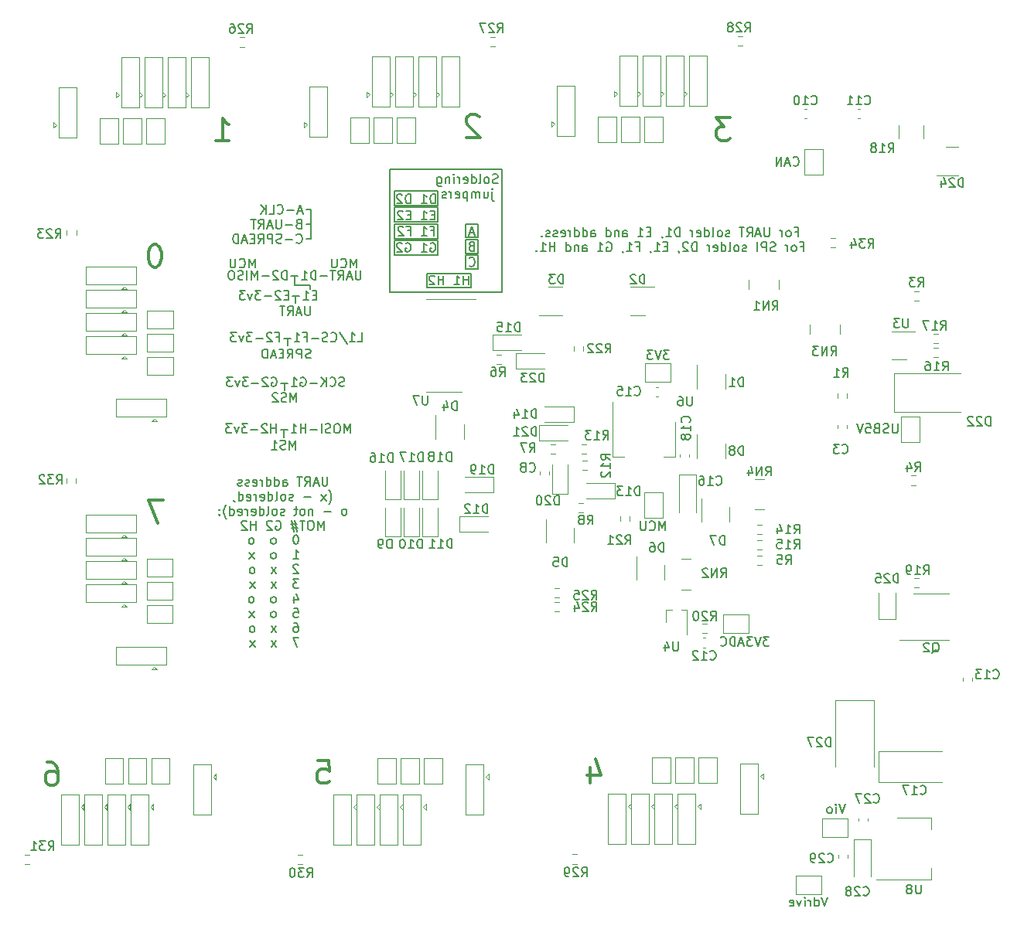
<source format=gbr>
%TF.GenerationSoftware,KiCad,Pcbnew,6.0.10*%
%TF.CreationDate,2023-02-06T19:48:01+03:00*%
%TF.ProjectId,multistepper,6d756c74-6973-4746-9570-7065722e6b69,rev?*%
%TF.SameCoordinates,Original*%
%TF.FileFunction,Legend,Bot*%
%TF.FilePolarity,Positive*%
%FSLAX46Y46*%
G04 Gerber Fmt 4.6, Leading zero omitted, Abs format (unit mm)*
G04 Created by KiCad (PCBNEW 6.0.10) date 2023-02-06 19:48:01*
%MOMM*%
%LPD*%
G01*
G04 APERTURE LIST*
%ADD10C,0.150000*%
%ADD11C,0.350000*%
%ADD12C,0.120000*%
G04 APERTURE END LIST*
D10*
X87000000Y-79800000D02*
X87000000Y-79000000D01*
X86700000Y-84700000D02*
X86700000Y-83900000D01*
X98700000Y-66250000D02*
X103500000Y-66250000D01*
X103500000Y-66250000D02*
X103500000Y-64650000D01*
X103500000Y-64650000D02*
X98700000Y-64650000D01*
X98700000Y-64650000D02*
X98700000Y-66250000D01*
X87800000Y-72200000D02*
X87800000Y-73200000D01*
X106500000Y-69650000D02*
X107900000Y-69650000D01*
X107900000Y-69650000D02*
X107900000Y-68150000D01*
X107900000Y-68150000D02*
X106500000Y-68150000D01*
X106500000Y-68150000D02*
X106500000Y-69650000D01*
X86600000Y-89800000D02*
X86600000Y-89000000D01*
X106500000Y-67950000D02*
X107900000Y-67950000D01*
X107900000Y-67950000D02*
X107900000Y-66450000D01*
X107900000Y-66450000D02*
X106500000Y-66450000D01*
X106500000Y-66450000D02*
X106500000Y-67950000D01*
X98200000Y-73950000D02*
X110500000Y-73950000D01*
X110500000Y-73950000D02*
X110500000Y-60450000D01*
X110500000Y-60450000D02*
X98200000Y-60450000D01*
X98200000Y-60450000D02*
X98200000Y-73950000D01*
X106500000Y-71350000D02*
X107900000Y-71350000D01*
X107900000Y-71350000D02*
X107900000Y-69850000D01*
X107900000Y-69850000D02*
X106500000Y-69850000D01*
X106500000Y-69850000D02*
X106500000Y-71350000D01*
X98700000Y-69850000D02*
X103500000Y-69850000D01*
X103500000Y-69850000D02*
X103500000Y-68250000D01*
X103500000Y-68250000D02*
X98700000Y-68250000D01*
X98700000Y-68250000D02*
X98700000Y-69850000D01*
X89500000Y-73200000D02*
X89500000Y-73600000D01*
X98700000Y-68050000D02*
X103500000Y-68050000D01*
X103500000Y-68050000D02*
X103500000Y-66450000D01*
X103500000Y-66450000D02*
X98700000Y-66450000D01*
X98700000Y-66450000D02*
X98700000Y-68050000D01*
X89600000Y-64900000D02*
X89100000Y-64900000D01*
X102300000Y-73450000D02*
X107100000Y-73450000D01*
X107100000Y-73450000D02*
X107100000Y-71850000D01*
X107100000Y-71850000D02*
X102300000Y-71850000D01*
X102300000Y-71850000D02*
X102300000Y-73450000D01*
X98700000Y-64450000D02*
X103500000Y-64450000D01*
X103500000Y-64450000D02*
X103500000Y-62850000D01*
X103500000Y-62850000D02*
X98700000Y-62850000D01*
X98700000Y-62850000D02*
X98700000Y-64450000D01*
X89100000Y-66500000D02*
X89600000Y-66500000D01*
X87900000Y-74400000D02*
X87900000Y-75100000D01*
X89600000Y-68100000D02*
X89600000Y-64900000D01*
X89100000Y-68100000D02*
X89600000Y-68100000D01*
X87800000Y-73200000D02*
X89500000Y-73200000D01*
X103195238Y-64202380D02*
X103195238Y-63202380D01*
X102957142Y-63202380D01*
X102814285Y-63250000D01*
X102719047Y-63345238D01*
X102671428Y-63440476D01*
X102623809Y-63630952D01*
X102623809Y-63773809D01*
X102671428Y-63964285D01*
X102719047Y-64059523D01*
X102814285Y-64154761D01*
X102957142Y-64202380D01*
X103195238Y-64202380D01*
X101671428Y-64202380D02*
X102242857Y-64202380D01*
X101957142Y-64202380D02*
X101957142Y-63202380D01*
X102052380Y-63345238D01*
X102147619Y-63440476D01*
X102242857Y-63488095D01*
X100480952Y-64202380D02*
X100480952Y-63202380D01*
X100242857Y-63202380D01*
X100100000Y-63250000D01*
X100004761Y-63345238D01*
X99957142Y-63440476D01*
X99909523Y-63630952D01*
X99909523Y-63773809D01*
X99957142Y-63964285D01*
X100004761Y-64059523D01*
X100100000Y-64154761D01*
X100242857Y-64202380D01*
X100480952Y-64202380D01*
X99528571Y-63297619D02*
X99480952Y-63250000D01*
X99385714Y-63202380D01*
X99147619Y-63202380D01*
X99052380Y-63250000D01*
X99004761Y-63297619D01*
X98957142Y-63392857D01*
X98957142Y-63488095D01*
X99004761Y-63630952D01*
X99576190Y-64202380D01*
X98957142Y-64202380D01*
X94557142Y-71252380D02*
X94557142Y-70252380D01*
X94223809Y-70966666D01*
X93890476Y-70252380D01*
X93890476Y-71252380D01*
X92842857Y-71157142D02*
X92890476Y-71204761D01*
X93033333Y-71252380D01*
X93128571Y-71252380D01*
X93271428Y-71204761D01*
X93366666Y-71109523D01*
X93414285Y-71014285D01*
X93461904Y-70823809D01*
X93461904Y-70680952D01*
X93414285Y-70490476D01*
X93366666Y-70395238D01*
X93271428Y-70300000D01*
X93128571Y-70252380D01*
X93033333Y-70252380D01*
X92890476Y-70300000D01*
X92842857Y-70347619D01*
X92414285Y-70252380D02*
X92414285Y-71061904D01*
X92366666Y-71157142D01*
X92319047Y-71204761D01*
X92223809Y-71252380D01*
X92033333Y-71252380D01*
X91938095Y-71204761D01*
X91890476Y-71157142D01*
X91842857Y-71061904D01*
X91842857Y-70252380D01*
X87985714Y-85952380D02*
X87985714Y-84952380D01*
X87652380Y-85666666D01*
X87319047Y-84952380D01*
X87319047Y-85952380D01*
X86890476Y-85904761D02*
X86747619Y-85952380D01*
X86509523Y-85952380D01*
X86414285Y-85904761D01*
X86366666Y-85857142D01*
X86319047Y-85761904D01*
X86319047Y-85666666D01*
X86366666Y-85571428D01*
X86414285Y-85523809D01*
X86509523Y-85476190D01*
X86700000Y-85428571D01*
X86795238Y-85380952D01*
X86842857Y-85333333D01*
X86890476Y-85238095D01*
X86890476Y-85142857D01*
X86842857Y-85047619D01*
X86795238Y-85000000D01*
X86700000Y-84952380D01*
X86461904Y-84952380D01*
X86319047Y-85000000D01*
X85938095Y-85047619D02*
X85890476Y-85000000D01*
X85795238Y-84952380D01*
X85557142Y-84952380D01*
X85461904Y-85000000D01*
X85414285Y-85047619D01*
X85366666Y-85142857D01*
X85366666Y-85238095D01*
X85414285Y-85380952D01*
X85985714Y-85952380D01*
X85366666Y-85952380D01*
D11*
X60737809Y-125427752D02*
X61214000Y-125427752D01*
X61452095Y-125546800D01*
X61571142Y-125665847D01*
X61809238Y-126022990D01*
X61928285Y-126499180D01*
X61928285Y-127451561D01*
X61809238Y-127689657D01*
X61690190Y-127808704D01*
X61452095Y-127927752D01*
X60975904Y-127927752D01*
X60737809Y-127808704D01*
X60618761Y-127689657D01*
X60499714Y-127451561D01*
X60499714Y-126856323D01*
X60618761Y-126618228D01*
X60737809Y-126499180D01*
X60975904Y-126380133D01*
X61452095Y-126380133D01*
X61690190Y-126499180D01*
X61809238Y-126618228D01*
X61928285Y-126856323D01*
D10*
X89495238Y-75452380D02*
X89495238Y-76261904D01*
X89447619Y-76357142D01*
X89400000Y-76404761D01*
X89304761Y-76452380D01*
X89114285Y-76452380D01*
X89019047Y-76404761D01*
X88971428Y-76357142D01*
X88923809Y-76261904D01*
X88923809Y-75452380D01*
X88495238Y-76166666D02*
X88019047Y-76166666D01*
X88590476Y-76452380D02*
X88257142Y-75452380D01*
X87923809Y-76452380D01*
X87019047Y-76452380D02*
X87352380Y-75976190D01*
X87590476Y-76452380D02*
X87590476Y-75452380D01*
X87209523Y-75452380D01*
X87114285Y-75500000D01*
X87066666Y-75547619D01*
X87019047Y-75642857D01*
X87019047Y-75785714D01*
X87066666Y-75880952D01*
X87114285Y-75928571D01*
X87209523Y-75976190D01*
X87590476Y-75976190D01*
X86733333Y-75452380D02*
X86161904Y-75452380D01*
X86447619Y-76452380D02*
X86447619Y-75452380D01*
X88612023Y-65056666D02*
X88135833Y-65056666D01*
X88707261Y-65342380D02*
X88373928Y-64342380D01*
X88040595Y-65342380D01*
X87707261Y-64961428D02*
X86945357Y-64961428D01*
X85897738Y-65247142D02*
X85945357Y-65294761D01*
X86088214Y-65342380D01*
X86183452Y-65342380D01*
X86326309Y-65294761D01*
X86421547Y-65199523D01*
X86469166Y-65104285D01*
X86516785Y-64913809D01*
X86516785Y-64770952D01*
X86469166Y-64580476D01*
X86421547Y-64485238D01*
X86326309Y-64390000D01*
X86183452Y-64342380D01*
X86088214Y-64342380D01*
X85945357Y-64390000D01*
X85897738Y-64437619D01*
X84992976Y-65342380D02*
X85469166Y-65342380D01*
X85469166Y-64342380D01*
X84659642Y-65342380D02*
X84659642Y-64342380D01*
X84088214Y-65342380D02*
X84516785Y-64770952D01*
X84088214Y-64342380D02*
X84659642Y-64913809D01*
X88231071Y-66428571D02*
X88088214Y-66476190D01*
X88040595Y-66523809D01*
X87992976Y-66619047D01*
X87992976Y-66761904D01*
X88040595Y-66857142D01*
X88088214Y-66904761D01*
X88183452Y-66952380D01*
X88564404Y-66952380D01*
X88564404Y-65952380D01*
X88231071Y-65952380D01*
X88135833Y-66000000D01*
X88088214Y-66047619D01*
X88040595Y-66142857D01*
X88040595Y-66238095D01*
X88088214Y-66333333D01*
X88135833Y-66380952D01*
X88231071Y-66428571D01*
X88564404Y-66428571D01*
X87564404Y-66571428D02*
X86802500Y-66571428D01*
X86326309Y-65952380D02*
X86326309Y-66761904D01*
X86278690Y-66857142D01*
X86231071Y-66904761D01*
X86135833Y-66952380D01*
X85945357Y-66952380D01*
X85850119Y-66904761D01*
X85802500Y-66857142D01*
X85754880Y-66761904D01*
X85754880Y-65952380D01*
X85326309Y-66666666D02*
X84850119Y-66666666D01*
X85421547Y-66952380D02*
X85088214Y-65952380D01*
X84754880Y-66952380D01*
X83850119Y-66952380D02*
X84183452Y-66476190D01*
X84421547Y-66952380D02*
X84421547Y-65952380D01*
X84040595Y-65952380D01*
X83945357Y-66000000D01*
X83897738Y-66047619D01*
X83850119Y-66142857D01*
X83850119Y-66285714D01*
X83897738Y-66380952D01*
X83945357Y-66428571D01*
X84040595Y-66476190D01*
X84421547Y-66476190D01*
X83564404Y-65952380D02*
X82992976Y-65952380D01*
X83278690Y-66952380D02*
X83278690Y-65952380D01*
X87992976Y-68467142D02*
X88040595Y-68514761D01*
X88183452Y-68562380D01*
X88278690Y-68562380D01*
X88421547Y-68514761D01*
X88516785Y-68419523D01*
X88564404Y-68324285D01*
X88612023Y-68133809D01*
X88612023Y-67990952D01*
X88564404Y-67800476D01*
X88516785Y-67705238D01*
X88421547Y-67610000D01*
X88278690Y-67562380D01*
X88183452Y-67562380D01*
X88040595Y-67610000D01*
X87992976Y-67657619D01*
X87564404Y-68181428D02*
X86802500Y-68181428D01*
X86373928Y-68514761D02*
X86231071Y-68562380D01*
X85992976Y-68562380D01*
X85897738Y-68514761D01*
X85850119Y-68467142D01*
X85802500Y-68371904D01*
X85802500Y-68276666D01*
X85850119Y-68181428D01*
X85897738Y-68133809D01*
X85992976Y-68086190D01*
X86183452Y-68038571D01*
X86278690Y-67990952D01*
X86326309Y-67943333D01*
X86373928Y-67848095D01*
X86373928Y-67752857D01*
X86326309Y-67657619D01*
X86278690Y-67610000D01*
X86183452Y-67562380D01*
X85945357Y-67562380D01*
X85802500Y-67610000D01*
X85373928Y-68562380D02*
X85373928Y-67562380D01*
X84992976Y-67562380D01*
X84897738Y-67610000D01*
X84850119Y-67657619D01*
X84802500Y-67752857D01*
X84802500Y-67895714D01*
X84850119Y-67990952D01*
X84897738Y-68038571D01*
X84992976Y-68086190D01*
X85373928Y-68086190D01*
X83802500Y-68562380D02*
X84135833Y-68086190D01*
X84373928Y-68562380D02*
X84373928Y-67562380D01*
X83992976Y-67562380D01*
X83897738Y-67610000D01*
X83850119Y-67657619D01*
X83802500Y-67752857D01*
X83802500Y-67895714D01*
X83850119Y-67990952D01*
X83897738Y-68038571D01*
X83992976Y-68086190D01*
X84373928Y-68086190D01*
X83373928Y-68038571D02*
X83040595Y-68038571D01*
X82897738Y-68562380D02*
X83373928Y-68562380D01*
X83373928Y-67562380D01*
X82897738Y-67562380D01*
X82516785Y-68276666D02*
X82040595Y-68276666D01*
X82612023Y-68562380D02*
X82278690Y-67562380D01*
X81945357Y-68562380D01*
X81612023Y-68562380D02*
X81612023Y-67562380D01*
X81373928Y-67562380D01*
X81231071Y-67610000D01*
X81135833Y-67705238D01*
X81088214Y-67800476D01*
X81040595Y-67990952D01*
X81040595Y-68133809D01*
X81088214Y-68324285D01*
X81135833Y-68419523D01*
X81231071Y-68514761D01*
X81373928Y-68562380D01*
X81612023Y-68562380D01*
D11*
X135504133Y-54815752D02*
X133956514Y-54815752D01*
X134789847Y-55768133D01*
X134432704Y-55768133D01*
X134194609Y-55887180D01*
X134075561Y-56006228D01*
X133956514Y-56244323D01*
X133956514Y-56839561D01*
X134075561Y-57077657D01*
X134194609Y-57196704D01*
X134432704Y-57315752D01*
X135146990Y-57315752D01*
X135385085Y-57196704D01*
X135504133Y-57077657D01*
X108003885Y-54698247D02*
X107884838Y-54579200D01*
X107646742Y-54460152D01*
X107051504Y-54460152D01*
X106813409Y-54579200D01*
X106694361Y-54698247D01*
X106575314Y-54936342D01*
X106575314Y-55174438D01*
X106694361Y-55531580D01*
X108122933Y-56960152D01*
X106575314Y-56960152D01*
D10*
X103100000Y-65478571D02*
X102766666Y-65478571D01*
X102623809Y-66002380D02*
X103100000Y-66002380D01*
X103100000Y-65002380D01*
X102623809Y-65002380D01*
X101671428Y-66002380D02*
X102242857Y-66002380D01*
X101957142Y-66002380D02*
X101957142Y-65002380D01*
X102052380Y-65145238D01*
X102147619Y-65240476D01*
X102242857Y-65288095D01*
X100480952Y-65478571D02*
X100147619Y-65478571D01*
X100004761Y-66002380D02*
X100480952Y-66002380D01*
X100480952Y-65002380D01*
X100004761Y-65002380D01*
X99623809Y-65097619D02*
X99576190Y-65050000D01*
X99480952Y-65002380D01*
X99242857Y-65002380D01*
X99147619Y-65050000D01*
X99100000Y-65097619D01*
X99052380Y-65192857D01*
X99052380Y-65288095D01*
X99100000Y-65430952D01*
X99671428Y-66002380D01*
X99052380Y-66002380D01*
X142590476Y-67323571D02*
X142923809Y-67323571D01*
X142923809Y-67847380D02*
X142923809Y-66847380D01*
X142447619Y-66847380D01*
X141923809Y-67847380D02*
X142019047Y-67799761D01*
X142066666Y-67752142D01*
X142114285Y-67656904D01*
X142114285Y-67371190D01*
X142066666Y-67275952D01*
X142019047Y-67228333D01*
X141923809Y-67180714D01*
X141780952Y-67180714D01*
X141685714Y-67228333D01*
X141638095Y-67275952D01*
X141590476Y-67371190D01*
X141590476Y-67656904D01*
X141638095Y-67752142D01*
X141685714Y-67799761D01*
X141780952Y-67847380D01*
X141923809Y-67847380D01*
X141161904Y-67847380D02*
X141161904Y-67180714D01*
X141161904Y-67371190D02*
X141114285Y-67275952D01*
X141066666Y-67228333D01*
X140971428Y-67180714D01*
X140876190Y-67180714D01*
X139780952Y-66847380D02*
X139780952Y-67656904D01*
X139733333Y-67752142D01*
X139685714Y-67799761D01*
X139590476Y-67847380D01*
X139400000Y-67847380D01*
X139304761Y-67799761D01*
X139257142Y-67752142D01*
X139209523Y-67656904D01*
X139209523Y-66847380D01*
X138780952Y-67561666D02*
X138304761Y-67561666D01*
X138876190Y-67847380D02*
X138542857Y-66847380D01*
X138209523Y-67847380D01*
X137304761Y-67847380D02*
X137638095Y-67371190D01*
X137876190Y-67847380D02*
X137876190Y-66847380D01*
X137495238Y-66847380D01*
X137400000Y-66895000D01*
X137352380Y-66942619D01*
X137304761Y-67037857D01*
X137304761Y-67180714D01*
X137352380Y-67275952D01*
X137400000Y-67323571D01*
X137495238Y-67371190D01*
X137876190Y-67371190D01*
X137019047Y-66847380D02*
X136447619Y-66847380D01*
X136733333Y-67847380D02*
X136733333Y-66847380D01*
X135400000Y-67799761D02*
X135304761Y-67847380D01*
X135114285Y-67847380D01*
X135019047Y-67799761D01*
X134971428Y-67704523D01*
X134971428Y-67656904D01*
X135019047Y-67561666D01*
X135114285Y-67514047D01*
X135257142Y-67514047D01*
X135352380Y-67466428D01*
X135400000Y-67371190D01*
X135400000Y-67323571D01*
X135352380Y-67228333D01*
X135257142Y-67180714D01*
X135114285Y-67180714D01*
X135019047Y-67228333D01*
X134400000Y-67847380D02*
X134495238Y-67799761D01*
X134542857Y-67752142D01*
X134590476Y-67656904D01*
X134590476Y-67371190D01*
X134542857Y-67275952D01*
X134495238Y-67228333D01*
X134400000Y-67180714D01*
X134257142Y-67180714D01*
X134161904Y-67228333D01*
X134114285Y-67275952D01*
X134066666Y-67371190D01*
X134066666Y-67656904D01*
X134114285Y-67752142D01*
X134161904Y-67799761D01*
X134257142Y-67847380D01*
X134400000Y-67847380D01*
X133495238Y-67847380D02*
X133590476Y-67799761D01*
X133638095Y-67704523D01*
X133638095Y-66847380D01*
X132685714Y-67847380D02*
X132685714Y-66847380D01*
X132685714Y-67799761D02*
X132780952Y-67847380D01*
X132971428Y-67847380D01*
X133066666Y-67799761D01*
X133114285Y-67752142D01*
X133161904Y-67656904D01*
X133161904Y-67371190D01*
X133114285Y-67275952D01*
X133066666Y-67228333D01*
X132971428Y-67180714D01*
X132780952Y-67180714D01*
X132685714Y-67228333D01*
X131828571Y-67799761D02*
X131923809Y-67847380D01*
X132114285Y-67847380D01*
X132209523Y-67799761D01*
X132257142Y-67704523D01*
X132257142Y-67323571D01*
X132209523Y-67228333D01*
X132114285Y-67180714D01*
X131923809Y-67180714D01*
X131828571Y-67228333D01*
X131780952Y-67323571D01*
X131780952Y-67418809D01*
X132257142Y-67514047D01*
X131352380Y-67847380D02*
X131352380Y-67180714D01*
X131352380Y-67371190D02*
X131304761Y-67275952D01*
X131257142Y-67228333D01*
X131161904Y-67180714D01*
X131066666Y-67180714D01*
X129971428Y-67847380D02*
X129971428Y-66847380D01*
X129733333Y-66847380D01*
X129590476Y-66895000D01*
X129495238Y-66990238D01*
X129447619Y-67085476D01*
X129400000Y-67275952D01*
X129400000Y-67418809D01*
X129447619Y-67609285D01*
X129495238Y-67704523D01*
X129590476Y-67799761D01*
X129733333Y-67847380D01*
X129971428Y-67847380D01*
X128447619Y-67847380D02*
X129019047Y-67847380D01*
X128733333Y-67847380D02*
X128733333Y-66847380D01*
X128828571Y-66990238D01*
X128923809Y-67085476D01*
X129019047Y-67133095D01*
X127971428Y-67799761D02*
X127971428Y-67847380D01*
X128019047Y-67942619D01*
X128066666Y-67990238D01*
X126780952Y-67323571D02*
X126447619Y-67323571D01*
X126304761Y-67847380D02*
X126780952Y-67847380D01*
X126780952Y-66847380D01*
X126304761Y-66847380D01*
X125352380Y-67847380D02*
X125923809Y-67847380D01*
X125638095Y-67847380D02*
X125638095Y-66847380D01*
X125733333Y-66990238D01*
X125828571Y-67085476D01*
X125923809Y-67133095D01*
X123733333Y-67847380D02*
X123733333Y-67323571D01*
X123780952Y-67228333D01*
X123876190Y-67180714D01*
X124066666Y-67180714D01*
X124161904Y-67228333D01*
X123733333Y-67799761D02*
X123828571Y-67847380D01*
X124066666Y-67847380D01*
X124161904Y-67799761D01*
X124209523Y-67704523D01*
X124209523Y-67609285D01*
X124161904Y-67514047D01*
X124066666Y-67466428D01*
X123828571Y-67466428D01*
X123733333Y-67418809D01*
X123257142Y-67180714D02*
X123257142Y-67847380D01*
X123257142Y-67275952D02*
X123209523Y-67228333D01*
X123114285Y-67180714D01*
X122971428Y-67180714D01*
X122876190Y-67228333D01*
X122828571Y-67323571D01*
X122828571Y-67847380D01*
X121923809Y-67847380D02*
X121923809Y-66847380D01*
X121923809Y-67799761D02*
X122019047Y-67847380D01*
X122209523Y-67847380D01*
X122304761Y-67799761D01*
X122352380Y-67752142D01*
X122400000Y-67656904D01*
X122400000Y-67371190D01*
X122352380Y-67275952D01*
X122304761Y-67228333D01*
X122209523Y-67180714D01*
X122019047Y-67180714D01*
X121923809Y-67228333D01*
X120257142Y-67847380D02*
X120257142Y-67323571D01*
X120304761Y-67228333D01*
X120400000Y-67180714D01*
X120590476Y-67180714D01*
X120685714Y-67228333D01*
X120257142Y-67799761D02*
X120352380Y-67847380D01*
X120590476Y-67847380D01*
X120685714Y-67799761D01*
X120733333Y-67704523D01*
X120733333Y-67609285D01*
X120685714Y-67514047D01*
X120590476Y-67466428D01*
X120352380Y-67466428D01*
X120257142Y-67418809D01*
X119352380Y-67847380D02*
X119352380Y-66847380D01*
X119352380Y-67799761D02*
X119447619Y-67847380D01*
X119638095Y-67847380D01*
X119733333Y-67799761D01*
X119780952Y-67752142D01*
X119828571Y-67656904D01*
X119828571Y-67371190D01*
X119780952Y-67275952D01*
X119733333Y-67228333D01*
X119638095Y-67180714D01*
X119447619Y-67180714D01*
X119352380Y-67228333D01*
X118447619Y-67847380D02*
X118447619Y-66847380D01*
X118447619Y-67799761D02*
X118542857Y-67847380D01*
X118733333Y-67847380D01*
X118828571Y-67799761D01*
X118876190Y-67752142D01*
X118923809Y-67656904D01*
X118923809Y-67371190D01*
X118876190Y-67275952D01*
X118828571Y-67228333D01*
X118733333Y-67180714D01*
X118542857Y-67180714D01*
X118447619Y-67228333D01*
X117971428Y-67847380D02*
X117971428Y-67180714D01*
X117971428Y-67371190D02*
X117923809Y-67275952D01*
X117876190Y-67228333D01*
X117780952Y-67180714D01*
X117685714Y-67180714D01*
X116971428Y-67799761D02*
X117066666Y-67847380D01*
X117257142Y-67847380D01*
X117352380Y-67799761D01*
X117400000Y-67704523D01*
X117400000Y-67323571D01*
X117352380Y-67228333D01*
X117257142Y-67180714D01*
X117066666Y-67180714D01*
X116971428Y-67228333D01*
X116923809Y-67323571D01*
X116923809Y-67418809D01*
X117400000Y-67514047D01*
X116542857Y-67799761D02*
X116447619Y-67847380D01*
X116257142Y-67847380D01*
X116161904Y-67799761D01*
X116114285Y-67704523D01*
X116114285Y-67656904D01*
X116161904Y-67561666D01*
X116257142Y-67514047D01*
X116400000Y-67514047D01*
X116495238Y-67466428D01*
X116542857Y-67371190D01*
X116542857Y-67323571D01*
X116495238Y-67228333D01*
X116400000Y-67180714D01*
X116257142Y-67180714D01*
X116161904Y-67228333D01*
X115733333Y-67799761D02*
X115638095Y-67847380D01*
X115447619Y-67847380D01*
X115352380Y-67799761D01*
X115304761Y-67704523D01*
X115304761Y-67656904D01*
X115352380Y-67561666D01*
X115447619Y-67514047D01*
X115590476Y-67514047D01*
X115685714Y-67466428D01*
X115733333Y-67371190D01*
X115733333Y-67323571D01*
X115685714Y-67228333D01*
X115590476Y-67180714D01*
X115447619Y-67180714D01*
X115352380Y-67228333D01*
X114876190Y-67752142D02*
X114828571Y-67799761D01*
X114876190Y-67847380D01*
X114923809Y-67799761D01*
X114876190Y-67752142D01*
X114876190Y-67847380D01*
X143185714Y-68933571D02*
X143519047Y-68933571D01*
X143519047Y-69457380D02*
X143519047Y-68457380D01*
X143042857Y-68457380D01*
X142519047Y-69457380D02*
X142614285Y-69409761D01*
X142661904Y-69362142D01*
X142709523Y-69266904D01*
X142709523Y-68981190D01*
X142661904Y-68885952D01*
X142614285Y-68838333D01*
X142519047Y-68790714D01*
X142376190Y-68790714D01*
X142280952Y-68838333D01*
X142233333Y-68885952D01*
X142185714Y-68981190D01*
X142185714Y-69266904D01*
X142233333Y-69362142D01*
X142280952Y-69409761D01*
X142376190Y-69457380D01*
X142519047Y-69457380D01*
X141757142Y-69457380D02*
X141757142Y-68790714D01*
X141757142Y-68981190D02*
X141709523Y-68885952D01*
X141661904Y-68838333D01*
X141566666Y-68790714D01*
X141471428Y-68790714D01*
X140423809Y-69409761D02*
X140280952Y-69457380D01*
X140042857Y-69457380D01*
X139947619Y-69409761D01*
X139900000Y-69362142D01*
X139852380Y-69266904D01*
X139852380Y-69171666D01*
X139900000Y-69076428D01*
X139947619Y-69028809D01*
X140042857Y-68981190D01*
X140233333Y-68933571D01*
X140328571Y-68885952D01*
X140376190Y-68838333D01*
X140423809Y-68743095D01*
X140423809Y-68647857D01*
X140376190Y-68552619D01*
X140328571Y-68505000D01*
X140233333Y-68457380D01*
X139995238Y-68457380D01*
X139852380Y-68505000D01*
X139423809Y-69457380D02*
X139423809Y-68457380D01*
X139042857Y-68457380D01*
X138947619Y-68505000D01*
X138900000Y-68552619D01*
X138852380Y-68647857D01*
X138852380Y-68790714D01*
X138900000Y-68885952D01*
X138947619Y-68933571D01*
X139042857Y-68981190D01*
X139423809Y-68981190D01*
X138423809Y-69457380D02*
X138423809Y-68457380D01*
X137233333Y-69409761D02*
X137138095Y-69457380D01*
X136947619Y-69457380D01*
X136852380Y-69409761D01*
X136804761Y-69314523D01*
X136804761Y-69266904D01*
X136852380Y-69171666D01*
X136947619Y-69124047D01*
X137090476Y-69124047D01*
X137185714Y-69076428D01*
X137233333Y-68981190D01*
X137233333Y-68933571D01*
X137185714Y-68838333D01*
X137090476Y-68790714D01*
X136947619Y-68790714D01*
X136852380Y-68838333D01*
X136233333Y-69457380D02*
X136328571Y-69409761D01*
X136376190Y-69362142D01*
X136423809Y-69266904D01*
X136423809Y-68981190D01*
X136376190Y-68885952D01*
X136328571Y-68838333D01*
X136233333Y-68790714D01*
X136090476Y-68790714D01*
X135995238Y-68838333D01*
X135947619Y-68885952D01*
X135900000Y-68981190D01*
X135900000Y-69266904D01*
X135947619Y-69362142D01*
X135995238Y-69409761D01*
X136090476Y-69457380D01*
X136233333Y-69457380D01*
X135328571Y-69457380D02*
X135423809Y-69409761D01*
X135471428Y-69314523D01*
X135471428Y-68457380D01*
X134519047Y-69457380D02*
X134519047Y-68457380D01*
X134519047Y-69409761D02*
X134614285Y-69457380D01*
X134804761Y-69457380D01*
X134900000Y-69409761D01*
X134947619Y-69362142D01*
X134995238Y-69266904D01*
X134995238Y-68981190D01*
X134947619Y-68885952D01*
X134900000Y-68838333D01*
X134804761Y-68790714D01*
X134614285Y-68790714D01*
X134519047Y-68838333D01*
X133661904Y-69409761D02*
X133757142Y-69457380D01*
X133947619Y-69457380D01*
X134042857Y-69409761D01*
X134090476Y-69314523D01*
X134090476Y-68933571D01*
X134042857Y-68838333D01*
X133947619Y-68790714D01*
X133757142Y-68790714D01*
X133661904Y-68838333D01*
X133614285Y-68933571D01*
X133614285Y-69028809D01*
X134090476Y-69124047D01*
X133185714Y-69457380D02*
X133185714Y-68790714D01*
X133185714Y-68981190D02*
X133138095Y-68885952D01*
X133090476Y-68838333D01*
X132995238Y-68790714D01*
X132900000Y-68790714D01*
X131804761Y-69457380D02*
X131804761Y-68457380D01*
X131566666Y-68457380D01*
X131423809Y-68505000D01*
X131328571Y-68600238D01*
X131280952Y-68695476D01*
X131233333Y-68885952D01*
X131233333Y-69028809D01*
X131280952Y-69219285D01*
X131328571Y-69314523D01*
X131423809Y-69409761D01*
X131566666Y-69457380D01*
X131804761Y-69457380D01*
X130852380Y-68552619D02*
X130804761Y-68505000D01*
X130709523Y-68457380D01*
X130471428Y-68457380D01*
X130376190Y-68505000D01*
X130328571Y-68552619D01*
X130280952Y-68647857D01*
X130280952Y-68743095D01*
X130328571Y-68885952D01*
X130900000Y-69457380D01*
X130280952Y-69457380D01*
X129804761Y-69409761D02*
X129804761Y-69457380D01*
X129852380Y-69552619D01*
X129900000Y-69600238D01*
X128614285Y-68933571D02*
X128280952Y-68933571D01*
X128138095Y-69457380D02*
X128614285Y-69457380D01*
X128614285Y-68457380D01*
X128138095Y-68457380D01*
X127185714Y-69457380D02*
X127757142Y-69457380D01*
X127471428Y-69457380D02*
X127471428Y-68457380D01*
X127566666Y-68600238D01*
X127661904Y-68695476D01*
X127757142Y-68743095D01*
X126709523Y-69409761D02*
X126709523Y-69457380D01*
X126757142Y-69552619D01*
X126804761Y-69600238D01*
X125185714Y-68933571D02*
X125519047Y-68933571D01*
X125519047Y-69457380D02*
X125519047Y-68457380D01*
X125042857Y-68457380D01*
X124138095Y-69457380D02*
X124709523Y-69457380D01*
X124423809Y-69457380D02*
X124423809Y-68457380D01*
X124519047Y-68600238D01*
X124614285Y-68695476D01*
X124709523Y-68743095D01*
X123661904Y-69409761D02*
X123661904Y-69457380D01*
X123709523Y-69552619D01*
X123757142Y-69600238D01*
X121947619Y-68505000D02*
X122042857Y-68457380D01*
X122185714Y-68457380D01*
X122328571Y-68505000D01*
X122423809Y-68600238D01*
X122471428Y-68695476D01*
X122519047Y-68885952D01*
X122519047Y-69028809D01*
X122471428Y-69219285D01*
X122423809Y-69314523D01*
X122328571Y-69409761D01*
X122185714Y-69457380D01*
X122090476Y-69457380D01*
X121947619Y-69409761D01*
X121900000Y-69362142D01*
X121900000Y-69028809D01*
X122090476Y-69028809D01*
X120947619Y-69457380D02*
X121519047Y-69457380D01*
X121233333Y-69457380D02*
X121233333Y-68457380D01*
X121328571Y-68600238D01*
X121423809Y-68695476D01*
X121519047Y-68743095D01*
X119328571Y-69457380D02*
X119328571Y-68933571D01*
X119376190Y-68838333D01*
X119471428Y-68790714D01*
X119661904Y-68790714D01*
X119757142Y-68838333D01*
X119328571Y-69409761D02*
X119423809Y-69457380D01*
X119661904Y-69457380D01*
X119757142Y-69409761D01*
X119804761Y-69314523D01*
X119804761Y-69219285D01*
X119757142Y-69124047D01*
X119661904Y-69076428D01*
X119423809Y-69076428D01*
X119328571Y-69028809D01*
X118852380Y-68790714D02*
X118852380Y-69457380D01*
X118852380Y-68885952D02*
X118804761Y-68838333D01*
X118709523Y-68790714D01*
X118566666Y-68790714D01*
X118471428Y-68838333D01*
X118423809Y-68933571D01*
X118423809Y-69457380D01*
X117519047Y-69457380D02*
X117519047Y-68457380D01*
X117519047Y-69409761D02*
X117614285Y-69457380D01*
X117804761Y-69457380D01*
X117900000Y-69409761D01*
X117947619Y-69362142D01*
X117995238Y-69266904D01*
X117995238Y-68981190D01*
X117947619Y-68885952D01*
X117900000Y-68838333D01*
X117804761Y-68790714D01*
X117614285Y-68790714D01*
X117519047Y-68838333D01*
X116280952Y-69457380D02*
X116280952Y-68457380D01*
X116280952Y-68933571D02*
X115709523Y-68933571D01*
X115709523Y-69457380D02*
X115709523Y-68457380D01*
X114709523Y-69457380D02*
X115280952Y-69457380D01*
X114995238Y-69457380D02*
X114995238Y-68457380D01*
X115090476Y-68600238D01*
X115185714Y-68695476D01*
X115280952Y-68743095D01*
X114280952Y-69362142D02*
X114233333Y-69409761D01*
X114280952Y-69457380D01*
X114328571Y-69409761D01*
X114280952Y-69362142D01*
X114280952Y-69457380D01*
D11*
X72610647Y-68684152D02*
X72372552Y-68684152D01*
X72134457Y-68803200D01*
X72015409Y-68922247D01*
X71896361Y-69160342D01*
X71777314Y-69636533D01*
X71777314Y-70231771D01*
X71896361Y-70707961D01*
X72015409Y-70946057D01*
X72134457Y-71065104D01*
X72372552Y-71184152D01*
X72610647Y-71184152D01*
X72848742Y-71065104D01*
X72967790Y-70946057D01*
X73086838Y-70707961D01*
X73205885Y-70231771D01*
X73205885Y-69636533D01*
X73086838Y-69160342D01*
X72967790Y-68922247D01*
X72848742Y-68803200D01*
X72610647Y-68684152D01*
D10*
X106890476Y-71007142D02*
X106938095Y-71054761D01*
X107080952Y-71102380D01*
X107176190Y-71102380D01*
X107319047Y-71054761D01*
X107414285Y-70959523D01*
X107461904Y-70864285D01*
X107509523Y-70673809D01*
X107509523Y-70530952D01*
X107461904Y-70340476D01*
X107414285Y-70245238D01*
X107319047Y-70150000D01*
X107176190Y-70102380D01*
X107080952Y-70102380D01*
X106938095Y-70150000D01*
X106890476Y-70197619D01*
X87885714Y-91152380D02*
X87885714Y-90152380D01*
X87552380Y-90866666D01*
X87219047Y-90152380D01*
X87219047Y-91152380D01*
X86790476Y-91104761D02*
X86647619Y-91152380D01*
X86409523Y-91152380D01*
X86314285Y-91104761D01*
X86266666Y-91057142D01*
X86219047Y-90961904D01*
X86219047Y-90866666D01*
X86266666Y-90771428D01*
X86314285Y-90723809D01*
X86409523Y-90676190D01*
X86600000Y-90628571D01*
X86695238Y-90580952D01*
X86742857Y-90533333D01*
X86790476Y-90438095D01*
X86790476Y-90342857D01*
X86742857Y-90247619D01*
X86695238Y-90200000D01*
X86600000Y-90152380D01*
X86361904Y-90152380D01*
X86219047Y-90200000D01*
X85266666Y-91152380D02*
X85838095Y-91152380D01*
X85552380Y-91152380D02*
X85552380Y-90152380D01*
X85647619Y-90295238D01*
X85742857Y-90390476D01*
X85838095Y-90438095D01*
X107128571Y-68878571D02*
X106985714Y-68926190D01*
X106938095Y-68973809D01*
X106890476Y-69069047D01*
X106890476Y-69211904D01*
X106938095Y-69307142D01*
X106985714Y-69354761D01*
X107080952Y-69402380D01*
X107461904Y-69402380D01*
X107461904Y-68402380D01*
X107128571Y-68402380D01*
X107033333Y-68450000D01*
X106985714Y-68497619D01*
X106938095Y-68592857D01*
X106938095Y-68688095D01*
X106985714Y-68783333D01*
X107033333Y-68830952D01*
X107128571Y-68878571D01*
X107461904Y-68878571D01*
X93861904Y-89352380D02*
X93861904Y-88352380D01*
X93528571Y-89066666D01*
X93195238Y-88352380D01*
X93195238Y-89352380D01*
X92528571Y-88352380D02*
X92338095Y-88352380D01*
X92242857Y-88400000D01*
X92147619Y-88495238D01*
X92100000Y-88685714D01*
X92100000Y-89019047D01*
X92147619Y-89209523D01*
X92242857Y-89304761D01*
X92338095Y-89352380D01*
X92528571Y-89352380D01*
X92623809Y-89304761D01*
X92719047Y-89209523D01*
X92766666Y-89019047D01*
X92766666Y-88685714D01*
X92719047Y-88495238D01*
X92623809Y-88400000D01*
X92528571Y-88352380D01*
X91719047Y-89304761D02*
X91576190Y-89352380D01*
X91338095Y-89352380D01*
X91242857Y-89304761D01*
X91195238Y-89257142D01*
X91147619Y-89161904D01*
X91147619Y-89066666D01*
X91195238Y-88971428D01*
X91242857Y-88923809D01*
X91338095Y-88876190D01*
X91528571Y-88828571D01*
X91623809Y-88780952D01*
X91671428Y-88733333D01*
X91719047Y-88638095D01*
X91719047Y-88542857D01*
X91671428Y-88447619D01*
X91623809Y-88400000D01*
X91528571Y-88352380D01*
X91290476Y-88352380D01*
X91147619Y-88400000D01*
X90719047Y-89352380D02*
X90719047Y-88352380D01*
X90242857Y-88971428D02*
X89480952Y-88971428D01*
X89004761Y-89352380D02*
X89004761Y-88352380D01*
X89004761Y-88828571D02*
X88433333Y-88828571D01*
X88433333Y-89352380D02*
X88433333Y-88352380D01*
X87433333Y-89352380D02*
X88004761Y-89352380D01*
X87719047Y-89352380D02*
X87719047Y-88352380D01*
X87814285Y-88495238D01*
X87909523Y-88590476D01*
X88004761Y-88638095D01*
X87004761Y-88971428D02*
X86242857Y-88971428D01*
X85766666Y-89352380D02*
X85766666Y-88352380D01*
X85766666Y-88828571D02*
X85195238Y-88828571D01*
X85195238Y-89352380D02*
X85195238Y-88352380D01*
X84766666Y-88447619D02*
X84719047Y-88400000D01*
X84623809Y-88352380D01*
X84385714Y-88352380D01*
X84290476Y-88400000D01*
X84242857Y-88447619D01*
X84195238Y-88542857D01*
X84195238Y-88638095D01*
X84242857Y-88780952D01*
X84814285Y-89352380D01*
X84195238Y-89352380D01*
X83766666Y-88971428D02*
X83004761Y-88971428D01*
X82623809Y-88352380D02*
X82004761Y-88352380D01*
X82338095Y-88733333D01*
X82195238Y-88733333D01*
X82100000Y-88780952D01*
X82052380Y-88828571D01*
X82004761Y-88923809D01*
X82004761Y-89161904D01*
X82052380Y-89257142D01*
X82100000Y-89304761D01*
X82195238Y-89352380D01*
X82480952Y-89352380D01*
X82576190Y-89304761D01*
X82623809Y-89257142D01*
X81671428Y-88685714D02*
X81433333Y-89352380D01*
X81195238Y-88685714D01*
X80909523Y-88352380D02*
X80290476Y-88352380D01*
X80623809Y-88733333D01*
X80480952Y-88733333D01*
X80385714Y-88780952D01*
X80338095Y-88828571D01*
X80290476Y-88923809D01*
X80290476Y-89161904D01*
X80338095Y-89257142D01*
X80385714Y-89304761D01*
X80480952Y-89352380D01*
X80766666Y-89352380D01*
X80861904Y-89304761D01*
X80909523Y-89257142D01*
X106842857Y-73102380D02*
X106842857Y-72102380D01*
X106842857Y-72578571D02*
X106271428Y-72578571D01*
X106271428Y-73102380D02*
X106271428Y-72102380D01*
X105271428Y-73102380D02*
X105842857Y-73102380D01*
X105557142Y-73102380D02*
X105557142Y-72102380D01*
X105652380Y-72245238D01*
X105747619Y-72340476D01*
X105842857Y-72388095D01*
X104080952Y-73102380D02*
X104080952Y-72102380D01*
X104080952Y-72578571D02*
X103509523Y-72578571D01*
X103509523Y-73102380D02*
X103509523Y-72102380D01*
X103080952Y-72197619D02*
X103033333Y-72150000D01*
X102938095Y-72102380D01*
X102700000Y-72102380D01*
X102604761Y-72150000D01*
X102557142Y-72197619D01*
X102509523Y-72292857D01*
X102509523Y-72388095D01*
X102557142Y-72530952D01*
X103128571Y-73102380D01*
X102509523Y-73102380D01*
X102671428Y-68550000D02*
X102766666Y-68502380D01*
X102909523Y-68502380D01*
X103052380Y-68550000D01*
X103147619Y-68645238D01*
X103195238Y-68740476D01*
X103242857Y-68930952D01*
X103242857Y-69073809D01*
X103195238Y-69264285D01*
X103147619Y-69359523D01*
X103052380Y-69454761D01*
X102909523Y-69502380D01*
X102814285Y-69502380D01*
X102671428Y-69454761D01*
X102623809Y-69407142D01*
X102623809Y-69073809D01*
X102814285Y-69073809D01*
X101671428Y-69502380D02*
X102242857Y-69502380D01*
X101957142Y-69502380D02*
X101957142Y-68502380D01*
X102052380Y-68645238D01*
X102147619Y-68740476D01*
X102242857Y-68788095D01*
X99957142Y-68550000D02*
X100052380Y-68502380D01*
X100195238Y-68502380D01*
X100338095Y-68550000D01*
X100433333Y-68645238D01*
X100480952Y-68740476D01*
X100528571Y-68930952D01*
X100528571Y-69073809D01*
X100480952Y-69264285D01*
X100433333Y-69359523D01*
X100338095Y-69454761D01*
X100195238Y-69502380D01*
X100100000Y-69502380D01*
X99957142Y-69454761D01*
X99909523Y-69407142D01*
X99909523Y-69073809D01*
X100100000Y-69073809D01*
X99528571Y-68597619D02*
X99480952Y-68550000D01*
X99385714Y-68502380D01*
X99147619Y-68502380D01*
X99052380Y-68550000D01*
X99004761Y-68597619D01*
X98957142Y-68692857D01*
X98957142Y-68788095D01*
X99004761Y-68930952D01*
X99576190Y-69502380D01*
X98957142Y-69502380D01*
X102719047Y-67178571D02*
X103052380Y-67178571D01*
X103052380Y-67702380D02*
X103052380Y-66702380D01*
X102576190Y-66702380D01*
X101671428Y-67702380D02*
X102242857Y-67702380D01*
X101957142Y-67702380D02*
X101957142Y-66702380D01*
X102052380Y-66845238D01*
X102147619Y-66940476D01*
X102242857Y-66988095D01*
X100147619Y-67178571D02*
X100480952Y-67178571D01*
X100480952Y-67702380D02*
X100480952Y-66702380D01*
X100004761Y-66702380D01*
X99671428Y-66797619D02*
X99623809Y-66750000D01*
X99528571Y-66702380D01*
X99290476Y-66702380D01*
X99195238Y-66750000D01*
X99147619Y-66797619D01*
X99100000Y-66892857D01*
X99100000Y-66988095D01*
X99147619Y-67130952D01*
X99719047Y-67702380D01*
X99100000Y-67702380D01*
X83457142Y-71252380D02*
X83457142Y-70252380D01*
X83123809Y-70966666D01*
X82790476Y-70252380D01*
X82790476Y-71252380D01*
X81742857Y-71157142D02*
X81790476Y-71204761D01*
X81933333Y-71252380D01*
X82028571Y-71252380D01*
X82171428Y-71204761D01*
X82266666Y-71109523D01*
X82314285Y-71014285D01*
X82361904Y-70823809D01*
X82361904Y-70680952D01*
X82314285Y-70490476D01*
X82266666Y-70395238D01*
X82171428Y-70300000D01*
X82028571Y-70252380D01*
X81933333Y-70252380D01*
X81790476Y-70300000D01*
X81742857Y-70347619D01*
X81314285Y-70252380D02*
X81314285Y-71061904D01*
X81266666Y-71157142D01*
X81219047Y-71204761D01*
X81123809Y-71252380D01*
X80933333Y-71252380D01*
X80838095Y-71204761D01*
X80790476Y-71157142D01*
X80742857Y-71061904D01*
X80742857Y-70252380D01*
D11*
X120173809Y-126007085D02*
X120173809Y-127673752D01*
X120769047Y-125054704D02*
X121364285Y-126840419D01*
X119816666Y-126840419D01*
D10*
X90190476Y-74228571D02*
X89857142Y-74228571D01*
X89714285Y-74752380D02*
X90190476Y-74752380D01*
X90190476Y-73752380D01*
X89714285Y-73752380D01*
X88761904Y-74752380D02*
X89333333Y-74752380D01*
X89047619Y-74752380D02*
X89047619Y-73752380D01*
X89142857Y-73895238D01*
X89238095Y-73990476D01*
X89333333Y-74038095D01*
X88333333Y-74371428D02*
X87571428Y-74371428D01*
X87095238Y-74228571D02*
X86761904Y-74228571D01*
X86619047Y-74752380D02*
X87095238Y-74752380D01*
X87095238Y-73752380D01*
X86619047Y-73752380D01*
X86238095Y-73847619D02*
X86190476Y-73800000D01*
X86095238Y-73752380D01*
X85857142Y-73752380D01*
X85761904Y-73800000D01*
X85714285Y-73847619D01*
X85666666Y-73942857D01*
X85666666Y-74038095D01*
X85714285Y-74180952D01*
X86285714Y-74752380D01*
X85666666Y-74752380D01*
X85238095Y-74371428D02*
X84476190Y-74371428D01*
X84095238Y-73752380D02*
X83476190Y-73752380D01*
X83809523Y-74133333D01*
X83666666Y-74133333D01*
X83571428Y-74180952D01*
X83523809Y-74228571D01*
X83476190Y-74323809D01*
X83476190Y-74561904D01*
X83523809Y-74657142D01*
X83571428Y-74704761D01*
X83666666Y-74752380D01*
X83952380Y-74752380D01*
X84047619Y-74704761D01*
X84095238Y-74657142D01*
X83142857Y-74085714D02*
X82904761Y-74752380D01*
X82666666Y-74085714D01*
X82380952Y-73752380D02*
X81761904Y-73752380D01*
X82095238Y-74133333D01*
X81952380Y-74133333D01*
X81857142Y-74180952D01*
X81809523Y-74228571D01*
X81761904Y-74323809D01*
X81761904Y-74561904D01*
X81809523Y-74657142D01*
X81857142Y-74704761D01*
X81952380Y-74752380D01*
X82238095Y-74752380D01*
X82333333Y-74704761D01*
X82380952Y-74657142D01*
X95014285Y-71552380D02*
X95014285Y-72361904D01*
X94966666Y-72457142D01*
X94919047Y-72504761D01*
X94823809Y-72552380D01*
X94633333Y-72552380D01*
X94538095Y-72504761D01*
X94490476Y-72457142D01*
X94442857Y-72361904D01*
X94442857Y-71552380D01*
X94014285Y-72266666D02*
X93538095Y-72266666D01*
X94109523Y-72552380D02*
X93776190Y-71552380D01*
X93442857Y-72552380D01*
X92538095Y-72552380D02*
X92871428Y-72076190D01*
X93109523Y-72552380D02*
X93109523Y-71552380D01*
X92728571Y-71552380D01*
X92633333Y-71600000D01*
X92585714Y-71647619D01*
X92538095Y-71742857D01*
X92538095Y-71885714D01*
X92585714Y-71980952D01*
X92633333Y-72028571D01*
X92728571Y-72076190D01*
X93109523Y-72076190D01*
X92252380Y-71552380D02*
X91680952Y-71552380D01*
X91966666Y-72552380D02*
X91966666Y-71552380D01*
X91347619Y-72171428D02*
X90585714Y-72171428D01*
X90109523Y-72552380D02*
X90109523Y-71552380D01*
X89871428Y-71552380D01*
X89728571Y-71600000D01*
X89633333Y-71695238D01*
X89585714Y-71790476D01*
X89538095Y-71980952D01*
X89538095Y-72123809D01*
X89585714Y-72314285D01*
X89633333Y-72409523D01*
X89728571Y-72504761D01*
X89871428Y-72552380D01*
X90109523Y-72552380D01*
X88585714Y-72552380D02*
X89157142Y-72552380D01*
X88871428Y-72552380D02*
X88871428Y-71552380D01*
X88966666Y-71695238D01*
X89061904Y-71790476D01*
X89157142Y-71838095D01*
X88157142Y-72171428D02*
X87395238Y-72171428D01*
X86919047Y-72552380D02*
X86919047Y-71552380D01*
X86680952Y-71552380D01*
X86538095Y-71600000D01*
X86442857Y-71695238D01*
X86395238Y-71790476D01*
X86347619Y-71980952D01*
X86347619Y-72123809D01*
X86395238Y-72314285D01*
X86442857Y-72409523D01*
X86538095Y-72504761D01*
X86680952Y-72552380D01*
X86919047Y-72552380D01*
X85966666Y-71647619D02*
X85919047Y-71600000D01*
X85823809Y-71552380D01*
X85585714Y-71552380D01*
X85490476Y-71600000D01*
X85442857Y-71647619D01*
X85395238Y-71742857D01*
X85395238Y-71838095D01*
X85442857Y-71980952D01*
X86014285Y-72552380D01*
X85395238Y-72552380D01*
X84966666Y-72171428D02*
X84204761Y-72171428D01*
X83728571Y-72552380D02*
X83728571Y-71552380D01*
X83395238Y-72266666D01*
X83061904Y-71552380D01*
X83061904Y-72552380D01*
X82585714Y-72552380D02*
X82585714Y-71552380D01*
X82157142Y-72504761D02*
X82014285Y-72552380D01*
X81776190Y-72552380D01*
X81680952Y-72504761D01*
X81633333Y-72457142D01*
X81585714Y-72361904D01*
X81585714Y-72266666D01*
X81633333Y-72171428D01*
X81680952Y-72123809D01*
X81776190Y-72076190D01*
X81966666Y-72028571D01*
X82061904Y-71980952D01*
X82109523Y-71933333D01*
X82157142Y-71838095D01*
X82157142Y-71742857D01*
X82109523Y-71647619D01*
X82061904Y-71600000D01*
X81966666Y-71552380D01*
X81728571Y-71552380D01*
X81585714Y-71600000D01*
X80966666Y-71552380D02*
X80776190Y-71552380D01*
X80680952Y-71600000D01*
X80585714Y-71695238D01*
X80538095Y-71885714D01*
X80538095Y-72219047D01*
X80585714Y-72409523D01*
X80680952Y-72504761D01*
X80776190Y-72552380D01*
X80966666Y-72552380D01*
X81061904Y-72504761D01*
X81157142Y-72409523D01*
X81204761Y-72219047D01*
X81204761Y-71885714D01*
X81157142Y-71695238D01*
X81061904Y-71600000D01*
X80966666Y-71552380D01*
X87973928Y-100517380D02*
X87878690Y-100517380D01*
X87783452Y-100565000D01*
X87735833Y-100612619D01*
X87688214Y-100707857D01*
X87640595Y-100898333D01*
X87640595Y-101136428D01*
X87688214Y-101326904D01*
X87735833Y-101422142D01*
X87783452Y-101469761D01*
X87878690Y-101517380D01*
X87973928Y-101517380D01*
X88069166Y-101469761D01*
X88116785Y-101422142D01*
X88164404Y-101326904D01*
X88212023Y-101136428D01*
X88212023Y-100898333D01*
X88164404Y-100707857D01*
X88116785Y-100612619D01*
X88069166Y-100565000D01*
X87973928Y-100517380D01*
X85545357Y-101517380D02*
X85640595Y-101469761D01*
X85688214Y-101422142D01*
X85735833Y-101326904D01*
X85735833Y-101041190D01*
X85688214Y-100945952D01*
X85640595Y-100898333D01*
X85545357Y-100850714D01*
X85402500Y-100850714D01*
X85307261Y-100898333D01*
X85259642Y-100945952D01*
X85212023Y-101041190D01*
X85212023Y-101326904D01*
X85259642Y-101422142D01*
X85307261Y-101469761D01*
X85402500Y-101517380D01*
X85545357Y-101517380D01*
X83116785Y-101517380D02*
X83212023Y-101469761D01*
X83259642Y-101422142D01*
X83307261Y-101326904D01*
X83307261Y-101041190D01*
X83259642Y-100945952D01*
X83212023Y-100898333D01*
X83116785Y-100850714D01*
X82973928Y-100850714D01*
X82878690Y-100898333D01*
X82831071Y-100945952D01*
X82783452Y-101041190D01*
X82783452Y-101326904D01*
X82831071Y-101422142D01*
X82878690Y-101469761D01*
X82973928Y-101517380D01*
X83116785Y-101517380D01*
X87640595Y-103127380D02*
X88212023Y-103127380D01*
X87926309Y-103127380D02*
X87926309Y-102127380D01*
X88021547Y-102270238D01*
X88116785Y-102365476D01*
X88212023Y-102413095D01*
X85545357Y-103127380D02*
X85640595Y-103079761D01*
X85688214Y-103032142D01*
X85735833Y-102936904D01*
X85735833Y-102651190D01*
X85688214Y-102555952D01*
X85640595Y-102508333D01*
X85545357Y-102460714D01*
X85402500Y-102460714D01*
X85307261Y-102508333D01*
X85259642Y-102555952D01*
X85212023Y-102651190D01*
X85212023Y-102936904D01*
X85259642Y-103032142D01*
X85307261Y-103079761D01*
X85402500Y-103127380D01*
X85545357Y-103127380D01*
X83354880Y-103127380D02*
X82831071Y-102460714D01*
X83354880Y-102460714D02*
X82831071Y-103127380D01*
X88212023Y-103832619D02*
X88164404Y-103785000D01*
X88069166Y-103737380D01*
X87831071Y-103737380D01*
X87735833Y-103785000D01*
X87688214Y-103832619D01*
X87640595Y-103927857D01*
X87640595Y-104023095D01*
X87688214Y-104165952D01*
X88259642Y-104737380D01*
X87640595Y-104737380D01*
X85783452Y-104737380D02*
X85259642Y-104070714D01*
X85783452Y-104070714D02*
X85259642Y-104737380D01*
X83212023Y-104737380D02*
X83307261Y-104689761D01*
X83354880Y-104642142D01*
X83402500Y-104546904D01*
X83402500Y-104261190D01*
X83354880Y-104165952D01*
X83307261Y-104118333D01*
X83212023Y-104070714D01*
X83069166Y-104070714D01*
X82973928Y-104118333D01*
X82926309Y-104165952D01*
X82878690Y-104261190D01*
X82878690Y-104546904D01*
X82926309Y-104642142D01*
X82973928Y-104689761D01*
X83069166Y-104737380D01*
X83212023Y-104737380D01*
X88259642Y-105347380D02*
X87640595Y-105347380D01*
X87973928Y-105728333D01*
X87831071Y-105728333D01*
X87735833Y-105775952D01*
X87688214Y-105823571D01*
X87640595Y-105918809D01*
X87640595Y-106156904D01*
X87688214Y-106252142D01*
X87735833Y-106299761D01*
X87831071Y-106347380D01*
X88116785Y-106347380D01*
X88212023Y-106299761D01*
X88259642Y-106252142D01*
X85783452Y-106347380D02*
X85259642Y-105680714D01*
X85783452Y-105680714D02*
X85259642Y-106347380D01*
X83450119Y-106347380D02*
X82926309Y-105680714D01*
X83450119Y-105680714D02*
X82926309Y-106347380D01*
X87735833Y-107290714D02*
X87735833Y-107957380D01*
X87973928Y-106909761D02*
X88212023Y-107624047D01*
X87592976Y-107624047D01*
X85545357Y-107957380D02*
X85640595Y-107909761D01*
X85688214Y-107862142D01*
X85735833Y-107766904D01*
X85735833Y-107481190D01*
X85688214Y-107385952D01*
X85640595Y-107338333D01*
X85545357Y-107290714D01*
X85402500Y-107290714D01*
X85307261Y-107338333D01*
X85259642Y-107385952D01*
X85212023Y-107481190D01*
X85212023Y-107766904D01*
X85259642Y-107862142D01*
X85307261Y-107909761D01*
X85402500Y-107957380D01*
X85545357Y-107957380D01*
X83116785Y-107957380D02*
X83212023Y-107909761D01*
X83259642Y-107862142D01*
X83307261Y-107766904D01*
X83307261Y-107481190D01*
X83259642Y-107385952D01*
X83212023Y-107338333D01*
X83116785Y-107290714D01*
X82973928Y-107290714D01*
X82878690Y-107338333D01*
X82831071Y-107385952D01*
X82783452Y-107481190D01*
X82783452Y-107766904D01*
X82831071Y-107862142D01*
X82878690Y-107909761D01*
X82973928Y-107957380D01*
X83116785Y-107957380D01*
X87688214Y-108567380D02*
X88164404Y-108567380D01*
X88212023Y-109043571D01*
X88164404Y-108995952D01*
X88069166Y-108948333D01*
X87831071Y-108948333D01*
X87735833Y-108995952D01*
X87688214Y-109043571D01*
X87640595Y-109138809D01*
X87640595Y-109376904D01*
X87688214Y-109472142D01*
X87735833Y-109519761D01*
X87831071Y-109567380D01*
X88069166Y-109567380D01*
X88164404Y-109519761D01*
X88212023Y-109472142D01*
X85545357Y-109567380D02*
X85640595Y-109519761D01*
X85688214Y-109472142D01*
X85735833Y-109376904D01*
X85735833Y-109091190D01*
X85688214Y-108995952D01*
X85640595Y-108948333D01*
X85545357Y-108900714D01*
X85402500Y-108900714D01*
X85307261Y-108948333D01*
X85259642Y-108995952D01*
X85212023Y-109091190D01*
X85212023Y-109376904D01*
X85259642Y-109472142D01*
X85307261Y-109519761D01*
X85402500Y-109567380D01*
X85545357Y-109567380D01*
X83354880Y-109567380D02*
X82831071Y-108900714D01*
X83354880Y-108900714D02*
X82831071Y-109567380D01*
X87735833Y-110177380D02*
X87926309Y-110177380D01*
X88021547Y-110225000D01*
X88069166Y-110272619D01*
X88164404Y-110415476D01*
X88212023Y-110605952D01*
X88212023Y-110986904D01*
X88164404Y-111082142D01*
X88116785Y-111129761D01*
X88021547Y-111177380D01*
X87831071Y-111177380D01*
X87735833Y-111129761D01*
X87688214Y-111082142D01*
X87640595Y-110986904D01*
X87640595Y-110748809D01*
X87688214Y-110653571D01*
X87735833Y-110605952D01*
X87831071Y-110558333D01*
X88021547Y-110558333D01*
X88116785Y-110605952D01*
X88164404Y-110653571D01*
X88212023Y-110748809D01*
X85783452Y-111177380D02*
X85259642Y-110510714D01*
X85783452Y-110510714D02*
X85259642Y-111177380D01*
X83212023Y-111177380D02*
X83307261Y-111129761D01*
X83354880Y-111082142D01*
X83402500Y-110986904D01*
X83402500Y-110701190D01*
X83354880Y-110605952D01*
X83307261Y-110558333D01*
X83212023Y-110510714D01*
X83069166Y-110510714D01*
X82973928Y-110558333D01*
X82926309Y-110605952D01*
X82878690Y-110701190D01*
X82878690Y-110986904D01*
X82926309Y-111082142D01*
X82973928Y-111129761D01*
X83069166Y-111177380D01*
X83212023Y-111177380D01*
X88259642Y-111787380D02*
X87592976Y-111787380D01*
X88021547Y-112787380D01*
X85783452Y-112787380D02*
X85259642Y-112120714D01*
X85783452Y-112120714D02*
X85259642Y-112787380D01*
X83450119Y-112787380D02*
X82926309Y-112120714D01*
X83450119Y-112120714D02*
X82926309Y-112787380D01*
X94666666Y-79352380D02*
X95142857Y-79352380D01*
X95142857Y-78352380D01*
X93809523Y-79352380D02*
X94380952Y-79352380D01*
X94095238Y-79352380D02*
X94095238Y-78352380D01*
X94190476Y-78495238D01*
X94285714Y-78590476D01*
X94380952Y-78638095D01*
X92666666Y-78304761D02*
X93523809Y-79590476D01*
X91761904Y-79257142D02*
X91809523Y-79304761D01*
X91952380Y-79352380D01*
X92047619Y-79352380D01*
X92190476Y-79304761D01*
X92285714Y-79209523D01*
X92333333Y-79114285D01*
X92380952Y-78923809D01*
X92380952Y-78780952D01*
X92333333Y-78590476D01*
X92285714Y-78495238D01*
X92190476Y-78400000D01*
X92047619Y-78352380D01*
X91952380Y-78352380D01*
X91809523Y-78400000D01*
X91761904Y-78447619D01*
X91380952Y-79304761D02*
X91238095Y-79352380D01*
X91000000Y-79352380D01*
X90904761Y-79304761D01*
X90857142Y-79257142D01*
X90809523Y-79161904D01*
X90809523Y-79066666D01*
X90857142Y-78971428D01*
X90904761Y-78923809D01*
X91000000Y-78876190D01*
X91190476Y-78828571D01*
X91285714Y-78780952D01*
X91333333Y-78733333D01*
X91380952Y-78638095D01*
X91380952Y-78542857D01*
X91333333Y-78447619D01*
X91285714Y-78400000D01*
X91190476Y-78352380D01*
X90952380Y-78352380D01*
X90809523Y-78400000D01*
X90380952Y-78971428D02*
X89619047Y-78971428D01*
X88809523Y-78828571D02*
X89142857Y-78828571D01*
X89142857Y-79352380D02*
X89142857Y-78352380D01*
X88666666Y-78352380D01*
X87761904Y-79352380D02*
X88333333Y-79352380D01*
X88047619Y-79352380D02*
X88047619Y-78352380D01*
X88142857Y-78495238D01*
X88238095Y-78590476D01*
X88333333Y-78638095D01*
X87333333Y-78971428D02*
X86571428Y-78971428D01*
X85761904Y-78828571D02*
X86095238Y-78828571D01*
X86095238Y-79352380D02*
X86095238Y-78352380D01*
X85619047Y-78352380D01*
X85285714Y-78447619D02*
X85238095Y-78400000D01*
X85142857Y-78352380D01*
X84904761Y-78352380D01*
X84809523Y-78400000D01*
X84761904Y-78447619D01*
X84714285Y-78542857D01*
X84714285Y-78638095D01*
X84761904Y-78780952D01*
X85333333Y-79352380D01*
X84714285Y-79352380D01*
X84285714Y-78971428D02*
X83523809Y-78971428D01*
X83142857Y-78352380D02*
X82523809Y-78352380D01*
X82857142Y-78733333D01*
X82714285Y-78733333D01*
X82619047Y-78780952D01*
X82571428Y-78828571D01*
X82523809Y-78923809D01*
X82523809Y-79161904D01*
X82571428Y-79257142D01*
X82619047Y-79304761D01*
X82714285Y-79352380D01*
X83000000Y-79352380D01*
X83095238Y-79304761D01*
X83142857Y-79257142D01*
X82190476Y-78685714D02*
X81952380Y-79352380D01*
X81714285Y-78685714D01*
X81428571Y-78352380D02*
X80809523Y-78352380D01*
X81142857Y-78733333D01*
X81000000Y-78733333D01*
X80904761Y-78780952D01*
X80857142Y-78828571D01*
X80809523Y-78923809D01*
X80809523Y-79161904D01*
X80857142Y-79257142D01*
X80904761Y-79304761D01*
X81000000Y-79352380D01*
X81285714Y-79352380D01*
X81380952Y-79304761D01*
X81428571Y-79257142D01*
X89566666Y-81104761D02*
X89423809Y-81152380D01*
X89185714Y-81152380D01*
X89090476Y-81104761D01*
X89042857Y-81057142D01*
X88995238Y-80961904D01*
X88995238Y-80866666D01*
X89042857Y-80771428D01*
X89090476Y-80723809D01*
X89185714Y-80676190D01*
X89376190Y-80628571D01*
X89471428Y-80580952D01*
X89519047Y-80533333D01*
X89566666Y-80438095D01*
X89566666Y-80342857D01*
X89519047Y-80247619D01*
X89471428Y-80200000D01*
X89376190Y-80152380D01*
X89138095Y-80152380D01*
X88995238Y-80200000D01*
X88566666Y-81152380D02*
X88566666Y-80152380D01*
X88185714Y-80152380D01*
X88090476Y-80200000D01*
X88042857Y-80247619D01*
X87995238Y-80342857D01*
X87995238Y-80485714D01*
X88042857Y-80580952D01*
X88090476Y-80628571D01*
X88185714Y-80676190D01*
X88566666Y-80676190D01*
X86995238Y-81152380D02*
X87328571Y-80676190D01*
X87566666Y-81152380D02*
X87566666Y-80152380D01*
X87185714Y-80152380D01*
X87090476Y-80200000D01*
X87042857Y-80247619D01*
X86995238Y-80342857D01*
X86995238Y-80485714D01*
X87042857Y-80580952D01*
X87090476Y-80628571D01*
X87185714Y-80676190D01*
X87566666Y-80676190D01*
X86566666Y-80628571D02*
X86233333Y-80628571D01*
X86090476Y-81152380D02*
X86566666Y-81152380D01*
X86566666Y-80152380D01*
X86090476Y-80152380D01*
X85709523Y-80866666D02*
X85233333Y-80866666D01*
X85804761Y-81152380D02*
X85471428Y-80152380D01*
X85138095Y-81152380D01*
X84804761Y-81152380D02*
X84804761Y-80152380D01*
X84566666Y-80152380D01*
X84423809Y-80200000D01*
X84328571Y-80295238D01*
X84280952Y-80390476D01*
X84233333Y-80580952D01*
X84233333Y-80723809D01*
X84280952Y-80914285D01*
X84328571Y-81009523D01*
X84423809Y-81104761D01*
X84566666Y-81152380D01*
X84804761Y-81152380D01*
D11*
X79194114Y-57366552D02*
X80622685Y-57366552D01*
X79908400Y-57366552D02*
X79908400Y-54866552D01*
X80146495Y-55223695D01*
X80384590Y-55461790D01*
X80622685Y-55580838D01*
D10*
X91380952Y-94137380D02*
X91380952Y-94946904D01*
X91333333Y-95042142D01*
X91285714Y-95089761D01*
X91190476Y-95137380D01*
X91000000Y-95137380D01*
X90904761Y-95089761D01*
X90857142Y-95042142D01*
X90809523Y-94946904D01*
X90809523Y-94137380D01*
X90380952Y-94851666D02*
X89904761Y-94851666D01*
X90476190Y-95137380D02*
X90142857Y-94137380D01*
X89809523Y-95137380D01*
X88904761Y-95137380D02*
X89238095Y-94661190D01*
X89476190Y-95137380D02*
X89476190Y-94137380D01*
X89095238Y-94137380D01*
X89000000Y-94185000D01*
X88952380Y-94232619D01*
X88904761Y-94327857D01*
X88904761Y-94470714D01*
X88952380Y-94565952D01*
X89000000Y-94613571D01*
X89095238Y-94661190D01*
X89476190Y-94661190D01*
X88619047Y-94137380D02*
X88047619Y-94137380D01*
X88333333Y-95137380D02*
X88333333Y-94137380D01*
X86523809Y-95137380D02*
X86523809Y-94613571D01*
X86571428Y-94518333D01*
X86666666Y-94470714D01*
X86857142Y-94470714D01*
X86952380Y-94518333D01*
X86523809Y-95089761D02*
X86619047Y-95137380D01*
X86857142Y-95137380D01*
X86952380Y-95089761D01*
X87000000Y-94994523D01*
X87000000Y-94899285D01*
X86952380Y-94804047D01*
X86857142Y-94756428D01*
X86619047Y-94756428D01*
X86523809Y-94708809D01*
X85619047Y-95137380D02*
X85619047Y-94137380D01*
X85619047Y-95089761D02*
X85714285Y-95137380D01*
X85904761Y-95137380D01*
X86000000Y-95089761D01*
X86047619Y-95042142D01*
X86095238Y-94946904D01*
X86095238Y-94661190D01*
X86047619Y-94565952D01*
X86000000Y-94518333D01*
X85904761Y-94470714D01*
X85714285Y-94470714D01*
X85619047Y-94518333D01*
X84714285Y-95137380D02*
X84714285Y-94137380D01*
X84714285Y-95089761D02*
X84809523Y-95137380D01*
X85000000Y-95137380D01*
X85095238Y-95089761D01*
X85142857Y-95042142D01*
X85190476Y-94946904D01*
X85190476Y-94661190D01*
X85142857Y-94565952D01*
X85095238Y-94518333D01*
X85000000Y-94470714D01*
X84809523Y-94470714D01*
X84714285Y-94518333D01*
X84238095Y-95137380D02*
X84238095Y-94470714D01*
X84238095Y-94661190D02*
X84190476Y-94565952D01*
X84142857Y-94518333D01*
X84047619Y-94470714D01*
X83952380Y-94470714D01*
X83238095Y-95089761D02*
X83333333Y-95137380D01*
X83523809Y-95137380D01*
X83619047Y-95089761D01*
X83666666Y-94994523D01*
X83666666Y-94613571D01*
X83619047Y-94518333D01*
X83523809Y-94470714D01*
X83333333Y-94470714D01*
X83238095Y-94518333D01*
X83190476Y-94613571D01*
X83190476Y-94708809D01*
X83666666Y-94804047D01*
X82809523Y-95089761D02*
X82714285Y-95137380D01*
X82523809Y-95137380D01*
X82428571Y-95089761D01*
X82380952Y-94994523D01*
X82380952Y-94946904D01*
X82428571Y-94851666D01*
X82523809Y-94804047D01*
X82666666Y-94804047D01*
X82761904Y-94756428D01*
X82809523Y-94661190D01*
X82809523Y-94613571D01*
X82761904Y-94518333D01*
X82666666Y-94470714D01*
X82523809Y-94470714D01*
X82428571Y-94518333D01*
X82000000Y-95089761D02*
X81904761Y-95137380D01*
X81714285Y-95137380D01*
X81619047Y-95089761D01*
X81571428Y-94994523D01*
X81571428Y-94946904D01*
X81619047Y-94851666D01*
X81714285Y-94804047D01*
X81857142Y-94804047D01*
X81952380Y-94756428D01*
X82000000Y-94661190D01*
X82000000Y-94613571D01*
X81952380Y-94518333D01*
X81857142Y-94470714D01*
X81714285Y-94470714D01*
X81619047Y-94518333D01*
X91523809Y-97128333D02*
X91571428Y-97080714D01*
X91666666Y-96937857D01*
X91714285Y-96842619D01*
X91761904Y-96699761D01*
X91809523Y-96461666D01*
X91809523Y-96271190D01*
X91761904Y-96033095D01*
X91714285Y-95890238D01*
X91666666Y-95795000D01*
X91571428Y-95652142D01*
X91523809Y-95604523D01*
X91238095Y-96747380D02*
X90714285Y-96080714D01*
X91238095Y-96080714D02*
X90714285Y-96747380D01*
X89571428Y-96366428D02*
X88809523Y-96366428D01*
X87619047Y-96699761D02*
X87523809Y-96747380D01*
X87333333Y-96747380D01*
X87238095Y-96699761D01*
X87190476Y-96604523D01*
X87190476Y-96556904D01*
X87238095Y-96461666D01*
X87333333Y-96414047D01*
X87476190Y-96414047D01*
X87571428Y-96366428D01*
X87619047Y-96271190D01*
X87619047Y-96223571D01*
X87571428Y-96128333D01*
X87476190Y-96080714D01*
X87333333Y-96080714D01*
X87238095Y-96128333D01*
X86619047Y-96747380D02*
X86714285Y-96699761D01*
X86761904Y-96652142D01*
X86809523Y-96556904D01*
X86809523Y-96271190D01*
X86761904Y-96175952D01*
X86714285Y-96128333D01*
X86619047Y-96080714D01*
X86476190Y-96080714D01*
X86380952Y-96128333D01*
X86333333Y-96175952D01*
X86285714Y-96271190D01*
X86285714Y-96556904D01*
X86333333Y-96652142D01*
X86380952Y-96699761D01*
X86476190Y-96747380D01*
X86619047Y-96747380D01*
X85714285Y-96747380D02*
X85809523Y-96699761D01*
X85857142Y-96604523D01*
X85857142Y-95747380D01*
X84904761Y-96747380D02*
X84904761Y-95747380D01*
X84904761Y-96699761D02*
X85000000Y-96747380D01*
X85190476Y-96747380D01*
X85285714Y-96699761D01*
X85333333Y-96652142D01*
X85380952Y-96556904D01*
X85380952Y-96271190D01*
X85333333Y-96175952D01*
X85285714Y-96128333D01*
X85190476Y-96080714D01*
X85000000Y-96080714D01*
X84904761Y-96128333D01*
X84047619Y-96699761D02*
X84142857Y-96747380D01*
X84333333Y-96747380D01*
X84428571Y-96699761D01*
X84476190Y-96604523D01*
X84476190Y-96223571D01*
X84428571Y-96128333D01*
X84333333Y-96080714D01*
X84142857Y-96080714D01*
X84047619Y-96128333D01*
X84000000Y-96223571D01*
X84000000Y-96318809D01*
X84476190Y-96414047D01*
X83571428Y-96747380D02*
X83571428Y-96080714D01*
X83571428Y-96271190D02*
X83523809Y-96175952D01*
X83476190Y-96128333D01*
X83380952Y-96080714D01*
X83285714Y-96080714D01*
X82571428Y-96699761D02*
X82666666Y-96747380D01*
X82857142Y-96747380D01*
X82952380Y-96699761D01*
X83000000Y-96604523D01*
X83000000Y-96223571D01*
X82952380Y-96128333D01*
X82857142Y-96080714D01*
X82666666Y-96080714D01*
X82571428Y-96128333D01*
X82523809Y-96223571D01*
X82523809Y-96318809D01*
X83000000Y-96414047D01*
X81666666Y-96747380D02*
X81666666Y-95747380D01*
X81666666Y-96699761D02*
X81761904Y-96747380D01*
X81952380Y-96747380D01*
X82047619Y-96699761D01*
X82095238Y-96652142D01*
X82142857Y-96556904D01*
X82142857Y-96271190D01*
X82095238Y-96175952D01*
X82047619Y-96128333D01*
X81952380Y-96080714D01*
X81761904Y-96080714D01*
X81666666Y-96128333D01*
X81142857Y-96699761D02*
X81142857Y-96747380D01*
X81190476Y-96842619D01*
X81238095Y-96890238D01*
X93285714Y-98357380D02*
X93380952Y-98309761D01*
X93428571Y-98262142D01*
X93476190Y-98166904D01*
X93476190Y-97881190D01*
X93428571Y-97785952D01*
X93380952Y-97738333D01*
X93285714Y-97690714D01*
X93142857Y-97690714D01*
X93047619Y-97738333D01*
X93000000Y-97785952D01*
X92952380Y-97881190D01*
X92952380Y-98166904D01*
X93000000Y-98262142D01*
X93047619Y-98309761D01*
X93142857Y-98357380D01*
X93285714Y-98357380D01*
X91761904Y-97976428D02*
X91000000Y-97976428D01*
X89761904Y-97690714D02*
X89761904Y-98357380D01*
X89761904Y-97785952D02*
X89714285Y-97738333D01*
X89619047Y-97690714D01*
X89476190Y-97690714D01*
X89380952Y-97738333D01*
X89333333Y-97833571D01*
X89333333Y-98357380D01*
X88714285Y-98357380D02*
X88809523Y-98309761D01*
X88857142Y-98262142D01*
X88904761Y-98166904D01*
X88904761Y-97881190D01*
X88857142Y-97785952D01*
X88809523Y-97738333D01*
X88714285Y-97690714D01*
X88571428Y-97690714D01*
X88476190Y-97738333D01*
X88428571Y-97785952D01*
X88380952Y-97881190D01*
X88380952Y-98166904D01*
X88428571Y-98262142D01*
X88476190Y-98309761D01*
X88571428Y-98357380D01*
X88714285Y-98357380D01*
X88095238Y-97690714D02*
X87714285Y-97690714D01*
X87952380Y-97357380D02*
X87952380Y-98214523D01*
X87904761Y-98309761D01*
X87809523Y-98357380D01*
X87714285Y-98357380D01*
X86666666Y-98309761D02*
X86571428Y-98357380D01*
X86380952Y-98357380D01*
X86285714Y-98309761D01*
X86238095Y-98214523D01*
X86238095Y-98166904D01*
X86285714Y-98071666D01*
X86380952Y-98024047D01*
X86523809Y-98024047D01*
X86619047Y-97976428D01*
X86666666Y-97881190D01*
X86666666Y-97833571D01*
X86619047Y-97738333D01*
X86523809Y-97690714D01*
X86380952Y-97690714D01*
X86285714Y-97738333D01*
X85666666Y-98357380D02*
X85761904Y-98309761D01*
X85809523Y-98262142D01*
X85857142Y-98166904D01*
X85857142Y-97881190D01*
X85809523Y-97785952D01*
X85761904Y-97738333D01*
X85666666Y-97690714D01*
X85523809Y-97690714D01*
X85428571Y-97738333D01*
X85380952Y-97785952D01*
X85333333Y-97881190D01*
X85333333Y-98166904D01*
X85380952Y-98262142D01*
X85428571Y-98309761D01*
X85523809Y-98357380D01*
X85666666Y-98357380D01*
X84761904Y-98357380D02*
X84857142Y-98309761D01*
X84904761Y-98214523D01*
X84904761Y-97357380D01*
X83952380Y-98357380D02*
X83952380Y-97357380D01*
X83952380Y-98309761D02*
X84047619Y-98357380D01*
X84238095Y-98357380D01*
X84333333Y-98309761D01*
X84380952Y-98262142D01*
X84428571Y-98166904D01*
X84428571Y-97881190D01*
X84380952Y-97785952D01*
X84333333Y-97738333D01*
X84238095Y-97690714D01*
X84047619Y-97690714D01*
X83952380Y-97738333D01*
X83095238Y-98309761D02*
X83190476Y-98357380D01*
X83380952Y-98357380D01*
X83476190Y-98309761D01*
X83523809Y-98214523D01*
X83523809Y-97833571D01*
X83476190Y-97738333D01*
X83380952Y-97690714D01*
X83190476Y-97690714D01*
X83095238Y-97738333D01*
X83047619Y-97833571D01*
X83047619Y-97928809D01*
X83523809Y-98024047D01*
X82619047Y-98357380D02*
X82619047Y-97690714D01*
X82619047Y-97881190D02*
X82571428Y-97785952D01*
X82523809Y-97738333D01*
X82428571Y-97690714D01*
X82333333Y-97690714D01*
X81619047Y-98309761D02*
X81714285Y-98357380D01*
X81904761Y-98357380D01*
X82000000Y-98309761D01*
X82047619Y-98214523D01*
X82047619Y-97833571D01*
X82000000Y-97738333D01*
X81904761Y-97690714D01*
X81714285Y-97690714D01*
X81619047Y-97738333D01*
X81571428Y-97833571D01*
X81571428Y-97928809D01*
X82047619Y-98024047D01*
X80714285Y-98357380D02*
X80714285Y-97357380D01*
X80714285Y-98309761D02*
X80809523Y-98357380D01*
X81000000Y-98357380D01*
X81095238Y-98309761D01*
X81142857Y-98262142D01*
X81190476Y-98166904D01*
X81190476Y-97881190D01*
X81142857Y-97785952D01*
X81095238Y-97738333D01*
X81000000Y-97690714D01*
X80809523Y-97690714D01*
X80714285Y-97738333D01*
X80333333Y-98738333D02*
X80285714Y-98690714D01*
X80190476Y-98547857D01*
X80142857Y-98452619D01*
X80095238Y-98309761D01*
X80047619Y-98071666D01*
X80047619Y-97881190D01*
X80095238Y-97643095D01*
X80142857Y-97500238D01*
X80190476Y-97405000D01*
X80285714Y-97262142D01*
X80333333Y-97214523D01*
X79571428Y-98262142D02*
X79523809Y-98309761D01*
X79571428Y-98357380D01*
X79619047Y-98309761D01*
X79571428Y-98262142D01*
X79571428Y-98357380D01*
X79571428Y-97738333D02*
X79523809Y-97785952D01*
X79571428Y-97833571D01*
X79619047Y-97785952D01*
X79571428Y-97738333D01*
X79571428Y-97833571D01*
X90976190Y-99967380D02*
X90976190Y-98967380D01*
X90642857Y-99681666D01*
X90309523Y-98967380D01*
X90309523Y-99967380D01*
X89642857Y-98967380D02*
X89452380Y-98967380D01*
X89357142Y-99015000D01*
X89261904Y-99110238D01*
X89214285Y-99300714D01*
X89214285Y-99634047D01*
X89261904Y-99824523D01*
X89357142Y-99919761D01*
X89452380Y-99967380D01*
X89642857Y-99967380D01*
X89738095Y-99919761D01*
X89833333Y-99824523D01*
X89880952Y-99634047D01*
X89880952Y-99300714D01*
X89833333Y-99110238D01*
X89738095Y-99015000D01*
X89642857Y-98967380D01*
X88928571Y-98967380D02*
X88357142Y-98967380D01*
X88642857Y-99967380D02*
X88642857Y-98967380D01*
X88071428Y-99300714D02*
X87357142Y-99300714D01*
X87785714Y-98872142D02*
X88071428Y-100157857D01*
X87452380Y-99729285D02*
X88166666Y-99729285D01*
X87738095Y-100157857D02*
X87452380Y-98872142D01*
X85738095Y-99015000D02*
X85833333Y-98967380D01*
X85976190Y-98967380D01*
X86119047Y-99015000D01*
X86214285Y-99110238D01*
X86261904Y-99205476D01*
X86309523Y-99395952D01*
X86309523Y-99538809D01*
X86261904Y-99729285D01*
X86214285Y-99824523D01*
X86119047Y-99919761D01*
X85976190Y-99967380D01*
X85880952Y-99967380D01*
X85738095Y-99919761D01*
X85690476Y-99872142D01*
X85690476Y-99538809D01*
X85880952Y-99538809D01*
X85309523Y-99062619D02*
X85261904Y-99015000D01*
X85166666Y-98967380D01*
X84928571Y-98967380D01*
X84833333Y-99015000D01*
X84785714Y-99062619D01*
X84738095Y-99157857D01*
X84738095Y-99253095D01*
X84785714Y-99395952D01*
X85357142Y-99967380D01*
X84738095Y-99967380D01*
X83547619Y-99967380D02*
X83547619Y-98967380D01*
X83547619Y-99443571D02*
X82976190Y-99443571D01*
X82976190Y-99967380D02*
X82976190Y-98967380D01*
X82547619Y-99062619D02*
X82500000Y-99015000D01*
X82404761Y-98967380D01*
X82166666Y-98967380D01*
X82071428Y-99015000D01*
X82023809Y-99062619D01*
X81976190Y-99157857D01*
X81976190Y-99253095D01*
X82023809Y-99395952D01*
X82595238Y-99967380D01*
X81976190Y-99967380D01*
D11*
X73426533Y-96725752D02*
X71759866Y-96725752D01*
X72831295Y-99225752D01*
X90336761Y-125224552D02*
X91527238Y-125224552D01*
X91646285Y-126415028D01*
X91527238Y-126295980D01*
X91289142Y-126176933D01*
X90693904Y-126176933D01*
X90455809Y-126295980D01*
X90336761Y-126415028D01*
X90217714Y-126653123D01*
X90217714Y-127248361D01*
X90336761Y-127486457D01*
X90455809Y-127605504D01*
X90693904Y-127724552D01*
X91289142Y-127724552D01*
X91527238Y-127605504D01*
X91646285Y-127486457D01*
D10*
X107438095Y-67416666D02*
X106961904Y-67416666D01*
X107533333Y-67702380D02*
X107200000Y-66702380D01*
X106866666Y-67702380D01*
X110033333Y-61949761D02*
X109890476Y-61997380D01*
X109652380Y-61997380D01*
X109557142Y-61949761D01*
X109509523Y-61902142D01*
X109461904Y-61806904D01*
X109461904Y-61711666D01*
X109509523Y-61616428D01*
X109557142Y-61568809D01*
X109652380Y-61521190D01*
X109842857Y-61473571D01*
X109938095Y-61425952D01*
X109985714Y-61378333D01*
X110033333Y-61283095D01*
X110033333Y-61187857D01*
X109985714Y-61092619D01*
X109938095Y-61045000D01*
X109842857Y-60997380D01*
X109604761Y-60997380D01*
X109461904Y-61045000D01*
X108890476Y-61997380D02*
X108985714Y-61949761D01*
X109033333Y-61902142D01*
X109080952Y-61806904D01*
X109080952Y-61521190D01*
X109033333Y-61425952D01*
X108985714Y-61378333D01*
X108890476Y-61330714D01*
X108747619Y-61330714D01*
X108652380Y-61378333D01*
X108604761Y-61425952D01*
X108557142Y-61521190D01*
X108557142Y-61806904D01*
X108604761Y-61902142D01*
X108652380Y-61949761D01*
X108747619Y-61997380D01*
X108890476Y-61997380D01*
X107985714Y-61997380D02*
X108080952Y-61949761D01*
X108128571Y-61854523D01*
X108128571Y-60997380D01*
X107176190Y-61997380D02*
X107176190Y-60997380D01*
X107176190Y-61949761D02*
X107271428Y-61997380D01*
X107461904Y-61997380D01*
X107557142Y-61949761D01*
X107604761Y-61902142D01*
X107652380Y-61806904D01*
X107652380Y-61521190D01*
X107604761Y-61425952D01*
X107557142Y-61378333D01*
X107461904Y-61330714D01*
X107271428Y-61330714D01*
X107176190Y-61378333D01*
X106319047Y-61949761D02*
X106414285Y-61997380D01*
X106604761Y-61997380D01*
X106700000Y-61949761D01*
X106747619Y-61854523D01*
X106747619Y-61473571D01*
X106700000Y-61378333D01*
X106604761Y-61330714D01*
X106414285Y-61330714D01*
X106319047Y-61378333D01*
X106271428Y-61473571D01*
X106271428Y-61568809D01*
X106747619Y-61664047D01*
X105842857Y-61997380D02*
X105842857Y-61330714D01*
X105842857Y-61521190D02*
X105795238Y-61425952D01*
X105747619Y-61378333D01*
X105652380Y-61330714D01*
X105557142Y-61330714D01*
X105223809Y-61997380D02*
X105223809Y-61330714D01*
X105223809Y-60997380D02*
X105271428Y-61045000D01*
X105223809Y-61092619D01*
X105176190Y-61045000D01*
X105223809Y-60997380D01*
X105223809Y-61092619D01*
X104747619Y-61330714D02*
X104747619Y-61997380D01*
X104747619Y-61425952D02*
X104700000Y-61378333D01*
X104604761Y-61330714D01*
X104461904Y-61330714D01*
X104366666Y-61378333D01*
X104319047Y-61473571D01*
X104319047Y-61997380D01*
X103414285Y-61330714D02*
X103414285Y-62140238D01*
X103461904Y-62235476D01*
X103509523Y-62283095D01*
X103604761Y-62330714D01*
X103747619Y-62330714D01*
X103842857Y-62283095D01*
X103414285Y-61949761D02*
X103509523Y-61997380D01*
X103700000Y-61997380D01*
X103795238Y-61949761D01*
X103842857Y-61902142D01*
X103890476Y-61806904D01*
X103890476Y-61521190D01*
X103842857Y-61425952D01*
X103795238Y-61378333D01*
X103700000Y-61330714D01*
X103509523Y-61330714D01*
X103414285Y-61378333D01*
X109414285Y-62940714D02*
X109414285Y-63797857D01*
X109461904Y-63893095D01*
X109557142Y-63940714D01*
X109604761Y-63940714D01*
X109414285Y-62607380D02*
X109461904Y-62655000D01*
X109414285Y-62702619D01*
X109366666Y-62655000D01*
X109414285Y-62607380D01*
X109414285Y-62702619D01*
X108509523Y-62940714D02*
X108509523Y-63607380D01*
X108938095Y-62940714D02*
X108938095Y-63464523D01*
X108890476Y-63559761D01*
X108795238Y-63607380D01*
X108652380Y-63607380D01*
X108557142Y-63559761D01*
X108509523Y-63512142D01*
X108033333Y-63607380D02*
X108033333Y-62940714D01*
X108033333Y-63035952D02*
X107985714Y-62988333D01*
X107890476Y-62940714D01*
X107747619Y-62940714D01*
X107652380Y-62988333D01*
X107604761Y-63083571D01*
X107604761Y-63607380D01*
X107604761Y-63083571D02*
X107557142Y-62988333D01*
X107461904Y-62940714D01*
X107319047Y-62940714D01*
X107223809Y-62988333D01*
X107176190Y-63083571D01*
X107176190Y-63607380D01*
X106700000Y-62940714D02*
X106700000Y-63940714D01*
X106700000Y-62988333D02*
X106604761Y-62940714D01*
X106414285Y-62940714D01*
X106319047Y-62988333D01*
X106271428Y-63035952D01*
X106223809Y-63131190D01*
X106223809Y-63416904D01*
X106271428Y-63512142D01*
X106319047Y-63559761D01*
X106414285Y-63607380D01*
X106604761Y-63607380D01*
X106700000Y-63559761D01*
X105414285Y-63559761D02*
X105509523Y-63607380D01*
X105700000Y-63607380D01*
X105795238Y-63559761D01*
X105842857Y-63464523D01*
X105842857Y-63083571D01*
X105795238Y-62988333D01*
X105700000Y-62940714D01*
X105509523Y-62940714D01*
X105414285Y-62988333D01*
X105366666Y-63083571D01*
X105366666Y-63178809D01*
X105842857Y-63274047D01*
X104938095Y-63607380D02*
X104938095Y-62940714D01*
X104938095Y-63131190D02*
X104890476Y-63035952D01*
X104842857Y-62988333D01*
X104747619Y-62940714D01*
X104652380Y-62940714D01*
X104366666Y-63559761D02*
X104271428Y-63607380D01*
X104080952Y-63607380D01*
X103985714Y-63559761D01*
X103938095Y-63464523D01*
X103938095Y-63416904D01*
X103985714Y-63321666D01*
X104080952Y-63274047D01*
X104223809Y-63274047D01*
X104319047Y-63226428D01*
X104366666Y-63131190D01*
X104366666Y-63083571D01*
X104319047Y-62988333D01*
X104223809Y-62940714D01*
X104080952Y-62940714D01*
X103985714Y-62988333D01*
X93228571Y-84204761D02*
X93085714Y-84252380D01*
X92847619Y-84252380D01*
X92752380Y-84204761D01*
X92704761Y-84157142D01*
X92657142Y-84061904D01*
X92657142Y-83966666D01*
X92704761Y-83871428D01*
X92752380Y-83823809D01*
X92847619Y-83776190D01*
X93038095Y-83728571D01*
X93133333Y-83680952D01*
X93180952Y-83633333D01*
X93228571Y-83538095D01*
X93228571Y-83442857D01*
X93180952Y-83347619D01*
X93133333Y-83300000D01*
X93038095Y-83252380D01*
X92800000Y-83252380D01*
X92657142Y-83300000D01*
X91657142Y-84157142D02*
X91704761Y-84204761D01*
X91847619Y-84252380D01*
X91942857Y-84252380D01*
X92085714Y-84204761D01*
X92180952Y-84109523D01*
X92228571Y-84014285D01*
X92276190Y-83823809D01*
X92276190Y-83680952D01*
X92228571Y-83490476D01*
X92180952Y-83395238D01*
X92085714Y-83300000D01*
X91942857Y-83252380D01*
X91847619Y-83252380D01*
X91704761Y-83300000D01*
X91657142Y-83347619D01*
X91228571Y-84252380D02*
X91228571Y-83252380D01*
X90657142Y-84252380D02*
X91085714Y-83680952D01*
X90657142Y-83252380D02*
X91228571Y-83823809D01*
X90228571Y-83871428D02*
X89466666Y-83871428D01*
X88466666Y-83300000D02*
X88561904Y-83252380D01*
X88704761Y-83252380D01*
X88847619Y-83300000D01*
X88942857Y-83395238D01*
X88990476Y-83490476D01*
X89038095Y-83680952D01*
X89038095Y-83823809D01*
X88990476Y-84014285D01*
X88942857Y-84109523D01*
X88847619Y-84204761D01*
X88704761Y-84252380D01*
X88609523Y-84252380D01*
X88466666Y-84204761D01*
X88419047Y-84157142D01*
X88419047Y-83823809D01*
X88609523Y-83823809D01*
X87466666Y-84252380D02*
X88038095Y-84252380D01*
X87752380Y-84252380D02*
X87752380Y-83252380D01*
X87847619Y-83395238D01*
X87942857Y-83490476D01*
X88038095Y-83538095D01*
X87038095Y-83871428D02*
X86276190Y-83871428D01*
X85276190Y-83300000D02*
X85371428Y-83252380D01*
X85514285Y-83252380D01*
X85657142Y-83300000D01*
X85752380Y-83395238D01*
X85800000Y-83490476D01*
X85847619Y-83680952D01*
X85847619Y-83823809D01*
X85800000Y-84014285D01*
X85752380Y-84109523D01*
X85657142Y-84204761D01*
X85514285Y-84252380D01*
X85419047Y-84252380D01*
X85276190Y-84204761D01*
X85228571Y-84157142D01*
X85228571Y-83823809D01*
X85419047Y-83823809D01*
X84847619Y-83347619D02*
X84800000Y-83300000D01*
X84704761Y-83252380D01*
X84466666Y-83252380D01*
X84371428Y-83300000D01*
X84323809Y-83347619D01*
X84276190Y-83442857D01*
X84276190Y-83538095D01*
X84323809Y-83680952D01*
X84895238Y-84252380D01*
X84276190Y-84252380D01*
X83847619Y-83871428D02*
X83085714Y-83871428D01*
X82704761Y-83252380D02*
X82085714Y-83252380D01*
X82419047Y-83633333D01*
X82276190Y-83633333D01*
X82180952Y-83680952D01*
X82133333Y-83728571D01*
X82085714Y-83823809D01*
X82085714Y-84061904D01*
X82133333Y-84157142D01*
X82180952Y-84204761D01*
X82276190Y-84252380D01*
X82561904Y-84252380D01*
X82657142Y-84204761D01*
X82704761Y-84157142D01*
X81752380Y-83585714D02*
X81514285Y-84252380D01*
X81276190Y-83585714D01*
X80990476Y-83252380D02*
X80371428Y-83252380D01*
X80704761Y-83633333D01*
X80561904Y-83633333D01*
X80466666Y-83680952D01*
X80419047Y-83728571D01*
X80371428Y-83823809D01*
X80371428Y-84061904D01*
X80419047Y-84157142D01*
X80466666Y-84204761D01*
X80561904Y-84252380D01*
X80847619Y-84252380D01*
X80942857Y-84204761D01*
X80990476Y-84157142D01*
%TO.C,D3*%
X117191595Y-72969380D02*
X117191595Y-71969380D01*
X116953500Y-71969380D01*
X116810642Y-72017000D01*
X116715404Y-72112238D01*
X116667785Y-72207476D01*
X116620166Y-72397952D01*
X116620166Y-72540809D01*
X116667785Y-72731285D01*
X116715404Y-72826523D01*
X116810642Y-72921761D01*
X116953500Y-72969380D01*
X117191595Y-72969380D01*
X116286833Y-71969380D02*
X115667785Y-71969380D01*
X116001119Y-72350333D01*
X115858261Y-72350333D01*
X115763023Y-72397952D01*
X115715404Y-72445571D01*
X115667785Y-72540809D01*
X115667785Y-72778904D01*
X115715404Y-72874142D01*
X115763023Y-72921761D01*
X115858261Y-72969380D01*
X116143976Y-72969380D01*
X116239214Y-72921761D01*
X116286833Y-72874142D01*
%TO.C,JP1*%
X142374857Y-59996342D02*
X142422476Y-60043961D01*
X142565333Y-60091580D01*
X142660571Y-60091580D01*
X142803428Y-60043961D01*
X142898666Y-59948723D01*
X142946285Y-59853485D01*
X142993904Y-59663009D01*
X142993904Y-59520152D01*
X142946285Y-59329676D01*
X142898666Y-59234438D01*
X142803428Y-59139200D01*
X142660571Y-59091580D01*
X142565333Y-59091580D01*
X142422476Y-59139200D01*
X142374857Y-59186819D01*
X141993904Y-59805866D02*
X141517714Y-59805866D01*
X142089142Y-60091580D02*
X141755809Y-59091580D01*
X141422476Y-60091580D01*
X141089142Y-60091580D02*
X141089142Y-59091580D01*
X140517714Y-60091580D01*
X140517714Y-59091580D01*
%TO.C,JP5*%
X128796895Y-80275180D02*
X128177847Y-80275180D01*
X128511180Y-80656133D01*
X128368323Y-80656133D01*
X128273085Y-80703752D01*
X128225466Y-80751371D01*
X128177847Y-80846609D01*
X128177847Y-81084704D01*
X128225466Y-81179942D01*
X128273085Y-81227561D01*
X128368323Y-81275180D01*
X128654038Y-81275180D01*
X128749276Y-81227561D01*
X128796895Y-81179942D01*
X127892133Y-80275180D02*
X127558800Y-81275180D01*
X127225466Y-80275180D01*
X126987371Y-80275180D02*
X126368323Y-80275180D01*
X126701657Y-80656133D01*
X126558800Y-80656133D01*
X126463561Y-80703752D01*
X126415942Y-80751371D01*
X126368323Y-80846609D01*
X126368323Y-81084704D01*
X126415942Y-81179942D01*
X126463561Y-81227561D01*
X126558800Y-81275180D01*
X126844514Y-81275180D01*
X126939752Y-81227561D01*
X126987371Y-81179942D01*
%TO.C,R5*%
X141543066Y-103728780D02*
X141876400Y-103252590D01*
X142114495Y-103728780D02*
X142114495Y-102728780D01*
X141733542Y-102728780D01*
X141638304Y-102776400D01*
X141590685Y-102824019D01*
X141543066Y-102919257D01*
X141543066Y-103062114D01*
X141590685Y-103157352D01*
X141638304Y-103204971D01*
X141733542Y-103252590D01*
X142114495Y-103252590D01*
X140638304Y-102728780D02*
X141114495Y-102728780D01*
X141162114Y-103204971D01*
X141114495Y-103157352D01*
X141019257Y-103109733D01*
X140781161Y-103109733D01*
X140685923Y-103157352D01*
X140638304Y-103204971D01*
X140590685Y-103300209D01*
X140590685Y-103538304D01*
X140638304Y-103633542D01*
X140685923Y-103681161D01*
X140781161Y-103728780D01*
X141019257Y-103728780D01*
X141114495Y-103681161D01*
X141162114Y-103633542D01*
%TO.C,R8*%
X119851466Y-99359980D02*
X120184800Y-98883790D01*
X120422895Y-99359980D02*
X120422895Y-98359980D01*
X120041942Y-98359980D01*
X119946704Y-98407600D01*
X119899085Y-98455219D01*
X119851466Y-98550457D01*
X119851466Y-98693314D01*
X119899085Y-98788552D01*
X119946704Y-98836171D01*
X120041942Y-98883790D01*
X120422895Y-98883790D01*
X119280038Y-98788552D02*
X119375276Y-98740933D01*
X119422895Y-98693314D01*
X119470514Y-98598076D01*
X119470514Y-98550457D01*
X119422895Y-98455219D01*
X119375276Y-98407600D01*
X119280038Y-98359980D01*
X119089561Y-98359980D01*
X118994323Y-98407600D01*
X118946704Y-98455219D01*
X118899085Y-98550457D01*
X118899085Y-98598076D01*
X118946704Y-98693314D01*
X118994323Y-98740933D01*
X119089561Y-98788552D01*
X119280038Y-98788552D01*
X119375276Y-98836171D01*
X119422895Y-98883790D01*
X119470514Y-98979028D01*
X119470514Y-99169504D01*
X119422895Y-99264742D01*
X119375276Y-99312361D01*
X119280038Y-99359980D01*
X119089561Y-99359980D01*
X118994323Y-99312361D01*
X118946704Y-99264742D01*
X118899085Y-99169504D01*
X118899085Y-98979028D01*
X118946704Y-98883790D01*
X118994323Y-98836171D01*
X119089561Y-98788552D01*
%TO.C,R12*%
X122321580Y-92270342D02*
X121845390Y-91937009D01*
X122321580Y-91698914D02*
X121321580Y-91698914D01*
X121321580Y-92079866D01*
X121369200Y-92175104D01*
X121416819Y-92222723D01*
X121512057Y-92270342D01*
X121654914Y-92270342D01*
X121750152Y-92222723D01*
X121797771Y-92175104D01*
X121845390Y-92079866D01*
X121845390Y-91698914D01*
X122321580Y-93222723D02*
X122321580Y-92651295D01*
X122321580Y-92937009D02*
X121321580Y-92937009D01*
X121464438Y-92841771D01*
X121559676Y-92746533D01*
X121607295Y-92651295D01*
X121416819Y-93603676D02*
X121369200Y-93651295D01*
X121321580Y-93746533D01*
X121321580Y-93984628D01*
X121369200Y-94079866D01*
X121416819Y-94127485D01*
X121512057Y-94175104D01*
X121607295Y-94175104D01*
X121750152Y-94127485D01*
X122321580Y-93556057D01*
X122321580Y-94175104D01*
%TO.C,C28*%
X150045657Y-139955542D02*
X150093276Y-140003161D01*
X150236133Y-140050780D01*
X150331371Y-140050780D01*
X150474228Y-140003161D01*
X150569466Y-139907923D01*
X150617085Y-139812685D01*
X150664704Y-139622209D01*
X150664704Y-139479352D01*
X150617085Y-139288876D01*
X150569466Y-139193638D01*
X150474228Y-139098400D01*
X150331371Y-139050780D01*
X150236133Y-139050780D01*
X150093276Y-139098400D01*
X150045657Y-139146019D01*
X149664704Y-139146019D02*
X149617085Y-139098400D01*
X149521847Y-139050780D01*
X149283752Y-139050780D01*
X149188514Y-139098400D01*
X149140895Y-139146019D01*
X149093276Y-139241257D01*
X149093276Y-139336495D01*
X149140895Y-139479352D01*
X149712323Y-140050780D01*
X149093276Y-140050780D01*
X148521847Y-139479352D02*
X148617085Y-139431733D01*
X148664704Y-139384114D01*
X148712323Y-139288876D01*
X148712323Y-139241257D01*
X148664704Y-139146019D01*
X148617085Y-139098400D01*
X148521847Y-139050780D01*
X148331371Y-139050780D01*
X148236133Y-139098400D01*
X148188514Y-139146019D01*
X148140895Y-139241257D01*
X148140895Y-139288876D01*
X148188514Y-139384114D01*
X148236133Y-139431733D01*
X148331371Y-139479352D01*
X148521847Y-139479352D01*
X148617085Y-139526971D01*
X148664704Y-139574590D01*
X148712323Y-139669828D01*
X148712323Y-139860304D01*
X148664704Y-139955542D01*
X148617085Y-140003161D01*
X148521847Y-140050780D01*
X148331371Y-140050780D01*
X148236133Y-140003161D01*
X148188514Y-139955542D01*
X148140895Y-139860304D01*
X148140895Y-139669828D01*
X148188514Y-139574590D01*
X148236133Y-139526971D01*
X148331371Y-139479352D01*
%TO.C,D20*%
X116733485Y-97226380D02*
X116733485Y-96226380D01*
X116495390Y-96226380D01*
X116352533Y-96274000D01*
X116257295Y-96369238D01*
X116209676Y-96464476D01*
X116162057Y-96654952D01*
X116162057Y-96797809D01*
X116209676Y-96988285D01*
X116257295Y-97083523D01*
X116352533Y-97178761D01*
X116495390Y-97226380D01*
X116733485Y-97226380D01*
X115781104Y-96321619D02*
X115733485Y-96274000D01*
X115638247Y-96226380D01*
X115400152Y-96226380D01*
X115304914Y-96274000D01*
X115257295Y-96321619D01*
X115209676Y-96416857D01*
X115209676Y-96512095D01*
X115257295Y-96654952D01*
X115828723Y-97226380D01*
X115209676Y-97226380D01*
X114590628Y-96226380D02*
X114495390Y-96226380D01*
X114400152Y-96274000D01*
X114352533Y-96321619D01*
X114304914Y-96416857D01*
X114257295Y-96607333D01*
X114257295Y-96845428D01*
X114304914Y-97035904D01*
X114352533Y-97131142D01*
X114400152Y-97178761D01*
X114495390Y-97226380D01*
X114590628Y-97226380D01*
X114685866Y-97178761D01*
X114733485Y-97131142D01*
X114781104Y-97035904D01*
X114828723Y-96845428D01*
X114828723Y-96607333D01*
X114781104Y-96416857D01*
X114733485Y-96321619D01*
X114685866Y-96274000D01*
X114590628Y-96226380D01*
%TO.C,D23*%
X115087885Y-83785580D02*
X115087885Y-82785580D01*
X114849790Y-82785580D01*
X114706933Y-82833200D01*
X114611695Y-82928438D01*
X114564076Y-83023676D01*
X114516457Y-83214152D01*
X114516457Y-83357009D01*
X114564076Y-83547485D01*
X114611695Y-83642723D01*
X114706933Y-83737961D01*
X114849790Y-83785580D01*
X115087885Y-83785580D01*
X114135504Y-82880819D02*
X114087885Y-82833200D01*
X113992647Y-82785580D01*
X113754552Y-82785580D01*
X113659314Y-82833200D01*
X113611695Y-82880819D01*
X113564076Y-82976057D01*
X113564076Y-83071295D01*
X113611695Y-83214152D01*
X114183123Y-83785580D01*
X113564076Y-83785580D01*
X113230742Y-82785580D02*
X112611695Y-82785580D01*
X112945028Y-83166533D01*
X112802171Y-83166533D01*
X112706933Y-83214152D01*
X112659314Y-83261771D01*
X112611695Y-83357009D01*
X112611695Y-83595104D01*
X112659314Y-83690342D01*
X112706933Y-83737961D01*
X112802171Y-83785580D01*
X113087885Y-83785580D01*
X113183123Y-83737961D01*
X113230742Y-83690342D01*
%TO.C,JP7*%
X148039009Y-130008380D02*
X147705676Y-131008380D01*
X147372342Y-130008380D01*
X147039009Y-131008380D02*
X147039009Y-130341714D01*
X147039009Y-130008380D02*
X147086628Y-130056000D01*
X147039009Y-130103619D01*
X146991390Y-130056000D01*
X147039009Y-130008380D01*
X147039009Y-130103619D01*
X146419961Y-131008380D02*
X146515200Y-130960761D01*
X146562819Y-130913142D01*
X146610438Y-130817904D01*
X146610438Y-130532190D01*
X146562819Y-130436952D01*
X146515200Y-130389333D01*
X146419961Y-130341714D01*
X146277104Y-130341714D01*
X146181866Y-130389333D01*
X146134247Y-130436952D01*
X146086628Y-130532190D01*
X146086628Y-130817904D01*
X146134247Y-130913142D01*
X146181866Y-130960761D01*
X146277104Y-131008380D01*
X146419961Y-131008380D01*
%TO.C,RN3*%
X146511876Y-80843380D02*
X146845209Y-80367190D01*
X147083304Y-80843380D02*
X147083304Y-79843380D01*
X146702352Y-79843380D01*
X146607114Y-79891000D01*
X146559495Y-79938619D01*
X146511876Y-80033857D01*
X146511876Y-80176714D01*
X146559495Y-80271952D01*
X146607114Y-80319571D01*
X146702352Y-80367190D01*
X147083304Y-80367190D01*
X146083304Y-80843380D02*
X146083304Y-79843380D01*
X145511876Y-80843380D01*
X145511876Y-79843380D01*
X145130923Y-79843380D02*
X144511876Y-79843380D01*
X144845209Y-80224333D01*
X144702352Y-80224333D01*
X144607114Y-80271952D01*
X144559495Y-80319571D01*
X144511876Y-80414809D01*
X144511876Y-80652904D01*
X144559495Y-80748142D01*
X144607114Y-80795761D01*
X144702352Y-80843380D01*
X144988066Y-80843380D01*
X145083304Y-80795761D01*
X145130923Y-80748142D01*
%TO.C,D10*%
X101772885Y-101976180D02*
X101772885Y-100976180D01*
X101534790Y-100976180D01*
X101391933Y-101023800D01*
X101296695Y-101119038D01*
X101249076Y-101214276D01*
X101201457Y-101404752D01*
X101201457Y-101547609D01*
X101249076Y-101738085D01*
X101296695Y-101833323D01*
X101391933Y-101928561D01*
X101534790Y-101976180D01*
X101772885Y-101976180D01*
X100249076Y-101976180D02*
X100820504Y-101976180D01*
X100534790Y-101976180D02*
X100534790Y-100976180D01*
X100630028Y-101119038D01*
X100725266Y-101214276D01*
X100820504Y-101261895D01*
X99630028Y-100976180D02*
X99534790Y-100976180D01*
X99439552Y-101023800D01*
X99391933Y-101071419D01*
X99344314Y-101166657D01*
X99296695Y-101357133D01*
X99296695Y-101595228D01*
X99344314Y-101785704D01*
X99391933Y-101880942D01*
X99439552Y-101928561D01*
X99534790Y-101976180D01*
X99630028Y-101976180D01*
X99725266Y-101928561D01*
X99772885Y-101880942D01*
X99820504Y-101785704D01*
X99868123Y-101595228D01*
X99868123Y-101357133D01*
X99820504Y-101166657D01*
X99772885Y-101071419D01*
X99725266Y-101023800D01*
X99630028Y-100976180D01*
%TO.C,D17*%
X101849085Y-92476580D02*
X101849085Y-91476580D01*
X101610990Y-91476580D01*
X101468133Y-91524200D01*
X101372895Y-91619438D01*
X101325276Y-91714676D01*
X101277657Y-91905152D01*
X101277657Y-92048009D01*
X101325276Y-92238485D01*
X101372895Y-92333723D01*
X101468133Y-92428961D01*
X101610990Y-92476580D01*
X101849085Y-92476580D01*
X100325276Y-92476580D02*
X100896704Y-92476580D01*
X100610990Y-92476580D02*
X100610990Y-91476580D01*
X100706228Y-91619438D01*
X100801466Y-91714676D01*
X100896704Y-91762295D01*
X99991942Y-91476580D02*
X99325276Y-91476580D01*
X99753847Y-92476580D01*
%TO.C,RN4*%
X139374476Y-94025980D02*
X139707809Y-93549790D01*
X139945904Y-94025980D02*
X139945904Y-93025980D01*
X139564952Y-93025980D01*
X139469714Y-93073600D01*
X139422095Y-93121219D01*
X139374476Y-93216457D01*
X139374476Y-93359314D01*
X139422095Y-93454552D01*
X139469714Y-93502171D01*
X139564952Y-93549790D01*
X139945904Y-93549790D01*
X138945904Y-94025980D02*
X138945904Y-93025980D01*
X138374476Y-94025980D01*
X138374476Y-93025980D01*
X137469714Y-93359314D02*
X137469714Y-94025980D01*
X137707809Y-92978361D02*
X137945904Y-93692647D01*
X137326857Y-93692647D01*
%TO.C,D24*%
X160980285Y-62389980D02*
X160980285Y-61389980D01*
X160742190Y-61389980D01*
X160599333Y-61437600D01*
X160504095Y-61532838D01*
X160456476Y-61628076D01*
X160408857Y-61818552D01*
X160408857Y-61961409D01*
X160456476Y-62151885D01*
X160504095Y-62247123D01*
X160599333Y-62342361D01*
X160742190Y-62389980D01*
X160980285Y-62389980D01*
X160027904Y-61485219D02*
X159980285Y-61437600D01*
X159885047Y-61389980D01*
X159646952Y-61389980D01*
X159551714Y-61437600D01*
X159504095Y-61485219D01*
X159456476Y-61580457D01*
X159456476Y-61675695D01*
X159504095Y-61818552D01*
X160075523Y-62389980D01*
X159456476Y-62389980D01*
X158599333Y-61723314D02*
X158599333Y-62389980D01*
X158837428Y-61342361D02*
X159075523Y-62056647D01*
X158456476Y-62056647D01*
%TO.C,D4*%
X105538495Y-86863180D02*
X105538495Y-85863180D01*
X105300400Y-85863180D01*
X105157542Y-85910800D01*
X105062304Y-86006038D01*
X105014685Y-86101276D01*
X104967066Y-86291752D01*
X104967066Y-86434609D01*
X105014685Y-86625085D01*
X105062304Y-86720323D01*
X105157542Y-86815561D01*
X105300400Y-86863180D01*
X105538495Y-86863180D01*
X104109923Y-86196514D02*
X104109923Y-86863180D01*
X104348019Y-85815561D02*
X104586114Y-86529847D01*
X103967066Y-86529847D01*
%TO.C,R16*%
X158732457Y-82500380D02*
X159065790Y-82024190D01*
X159303885Y-82500380D02*
X159303885Y-81500380D01*
X158922933Y-81500380D01*
X158827695Y-81548000D01*
X158780076Y-81595619D01*
X158732457Y-81690857D01*
X158732457Y-81833714D01*
X158780076Y-81928952D01*
X158827695Y-81976571D01*
X158922933Y-82024190D01*
X159303885Y-82024190D01*
X157780076Y-82500380D02*
X158351504Y-82500380D01*
X158065790Y-82500380D02*
X158065790Y-81500380D01*
X158161028Y-81643238D01*
X158256266Y-81738476D01*
X158351504Y-81786095D01*
X156922933Y-81500380D02*
X157113409Y-81500380D01*
X157208647Y-81548000D01*
X157256266Y-81595619D01*
X157351504Y-81738476D01*
X157399123Y-81928952D01*
X157399123Y-82309904D01*
X157351504Y-82405142D01*
X157303885Y-82452761D01*
X157208647Y-82500380D01*
X157018171Y-82500380D01*
X156922933Y-82452761D01*
X156875314Y-82405142D01*
X156827695Y-82309904D01*
X156827695Y-82071809D01*
X156875314Y-81976571D01*
X156922933Y-81928952D01*
X157018171Y-81881333D01*
X157208647Y-81881333D01*
X157303885Y-81928952D01*
X157351504Y-81976571D01*
X157399123Y-82071809D01*
%TO.C,R6*%
X110224866Y-83129380D02*
X110558200Y-82653190D01*
X110796295Y-83129380D02*
X110796295Y-82129380D01*
X110415342Y-82129380D01*
X110320104Y-82177000D01*
X110272485Y-82224619D01*
X110224866Y-82319857D01*
X110224866Y-82462714D01*
X110272485Y-82557952D01*
X110320104Y-82605571D01*
X110415342Y-82653190D01*
X110796295Y-82653190D01*
X109367723Y-82129380D02*
X109558200Y-82129380D01*
X109653438Y-82177000D01*
X109701057Y-82224619D01*
X109796295Y-82367476D01*
X109843914Y-82557952D01*
X109843914Y-82938904D01*
X109796295Y-83034142D01*
X109748676Y-83081761D01*
X109653438Y-83129380D01*
X109462961Y-83129380D01*
X109367723Y-83081761D01*
X109320104Y-83034142D01*
X109272485Y-82938904D01*
X109272485Y-82700809D01*
X109320104Y-82605571D01*
X109367723Y-82557952D01*
X109462961Y-82510333D01*
X109653438Y-82510333D01*
X109748676Y-82557952D01*
X109796295Y-82605571D01*
X109843914Y-82700809D01*
%TO.C,C29*%
X146134057Y-136297942D02*
X146181676Y-136345561D01*
X146324533Y-136393180D01*
X146419771Y-136393180D01*
X146562628Y-136345561D01*
X146657866Y-136250323D01*
X146705485Y-136155085D01*
X146753104Y-135964609D01*
X146753104Y-135821752D01*
X146705485Y-135631276D01*
X146657866Y-135536038D01*
X146562628Y-135440800D01*
X146419771Y-135393180D01*
X146324533Y-135393180D01*
X146181676Y-135440800D01*
X146134057Y-135488419D01*
X145753104Y-135488419D02*
X145705485Y-135440800D01*
X145610247Y-135393180D01*
X145372152Y-135393180D01*
X145276914Y-135440800D01*
X145229295Y-135488419D01*
X145181676Y-135583657D01*
X145181676Y-135678895D01*
X145229295Y-135821752D01*
X145800723Y-136393180D01*
X145181676Y-136393180D01*
X144705485Y-136393180D02*
X144515009Y-136393180D01*
X144419771Y-136345561D01*
X144372152Y-136297942D01*
X144276914Y-136155085D01*
X144229295Y-135964609D01*
X144229295Y-135583657D01*
X144276914Y-135488419D01*
X144324533Y-135440800D01*
X144419771Y-135393180D01*
X144610247Y-135393180D01*
X144705485Y-135440800D01*
X144753104Y-135488419D01*
X144800723Y-135583657D01*
X144800723Y-135821752D01*
X144753104Y-135916990D01*
X144705485Y-135964609D01*
X144610247Y-136012228D01*
X144419771Y-136012228D01*
X144324533Y-135964609D01*
X144276914Y-135916990D01*
X144229295Y-135821752D01*
%TO.C,R34*%
X150579057Y-69057780D02*
X150912390Y-68581590D01*
X151150485Y-69057780D02*
X151150485Y-68057780D01*
X150769533Y-68057780D01*
X150674295Y-68105400D01*
X150626676Y-68153019D01*
X150579057Y-68248257D01*
X150579057Y-68391114D01*
X150626676Y-68486352D01*
X150674295Y-68533971D01*
X150769533Y-68581590D01*
X151150485Y-68581590D01*
X150245723Y-68057780D02*
X149626676Y-68057780D01*
X149960009Y-68438733D01*
X149817152Y-68438733D01*
X149721914Y-68486352D01*
X149674295Y-68533971D01*
X149626676Y-68629209D01*
X149626676Y-68867304D01*
X149674295Y-68962542D01*
X149721914Y-69010161D01*
X149817152Y-69057780D01*
X150102866Y-69057780D01*
X150198104Y-69010161D01*
X150245723Y-68962542D01*
X148769533Y-68391114D02*
X148769533Y-69057780D01*
X149007628Y-68010161D02*
X149245723Y-68724447D01*
X148626676Y-68724447D01*
%TO.C,U7*%
X102361904Y-85252380D02*
X102361904Y-86061904D01*
X102314285Y-86157142D01*
X102266666Y-86204761D01*
X102171428Y-86252380D01*
X101980952Y-86252380D01*
X101885714Y-86204761D01*
X101838095Y-86157142D01*
X101790476Y-86061904D01*
X101790476Y-85252380D01*
X101409523Y-85252380D02*
X100742857Y-85252380D01*
X101171428Y-86252380D01*
%TO.C,D12*%
X108910285Y-98140780D02*
X108910285Y-97140780D01*
X108672190Y-97140780D01*
X108529333Y-97188400D01*
X108434095Y-97283638D01*
X108386476Y-97378876D01*
X108338857Y-97569352D01*
X108338857Y-97712209D01*
X108386476Y-97902685D01*
X108434095Y-97997923D01*
X108529333Y-98093161D01*
X108672190Y-98140780D01*
X108910285Y-98140780D01*
X107386476Y-98140780D02*
X107957904Y-98140780D01*
X107672190Y-98140780D02*
X107672190Y-97140780D01*
X107767428Y-97283638D01*
X107862666Y-97378876D01*
X107957904Y-97426495D01*
X107005523Y-97236019D02*
X106957904Y-97188400D01*
X106862666Y-97140780D01*
X106624571Y-97140780D01*
X106529333Y-97188400D01*
X106481714Y-97236019D01*
X106434095Y-97331257D01*
X106434095Y-97426495D01*
X106481714Y-97569352D01*
X107053142Y-98140780D01*
X106434095Y-98140780D01*
%TO.C,D2*%
X126092595Y-72982380D02*
X126092595Y-71982380D01*
X125854500Y-71982380D01*
X125711642Y-72030000D01*
X125616404Y-72125238D01*
X125568785Y-72220476D01*
X125521166Y-72410952D01*
X125521166Y-72553809D01*
X125568785Y-72744285D01*
X125616404Y-72839523D01*
X125711642Y-72934761D01*
X125854500Y-72982380D01*
X126092595Y-72982380D01*
X125140214Y-72077619D02*
X125092595Y-72030000D01*
X124997357Y-71982380D01*
X124759261Y-71982380D01*
X124664023Y-72030000D01*
X124616404Y-72077619D01*
X124568785Y-72172857D01*
X124568785Y-72268095D01*
X124616404Y-72410952D01*
X125187833Y-72982380D01*
X124568785Y-72982380D01*
%TO.C,U3*%
X154947904Y-76814380D02*
X154947904Y-77623904D01*
X154900285Y-77719142D01*
X154852666Y-77766761D01*
X154757428Y-77814380D01*
X154566952Y-77814380D01*
X154471714Y-77766761D01*
X154424095Y-77719142D01*
X154376476Y-77623904D01*
X154376476Y-76814380D01*
X153995523Y-76814380D02*
X153376476Y-76814380D01*
X153709809Y-77195333D01*
X153566952Y-77195333D01*
X153471714Y-77242952D01*
X153424095Y-77290571D01*
X153376476Y-77385809D01*
X153376476Y-77623904D01*
X153424095Y-77719142D01*
X153471714Y-77766761D01*
X153566952Y-77814380D01*
X153852666Y-77814380D01*
X153947904Y-77766761D01*
X153995523Y-77719142D01*
%TO.C,R28*%
X137101907Y-45402380D02*
X137435240Y-44926190D01*
X137673335Y-45402380D02*
X137673335Y-44402380D01*
X137292383Y-44402380D01*
X137197145Y-44450000D01*
X137149526Y-44497619D01*
X137101907Y-44592857D01*
X137101907Y-44735714D01*
X137149526Y-44830952D01*
X137197145Y-44878571D01*
X137292383Y-44926190D01*
X137673335Y-44926190D01*
X136720954Y-44497619D02*
X136673335Y-44450000D01*
X136578097Y-44402380D01*
X136340002Y-44402380D01*
X136244764Y-44450000D01*
X136197145Y-44497619D01*
X136149526Y-44592857D01*
X136149526Y-44688095D01*
X136197145Y-44830952D01*
X136768573Y-45402380D01*
X136149526Y-45402380D01*
X135578097Y-44830952D02*
X135673335Y-44783333D01*
X135720954Y-44735714D01*
X135768573Y-44640476D01*
X135768573Y-44592857D01*
X135720954Y-44497619D01*
X135673335Y-44450000D01*
X135578097Y-44402380D01*
X135387621Y-44402380D01*
X135292383Y-44450000D01*
X135244764Y-44497619D01*
X135197145Y-44592857D01*
X135197145Y-44640476D01*
X135244764Y-44735714D01*
X135292383Y-44783333D01*
X135387621Y-44830952D01*
X135578097Y-44830952D01*
X135673335Y-44878571D01*
X135720954Y-44926190D01*
X135768573Y-45021428D01*
X135768573Y-45211904D01*
X135720954Y-45307142D01*
X135673335Y-45354761D01*
X135578097Y-45402380D01*
X135387621Y-45402380D01*
X135292383Y-45354761D01*
X135244764Y-45307142D01*
X135197145Y-45211904D01*
X135197145Y-45021428D01*
X135244764Y-44926190D01*
X135292383Y-44878571D01*
X135387621Y-44830952D01*
%TO.C,D19*%
X109545285Y-93822780D02*
X109545285Y-92822780D01*
X109307190Y-92822780D01*
X109164333Y-92870400D01*
X109069095Y-92965638D01*
X109021476Y-93060876D01*
X108973857Y-93251352D01*
X108973857Y-93394209D01*
X109021476Y-93584685D01*
X109069095Y-93679923D01*
X109164333Y-93775161D01*
X109307190Y-93822780D01*
X109545285Y-93822780D01*
X108021476Y-93822780D02*
X108592904Y-93822780D01*
X108307190Y-93822780D02*
X108307190Y-92822780D01*
X108402428Y-92965638D01*
X108497666Y-93060876D01*
X108592904Y-93108495D01*
X107545285Y-93822780D02*
X107354809Y-93822780D01*
X107259571Y-93775161D01*
X107211952Y-93727542D01*
X107116714Y-93584685D01*
X107069095Y-93394209D01*
X107069095Y-93013257D01*
X107116714Y-92918019D01*
X107164333Y-92870400D01*
X107259571Y-92822780D01*
X107450047Y-92822780D01*
X107545285Y-92870400D01*
X107592904Y-92918019D01*
X107640523Y-93013257D01*
X107640523Y-93251352D01*
X107592904Y-93346590D01*
X107545285Y-93394209D01*
X107450047Y-93441828D01*
X107259571Y-93441828D01*
X107164333Y-93394209D01*
X107116714Y-93346590D01*
X107069095Y-93251352D01*
%TO.C,R26*%
X82575457Y-45526034D02*
X82908790Y-45049844D01*
X83146885Y-45526034D02*
X83146885Y-44526034D01*
X82765933Y-44526034D01*
X82670695Y-44573654D01*
X82623076Y-44621273D01*
X82575457Y-44716511D01*
X82575457Y-44859368D01*
X82623076Y-44954606D01*
X82670695Y-45002225D01*
X82765933Y-45049844D01*
X83146885Y-45049844D01*
X82194504Y-44621273D02*
X82146885Y-44573654D01*
X82051647Y-44526034D01*
X81813552Y-44526034D01*
X81718314Y-44573654D01*
X81670695Y-44621273D01*
X81623076Y-44716511D01*
X81623076Y-44811749D01*
X81670695Y-44954606D01*
X82242123Y-45526034D01*
X81623076Y-45526034D01*
X80765933Y-44526034D02*
X80956409Y-44526034D01*
X81051647Y-44573654D01*
X81099266Y-44621273D01*
X81194504Y-44764130D01*
X81242123Y-44954606D01*
X81242123Y-45335558D01*
X81194504Y-45430796D01*
X81146885Y-45478415D01*
X81051647Y-45526034D01*
X80861171Y-45526034D01*
X80765933Y-45478415D01*
X80718314Y-45430796D01*
X80670695Y-45335558D01*
X80670695Y-45097463D01*
X80718314Y-45002225D01*
X80765933Y-44954606D01*
X80861171Y-44906987D01*
X81051647Y-44906987D01*
X81146885Y-44954606D01*
X81194504Y-45002225D01*
X81242123Y-45097463D01*
%TO.C,R27*%
X109996532Y-45464207D02*
X110329865Y-44988017D01*
X110567960Y-45464207D02*
X110567960Y-44464207D01*
X110187008Y-44464207D01*
X110091770Y-44511827D01*
X110044151Y-44559446D01*
X109996532Y-44654684D01*
X109996532Y-44797541D01*
X110044151Y-44892779D01*
X110091770Y-44940398D01*
X110187008Y-44988017D01*
X110567960Y-44988017D01*
X109615579Y-44559446D02*
X109567960Y-44511827D01*
X109472722Y-44464207D01*
X109234627Y-44464207D01*
X109139389Y-44511827D01*
X109091770Y-44559446D01*
X109044151Y-44654684D01*
X109044151Y-44749922D01*
X109091770Y-44892779D01*
X109663198Y-45464207D01*
X109044151Y-45464207D01*
X108710817Y-44464207D02*
X108044151Y-44464207D01*
X108472722Y-45464207D01*
%TO.C,C10*%
X144356057Y-53283142D02*
X144403676Y-53330761D01*
X144546533Y-53378380D01*
X144641771Y-53378380D01*
X144784628Y-53330761D01*
X144879866Y-53235523D01*
X144927485Y-53140285D01*
X144975104Y-52949809D01*
X144975104Y-52806952D01*
X144927485Y-52616476D01*
X144879866Y-52521238D01*
X144784628Y-52426000D01*
X144641771Y-52378380D01*
X144546533Y-52378380D01*
X144403676Y-52426000D01*
X144356057Y-52473619D01*
X143403676Y-53378380D02*
X143975104Y-53378380D01*
X143689390Y-53378380D02*
X143689390Y-52378380D01*
X143784628Y-52521238D01*
X143879866Y-52616476D01*
X143975104Y-52664095D01*
X142784628Y-52378380D02*
X142689390Y-52378380D01*
X142594152Y-52426000D01*
X142546533Y-52473619D01*
X142498914Y-52568857D01*
X142451295Y-52759333D01*
X142451295Y-52997428D01*
X142498914Y-53187904D01*
X142546533Y-53283142D01*
X142594152Y-53330761D01*
X142689390Y-53378380D01*
X142784628Y-53378380D01*
X142879866Y-53330761D01*
X142927485Y-53283142D01*
X142975104Y-53187904D01*
X143022723Y-52997428D01*
X143022723Y-52759333D01*
X142975104Y-52568857D01*
X142927485Y-52473619D01*
X142879866Y-52426000D01*
X142784628Y-52378380D01*
%TO.C,R32*%
X61729857Y-94940380D02*
X62063190Y-94464190D01*
X62301285Y-94940380D02*
X62301285Y-93940380D01*
X61920333Y-93940380D01*
X61825095Y-93988000D01*
X61777476Y-94035619D01*
X61729857Y-94130857D01*
X61729857Y-94273714D01*
X61777476Y-94368952D01*
X61825095Y-94416571D01*
X61920333Y-94464190D01*
X62301285Y-94464190D01*
X61396523Y-93940380D02*
X60777476Y-93940380D01*
X61110809Y-94321333D01*
X60967952Y-94321333D01*
X60872714Y-94368952D01*
X60825095Y-94416571D01*
X60777476Y-94511809D01*
X60777476Y-94749904D01*
X60825095Y-94845142D01*
X60872714Y-94892761D01*
X60967952Y-94940380D01*
X61253666Y-94940380D01*
X61348904Y-94892761D01*
X61396523Y-94845142D01*
X60396523Y-94035619D02*
X60348904Y-93988000D01*
X60253666Y-93940380D01*
X60015571Y-93940380D01*
X59920333Y-93988000D01*
X59872714Y-94035619D01*
X59825095Y-94130857D01*
X59825095Y-94226095D01*
X59872714Y-94368952D01*
X60444142Y-94940380D01*
X59825095Y-94940380D01*
%TO.C,D9*%
X98426495Y-101976180D02*
X98426495Y-100976180D01*
X98188400Y-100976180D01*
X98045542Y-101023800D01*
X97950304Y-101119038D01*
X97902685Y-101214276D01*
X97855066Y-101404752D01*
X97855066Y-101547609D01*
X97902685Y-101738085D01*
X97950304Y-101833323D01*
X98045542Y-101928561D01*
X98188400Y-101976180D01*
X98426495Y-101976180D01*
X97378876Y-101976180D02*
X97188400Y-101976180D01*
X97093161Y-101928561D01*
X97045542Y-101880942D01*
X96950304Y-101738085D01*
X96902685Y-101547609D01*
X96902685Y-101166657D01*
X96950304Y-101071419D01*
X96997923Y-101023800D01*
X97093161Y-100976180D01*
X97283638Y-100976180D01*
X97378876Y-101023800D01*
X97426495Y-101071419D01*
X97474114Y-101166657D01*
X97474114Y-101404752D01*
X97426495Y-101499990D01*
X97378876Y-101547609D01*
X97283638Y-101595228D01*
X97093161Y-101595228D01*
X96997923Y-101547609D01*
X96950304Y-101499990D01*
X96902685Y-101404752D01*
%TO.C,D15*%
X112415485Y-78227180D02*
X112415485Y-77227180D01*
X112177390Y-77227180D01*
X112034533Y-77274800D01*
X111939295Y-77370038D01*
X111891676Y-77465276D01*
X111844057Y-77655752D01*
X111844057Y-77798609D01*
X111891676Y-77989085D01*
X111939295Y-78084323D01*
X112034533Y-78179561D01*
X112177390Y-78227180D01*
X112415485Y-78227180D01*
X110891676Y-78227180D02*
X111463104Y-78227180D01*
X111177390Y-78227180D02*
X111177390Y-77227180D01*
X111272628Y-77370038D01*
X111367866Y-77465276D01*
X111463104Y-77512895D01*
X109986914Y-77227180D02*
X110463104Y-77227180D01*
X110510723Y-77703371D01*
X110463104Y-77655752D01*
X110367866Y-77608133D01*
X110129771Y-77608133D01*
X110034533Y-77655752D01*
X109986914Y-77703371D01*
X109939295Y-77798609D01*
X109939295Y-78036704D01*
X109986914Y-78131942D01*
X110034533Y-78179561D01*
X110129771Y-78227180D01*
X110367866Y-78227180D01*
X110463104Y-78179561D01*
X110510723Y-78131942D01*
%TO.C,D25*%
X153868285Y-105760780D02*
X153868285Y-104760780D01*
X153630190Y-104760780D01*
X153487333Y-104808400D01*
X153392095Y-104903638D01*
X153344476Y-104998876D01*
X153296857Y-105189352D01*
X153296857Y-105332209D01*
X153344476Y-105522685D01*
X153392095Y-105617923D01*
X153487333Y-105713161D01*
X153630190Y-105760780D01*
X153868285Y-105760780D01*
X152915904Y-104856019D02*
X152868285Y-104808400D01*
X152773047Y-104760780D01*
X152534952Y-104760780D01*
X152439714Y-104808400D01*
X152392095Y-104856019D01*
X152344476Y-104951257D01*
X152344476Y-105046495D01*
X152392095Y-105189352D01*
X152963523Y-105760780D01*
X152344476Y-105760780D01*
X151439714Y-104760780D02*
X151915904Y-104760780D01*
X151963523Y-105236971D01*
X151915904Y-105189352D01*
X151820666Y-105141733D01*
X151582571Y-105141733D01*
X151487333Y-105189352D01*
X151439714Y-105236971D01*
X151392095Y-105332209D01*
X151392095Y-105570304D01*
X151439714Y-105665542D01*
X151487333Y-105713161D01*
X151582571Y-105760780D01*
X151820666Y-105760780D01*
X151915904Y-105713161D01*
X151963523Y-105665542D01*
%TO.C,R19*%
X156649657Y-104846380D02*
X156982990Y-104370190D01*
X157221085Y-104846380D02*
X157221085Y-103846380D01*
X156840133Y-103846380D01*
X156744895Y-103894000D01*
X156697276Y-103941619D01*
X156649657Y-104036857D01*
X156649657Y-104179714D01*
X156697276Y-104274952D01*
X156744895Y-104322571D01*
X156840133Y-104370190D01*
X157221085Y-104370190D01*
X155697276Y-104846380D02*
X156268704Y-104846380D01*
X155982990Y-104846380D02*
X155982990Y-103846380D01*
X156078228Y-103989238D01*
X156173466Y-104084476D01*
X156268704Y-104132095D01*
X155221085Y-104846380D02*
X155030609Y-104846380D01*
X154935371Y-104798761D01*
X154887752Y-104751142D01*
X154792514Y-104608285D01*
X154744895Y-104417809D01*
X154744895Y-104036857D01*
X154792514Y-103941619D01*
X154840133Y-103894000D01*
X154935371Y-103846380D01*
X155125847Y-103846380D01*
X155221085Y-103894000D01*
X155268704Y-103941619D01*
X155316323Y-104036857D01*
X155316323Y-104274952D01*
X155268704Y-104370190D01*
X155221085Y-104417809D01*
X155125847Y-104465428D01*
X154935371Y-104465428D01*
X154840133Y-104417809D01*
X154792514Y-104370190D01*
X154744895Y-104274952D01*
%TO.C,D21*%
X114244285Y-89657180D02*
X114244285Y-88657180D01*
X114006190Y-88657180D01*
X113863333Y-88704800D01*
X113768095Y-88800038D01*
X113720476Y-88895276D01*
X113672857Y-89085752D01*
X113672857Y-89228609D01*
X113720476Y-89419085D01*
X113768095Y-89514323D01*
X113863333Y-89609561D01*
X114006190Y-89657180D01*
X114244285Y-89657180D01*
X113291904Y-88752419D02*
X113244285Y-88704800D01*
X113149047Y-88657180D01*
X112910952Y-88657180D01*
X112815714Y-88704800D01*
X112768095Y-88752419D01*
X112720476Y-88847657D01*
X112720476Y-88942895D01*
X112768095Y-89085752D01*
X113339523Y-89657180D01*
X112720476Y-89657180D01*
X111768095Y-89657180D02*
X112339523Y-89657180D01*
X112053809Y-89657180D02*
X112053809Y-88657180D01*
X112149047Y-88800038D01*
X112244285Y-88895276D01*
X112339523Y-88942895D01*
%TO.C,R7*%
X113501466Y-91435180D02*
X113834800Y-90958990D01*
X114072895Y-91435180D02*
X114072895Y-90435180D01*
X113691942Y-90435180D01*
X113596704Y-90482800D01*
X113549085Y-90530419D01*
X113501466Y-90625657D01*
X113501466Y-90768514D01*
X113549085Y-90863752D01*
X113596704Y-90911371D01*
X113691942Y-90958990D01*
X114072895Y-90958990D01*
X113168133Y-90435180D02*
X112501466Y-90435180D01*
X112930038Y-91435180D01*
%TO.C,RN1*%
X140085676Y-75890380D02*
X140419009Y-75414190D01*
X140657104Y-75890380D02*
X140657104Y-74890380D01*
X140276152Y-74890380D01*
X140180914Y-74938000D01*
X140133295Y-74985619D01*
X140085676Y-75080857D01*
X140085676Y-75223714D01*
X140133295Y-75318952D01*
X140180914Y-75366571D01*
X140276152Y-75414190D01*
X140657104Y-75414190D01*
X139657104Y-75890380D02*
X139657104Y-74890380D01*
X139085676Y-75890380D01*
X139085676Y-74890380D01*
X138085676Y-75890380D02*
X138657104Y-75890380D01*
X138371390Y-75890380D02*
X138371390Y-74890380D01*
X138466628Y-75033238D01*
X138561866Y-75128476D01*
X138657104Y-75176095D01*
%TO.C,JP4*%
X139725066Y-111669580D02*
X139106019Y-111669580D01*
X139439352Y-112050533D01*
X139296495Y-112050533D01*
X139201257Y-112098152D01*
X139153638Y-112145771D01*
X139106019Y-112241009D01*
X139106019Y-112479104D01*
X139153638Y-112574342D01*
X139201257Y-112621961D01*
X139296495Y-112669580D01*
X139582209Y-112669580D01*
X139677447Y-112621961D01*
X139725066Y-112574342D01*
X138820304Y-111669580D02*
X138486971Y-112669580D01*
X138153638Y-111669580D01*
X137915542Y-111669580D02*
X137296495Y-111669580D01*
X137629828Y-112050533D01*
X137486971Y-112050533D01*
X137391733Y-112098152D01*
X137344114Y-112145771D01*
X137296495Y-112241009D01*
X137296495Y-112479104D01*
X137344114Y-112574342D01*
X137391733Y-112621961D01*
X137486971Y-112669580D01*
X137772685Y-112669580D01*
X137867923Y-112621961D01*
X137915542Y-112574342D01*
X136915542Y-112383866D02*
X136439352Y-112383866D01*
X137010780Y-112669580D02*
X136677447Y-111669580D01*
X136344114Y-112669580D01*
X136010780Y-112669580D02*
X136010780Y-111669580D01*
X135772685Y-111669580D01*
X135629828Y-111717200D01*
X135534590Y-111812438D01*
X135486971Y-111907676D01*
X135439352Y-112098152D01*
X135439352Y-112241009D01*
X135486971Y-112431485D01*
X135534590Y-112526723D01*
X135629828Y-112621961D01*
X135772685Y-112669580D01*
X136010780Y-112669580D01*
X134439352Y-112574342D02*
X134486971Y-112621961D01*
X134629828Y-112669580D01*
X134725066Y-112669580D01*
X134867923Y-112621961D01*
X134963161Y-112526723D01*
X135010780Y-112431485D01*
X135058400Y-112241009D01*
X135058400Y-112098152D01*
X135010780Y-111907676D01*
X134963161Y-111812438D01*
X134867923Y-111717200D01*
X134725066Y-111669580D01*
X134629828Y-111669580D01*
X134486971Y-111717200D01*
X134439352Y-111764819D01*
%TO.C,D7*%
X134850095Y-101595180D02*
X134850095Y-100595180D01*
X134612000Y-100595180D01*
X134469142Y-100642800D01*
X134373904Y-100738038D01*
X134326285Y-100833276D01*
X134278666Y-101023752D01*
X134278666Y-101166609D01*
X134326285Y-101357085D01*
X134373904Y-101452323D01*
X134469142Y-101547561D01*
X134612000Y-101595180D01*
X134850095Y-101595180D01*
X133945333Y-100595180D02*
X133278666Y-100595180D01*
X133707238Y-101595180D01*
%TO.C,JP2*%
X153804666Y-88352380D02*
X153804666Y-89161904D01*
X153757047Y-89257142D01*
X153709428Y-89304761D01*
X153614190Y-89352380D01*
X153423714Y-89352380D01*
X153328476Y-89304761D01*
X153280857Y-89257142D01*
X153233238Y-89161904D01*
X153233238Y-88352380D01*
X152804666Y-89304761D02*
X152661809Y-89352380D01*
X152423714Y-89352380D01*
X152328476Y-89304761D01*
X152280857Y-89257142D01*
X152233238Y-89161904D01*
X152233238Y-89066666D01*
X152280857Y-88971428D01*
X152328476Y-88923809D01*
X152423714Y-88876190D01*
X152614190Y-88828571D01*
X152709428Y-88780952D01*
X152757047Y-88733333D01*
X152804666Y-88638095D01*
X152804666Y-88542857D01*
X152757047Y-88447619D01*
X152709428Y-88400000D01*
X152614190Y-88352380D01*
X152376095Y-88352380D01*
X152233238Y-88400000D01*
X151471333Y-88828571D02*
X151328476Y-88876190D01*
X151280857Y-88923809D01*
X151233238Y-89019047D01*
X151233238Y-89161904D01*
X151280857Y-89257142D01*
X151328476Y-89304761D01*
X151423714Y-89352380D01*
X151804666Y-89352380D01*
X151804666Y-88352380D01*
X151471333Y-88352380D01*
X151376095Y-88400000D01*
X151328476Y-88447619D01*
X151280857Y-88542857D01*
X151280857Y-88638095D01*
X151328476Y-88733333D01*
X151376095Y-88780952D01*
X151471333Y-88828571D01*
X151804666Y-88828571D01*
X150328476Y-88352380D02*
X150804666Y-88352380D01*
X150852285Y-88828571D01*
X150804666Y-88780952D01*
X150709428Y-88733333D01*
X150471333Y-88733333D01*
X150376095Y-88780952D01*
X150328476Y-88828571D01*
X150280857Y-88923809D01*
X150280857Y-89161904D01*
X150328476Y-89257142D01*
X150376095Y-89304761D01*
X150471333Y-89352380D01*
X150709428Y-89352380D01*
X150804666Y-89304761D01*
X150852285Y-89257142D01*
X149995142Y-88352380D02*
X149661809Y-89352380D01*
X149328476Y-88352380D01*
%TO.C,D27*%
X146451485Y-123693180D02*
X146451485Y-122693180D01*
X146213390Y-122693180D01*
X146070533Y-122740800D01*
X145975295Y-122836038D01*
X145927676Y-122931276D01*
X145880057Y-123121752D01*
X145880057Y-123264609D01*
X145927676Y-123455085D01*
X145975295Y-123550323D01*
X146070533Y-123645561D01*
X146213390Y-123693180D01*
X146451485Y-123693180D01*
X145499104Y-122788419D02*
X145451485Y-122740800D01*
X145356247Y-122693180D01*
X145118152Y-122693180D01*
X145022914Y-122740800D01*
X144975295Y-122788419D01*
X144927676Y-122883657D01*
X144927676Y-122978895D01*
X144975295Y-123121752D01*
X145546723Y-123693180D01*
X144927676Y-123693180D01*
X144594342Y-122693180D02*
X143927676Y-122693180D01*
X144356247Y-123693180D01*
%TO.C,JP3*%
X128357142Y-100020380D02*
X128357142Y-99020380D01*
X128023809Y-99734666D01*
X127690476Y-99020380D01*
X127690476Y-100020380D01*
X126642857Y-99925142D02*
X126690476Y-99972761D01*
X126833333Y-100020380D01*
X126928571Y-100020380D01*
X127071428Y-99972761D01*
X127166666Y-99877523D01*
X127214285Y-99782285D01*
X127261904Y-99591809D01*
X127261904Y-99448952D01*
X127214285Y-99258476D01*
X127166666Y-99163238D01*
X127071428Y-99068000D01*
X126928571Y-99020380D01*
X126833333Y-99020380D01*
X126690476Y-99068000D01*
X126642857Y-99115619D01*
X126214285Y-99020380D02*
X126214285Y-99829904D01*
X126166666Y-99925142D01*
X126119047Y-99972761D01*
X126023809Y-100020380D01*
X125833333Y-100020380D01*
X125738095Y-99972761D01*
X125690476Y-99925142D01*
X125642857Y-99829904D01*
X125642857Y-99020380D01*
%TO.C,D11*%
X105024085Y-101950780D02*
X105024085Y-100950780D01*
X104785990Y-100950780D01*
X104643133Y-100998400D01*
X104547895Y-101093638D01*
X104500276Y-101188876D01*
X104452657Y-101379352D01*
X104452657Y-101522209D01*
X104500276Y-101712685D01*
X104547895Y-101807923D01*
X104643133Y-101903161D01*
X104785990Y-101950780D01*
X105024085Y-101950780D01*
X103500276Y-101950780D02*
X104071704Y-101950780D01*
X103785990Y-101950780D02*
X103785990Y-100950780D01*
X103881228Y-101093638D01*
X103976466Y-101188876D01*
X104071704Y-101236495D01*
X102547895Y-101950780D02*
X103119323Y-101950780D01*
X102833609Y-101950780D02*
X102833609Y-100950780D01*
X102928847Y-101093638D01*
X103024085Y-101188876D01*
X103119323Y-101236495D01*
%TO.C,R30*%
X89150257Y-138002380D02*
X89483590Y-137526190D01*
X89721685Y-138002380D02*
X89721685Y-137002380D01*
X89340733Y-137002380D01*
X89245495Y-137050000D01*
X89197876Y-137097619D01*
X89150257Y-137192857D01*
X89150257Y-137335714D01*
X89197876Y-137430952D01*
X89245495Y-137478571D01*
X89340733Y-137526190D01*
X89721685Y-137526190D01*
X88816923Y-137002380D02*
X88197876Y-137002380D01*
X88531209Y-137383333D01*
X88388352Y-137383333D01*
X88293114Y-137430952D01*
X88245495Y-137478571D01*
X88197876Y-137573809D01*
X88197876Y-137811904D01*
X88245495Y-137907142D01*
X88293114Y-137954761D01*
X88388352Y-138002380D01*
X88674066Y-138002380D01*
X88769304Y-137954761D01*
X88816923Y-137907142D01*
X87578828Y-137002380D02*
X87483590Y-137002380D01*
X87388352Y-137050000D01*
X87340733Y-137097619D01*
X87293114Y-137192857D01*
X87245495Y-137383333D01*
X87245495Y-137621428D01*
X87293114Y-137811904D01*
X87340733Y-137907142D01*
X87388352Y-137954761D01*
X87483590Y-138002380D01*
X87578828Y-138002380D01*
X87674066Y-137954761D01*
X87721685Y-137907142D01*
X87769304Y-137811904D01*
X87816923Y-137621428D01*
X87816923Y-137383333D01*
X87769304Y-137192857D01*
X87721685Y-137097619D01*
X87674066Y-137050000D01*
X87578828Y-137002380D01*
%TO.C,C27*%
X151163257Y-129795542D02*
X151210876Y-129843161D01*
X151353733Y-129890780D01*
X151448971Y-129890780D01*
X151591828Y-129843161D01*
X151687066Y-129747923D01*
X151734685Y-129652685D01*
X151782304Y-129462209D01*
X151782304Y-129319352D01*
X151734685Y-129128876D01*
X151687066Y-129033638D01*
X151591828Y-128938400D01*
X151448971Y-128890780D01*
X151353733Y-128890780D01*
X151210876Y-128938400D01*
X151163257Y-128986019D01*
X150782304Y-128986019D02*
X150734685Y-128938400D01*
X150639447Y-128890780D01*
X150401352Y-128890780D01*
X150306114Y-128938400D01*
X150258495Y-128986019D01*
X150210876Y-129081257D01*
X150210876Y-129176495D01*
X150258495Y-129319352D01*
X150829923Y-129890780D01*
X150210876Y-129890780D01*
X149877542Y-128890780D02*
X149210876Y-128890780D01*
X149639447Y-129890780D01*
%TO.C,C11*%
X150199157Y-53283142D02*
X150246776Y-53330761D01*
X150389633Y-53378380D01*
X150484871Y-53378380D01*
X150627728Y-53330761D01*
X150722966Y-53235523D01*
X150770585Y-53140285D01*
X150818204Y-52949809D01*
X150818204Y-52806952D01*
X150770585Y-52616476D01*
X150722966Y-52521238D01*
X150627728Y-52426000D01*
X150484871Y-52378380D01*
X150389633Y-52378380D01*
X150246776Y-52426000D01*
X150199157Y-52473619D01*
X149246776Y-53378380D02*
X149818204Y-53378380D01*
X149532490Y-53378380D02*
X149532490Y-52378380D01*
X149627728Y-52521238D01*
X149722966Y-52616476D01*
X149818204Y-52664095D01*
X148294395Y-53378380D02*
X148865823Y-53378380D01*
X148580109Y-53378380D02*
X148580109Y-52378380D01*
X148675347Y-52521238D01*
X148770585Y-52616476D01*
X148865823Y-52664095D01*
%TO.C,C13*%
X164269657Y-116181142D02*
X164317276Y-116228761D01*
X164460133Y-116276380D01*
X164555371Y-116276380D01*
X164698228Y-116228761D01*
X164793466Y-116133523D01*
X164841085Y-116038285D01*
X164888704Y-115847809D01*
X164888704Y-115704952D01*
X164841085Y-115514476D01*
X164793466Y-115419238D01*
X164698228Y-115324000D01*
X164555371Y-115276380D01*
X164460133Y-115276380D01*
X164317276Y-115324000D01*
X164269657Y-115371619D01*
X163317276Y-116276380D02*
X163888704Y-116276380D01*
X163602990Y-116276380D02*
X163602990Y-115276380D01*
X163698228Y-115419238D01*
X163793466Y-115514476D01*
X163888704Y-115562095D01*
X162983942Y-115276380D02*
X162364895Y-115276380D01*
X162698228Y-115657333D01*
X162555371Y-115657333D01*
X162460133Y-115704952D01*
X162412514Y-115752571D01*
X162364895Y-115847809D01*
X162364895Y-116085904D01*
X162412514Y-116181142D01*
X162460133Y-116228761D01*
X162555371Y-116276380D01*
X162841085Y-116276380D01*
X162936323Y-116228761D01*
X162983942Y-116181142D01*
%TO.C,U8*%
X156361904Y-138826380D02*
X156361904Y-139635904D01*
X156314285Y-139731142D01*
X156266666Y-139778761D01*
X156171428Y-139826380D01*
X155980952Y-139826380D01*
X155885714Y-139778761D01*
X155838095Y-139731142D01*
X155790476Y-139635904D01*
X155790476Y-138826380D01*
X155171428Y-139254952D02*
X155266666Y-139207333D01*
X155314285Y-139159714D01*
X155361904Y-139064476D01*
X155361904Y-139016857D01*
X155314285Y-138921619D01*
X155266666Y-138874000D01*
X155171428Y-138826380D01*
X154980952Y-138826380D01*
X154885714Y-138874000D01*
X154838095Y-138921619D01*
X154790476Y-139016857D01*
X154790476Y-139064476D01*
X154838095Y-139159714D01*
X154885714Y-139207333D01*
X154980952Y-139254952D01*
X155171428Y-139254952D01*
X155266666Y-139302571D01*
X155314285Y-139350190D01*
X155361904Y-139445428D01*
X155361904Y-139635904D01*
X155314285Y-139731142D01*
X155266666Y-139778761D01*
X155171428Y-139826380D01*
X154980952Y-139826380D01*
X154885714Y-139778761D01*
X154838095Y-139731142D01*
X154790476Y-139635904D01*
X154790476Y-139445428D01*
X154838095Y-139350190D01*
X154885714Y-139302571D01*
X154980952Y-139254952D01*
%TO.C,D6*%
X128195295Y-102357180D02*
X128195295Y-101357180D01*
X127957200Y-101357180D01*
X127814342Y-101404800D01*
X127719104Y-101500038D01*
X127671485Y-101595276D01*
X127623866Y-101785752D01*
X127623866Y-101928609D01*
X127671485Y-102119085D01*
X127719104Y-102214323D01*
X127814342Y-102309561D01*
X127957200Y-102357180D01*
X128195295Y-102357180D01*
X126766723Y-101357180D02*
X126957200Y-101357180D01*
X127052438Y-101404800D01*
X127100057Y-101452419D01*
X127195295Y-101595276D01*
X127242914Y-101785752D01*
X127242914Y-102166704D01*
X127195295Y-102261942D01*
X127147676Y-102309561D01*
X127052438Y-102357180D01*
X126861961Y-102357180D01*
X126766723Y-102309561D01*
X126719104Y-102261942D01*
X126671485Y-102166704D01*
X126671485Y-101928609D01*
X126719104Y-101833371D01*
X126766723Y-101785752D01*
X126861961Y-101738133D01*
X127052438Y-101738133D01*
X127147676Y-101785752D01*
X127195295Y-101833371D01*
X127242914Y-101928609D01*
%TO.C,R17*%
X158527357Y-78029980D02*
X158860690Y-77553790D01*
X159098785Y-78029980D02*
X159098785Y-77029980D01*
X158717833Y-77029980D01*
X158622595Y-77077600D01*
X158574976Y-77125219D01*
X158527357Y-77220457D01*
X158527357Y-77363314D01*
X158574976Y-77458552D01*
X158622595Y-77506171D01*
X158717833Y-77553790D01*
X159098785Y-77553790D01*
X157574976Y-78029980D02*
X158146404Y-78029980D01*
X157860690Y-78029980D02*
X157860690Y-77029980D01*
X157955928Y-77172838D01*
X158051166Y-77268076D01*
X158146404Y-77315695D01*
X157241642Y-77029980D02*
X156574976Y-77029980D01*
X157003547Y-78029980D01*
%TO.C,D22*%
X163953785Y-88530380D02*
X163953785Y-87530380D01*
X163715690Y-87530380D01*
X163572833Y-87578000D01*
X163477595Y-87673238D01*
X163429976Y-87768476D01*
X163382357Y-87958952D01*
X163382357Y-88101809D01*
X163429976Y-88292285D01*
X163477595Y-88387523D01*
X163572833Y-88482761D01*
X163715690Y-88530380D01*
X163953785Y-88530380D01*
X163001404Y-87625619D02*
X162953785Y-87578000D01*
X162858547Y-87530380D01*
X162620452Y-87530380D01*
X162525214Y-87578000D01*
X162477595Y-87625619D01*
X162429976Y-87720857D01*
X162429976Y-87816095D01*
X162477595Y-87958952D01*
X163049023Y-88530380D01*
X162429976Y-88530380D01*
X162049023Y-87625619D02*
X162001404Y-87578000D01*
X161906166Y-87530380D01*
X161668071Y-87530380D01*
X161572833Y-87578000D01*
X161525214Y-87625619D01*
X161477595Y-87720857D01*
X161477595Y-87816095D01*
X161525214Y-87958952D01*
X162096642Y-88530380D01*
X161477595Y-88530380D01*
%TO.C,C12*%
X133281657Y-114105942D02*
X133329276Y-114153561D01*
X133472133Y-114201180D01*
X133567371Y-114201180D01*
X133710228Y-114153561D01*
X133805466Y-114058323D01*
X133853085Y-113963085D01*
X133900704Y-113772609D01*
X133900704Y-113629752D01*
X133853085Y-113439276D01*
X133805466Y-113344038D01*
X133710228Y-113248800D01*
X133567371Y-113201180D01*
X133472133Y-113201180D01*
X133329276Y-113248800D01*
X133281657Y-113296419D01*
X132329276Y-114201180D02*
X132900704Y-114201180D01*
X132614990Y-114201180D02*
X132614990Y-113201180D01*
X132710228Y-113344038D01*
X132805466Y-113439276D01*
X132900704Y-113486895D01*
X131948323Y-113296419D02*
X131900704Y-113248800D01*
X131805466Y-113201180D01*
X131567371Y-113201180D01*
X131472133Y-113248800D01*
X131424514Y-113296419D01*
X131376895Y-113391657D01*
X131376895Y-113486895D01*
X131424514Y-113629752D01*
X131995942Y-114201180D01*
X131376895Y-114201180D01*
%TO.C,C16*%
X133942057Y-94961842D02*
X133989676Y-95009461D01*
X134132533Y-95057080D01*
X134227771Y-95057080D01*
X134370628Y-95009461D01*
X134465866Y-94914223D01*
X134513485Y-94818985D01*
X134561104Y-94628509D01*
X134561104Y-94485652D01*
X134513485Y-94295176D01*
X134465866Y-94199938D01*
X134370628Y-94104700D01*
X134227771Y-94057080D01*
X134132533Y-94057080D01*
X133989676Y-94104700D01*
X133942057Y-94152319D01*
X132989676Y-95057080D02*
X133561104Y-95057080D01*
X133275390Y-95057080D02*
X133275390Y-94057080D01*
X133370628Y-94199938D01*
X133465866Y-94295176D01*
X133561104Y-94342795D01*
X132132533Y-94057080D02*
X132323009Y-94057080D01*
X132418247Y-94104700D01*
X132465866Y-94152319D01*
X132561104Y-94295176D01*
X132608723Y-94485652D01*
X132608723Y-94866604D01*
X132561104Y-94961842D01*
X132513485Y-95009461D01*
X132418247Y-95057080D01*
X132227771Y-95057080D01*
X132132533Y-95009461D01*
X132084914Y-94961842D01*
X132037295Y-94866604D01*
X132037295Y-94628509D01*
X132084914Y-94533271D01*
X132132533Y-94485652D01*
X132227771Y-94438033D01*
X132418247Y-94438033D01*
X132513485Y-94485652D01*
X132561104Y-94533271D01*
X132608723Y-94628509D01*
%TO.C,C18*%
X131014742Y-88155542D02*
X131062361Y-88107923D01*
X131109980Y-87965066D01*
X131109980Y-87869828D01*
X131062361Y-87726971D01*
X130967123Y-87631733D01*
X130871885Y-87584114D01*
X130681409Y-87536495D01*
X130538552Y-87536495D01*
X130348076Y-87584114D01*
X130252838Y-87631733D01*
X130157600Y-87726971D01*
X130109980Y-87869828D01*
X130109980Y-87965066D01*
X130157600Y-88107923D01*
X130205219Y-88155542D01*
X131109980Y-89107923D02*
X131109980Y-88536495D01*
X131109980Y-88822209D02*
X130109980Y-88822209D01*
X130252838Y-88726971D01*
X130348076Y-88631733D01*
X130395695Y-88536495D01*
X130538552Y-89679352D02*
X130490933Y-89584114D01*
X130443314Y-89536495D01*
X130348076Y-89488876D01*
X130300457Y-89488876D01*
X130205219Y-89536495D01*
X130157600Y-89584114D01*
X130109980Y-89679352D01*
X130109980Y-89869828D01*
X130157600Y-89965066D01*
X130205219Y-90012685D01*
X130300457Y-90060304D01*
X130348076Y-90060304D01*
X130443314Y-90012685D01*
X130490933Y-89965066D01*
X130538552Y-89869828D01*
X130538552Y-89679352D01*
X130586171Y-89584114D01*
X130633790Y-89536495D01*
X130729028Y-89488876D01*
X130919504Y-89488876D01*
X131014742Y-89536495D01*
X131062361Y-89584114D01*
X131109980Y-89679352D01*
X131109980Y-89869828D01*
X131062361Y-89965066D01*
X131014742Y-90012685D01*
X130919504Y-90060304D01*
X130729028Y-90060304D01*
X130633790Y-90012685D01*
X130586171Y-89965066D01*
X130538552Y-89869828D01*
%TO.C,R22*%
X121800857Y-80565880D02*
X122134190Y-80089690D01*
X122372285Y-80565880D02*
X122372285Y-79565880D01*
X121991333Y-79565880D01*
X121896095Y-79613500D01*
X121848476Y-79661119D01*
X121800857Y-79756357D01*
X121800857Y-79899214D01*
X121848476Y-79994452D01*
X121896095Y-80042071D01*
X121991333Y-80089690D01*
X122372285Y-80089690D01*
X121419904Y-79661119D02*
X121372285Y-79613500D01*
X121277047Y-79565880D01*
X121038952Y-79565880D01*
X120943714Y-79613500D01*
X120896095Y-79661119D01*
X120848476Y-79756357D01*
X120848476Y-79851595D01*
X120896095Y-79994452D01*
X121467523Y-80565880D01*
X120848476Y-80565880D01*
X120467523Y-79661119D02*
X120419904Y-79613500D01*
X120324666Y-79565880D01*
X120086571Y-79565880D01*
X119991333Y-79613500D01*
X119943714Y-79661119D01*
X119896095Y-79756357D01*
X119896095Y-79851595D01*
X119943714Y-79994452D01*
X120515142Y-80565880D01*
X119896095Y-80565880D01*
%TO.C,D16*%
X98547085Y-92527380D02*
X98547085Y-91527380D01*
X98308990Y-91527380D01*
X98166133Y-91575000D01*
X98070895Y-91670238D01*
X98023276Y-91765476D01*
X97975657Y-91955952D01*
X97975657Y-92098809D01*
X98023276Y-92289285D01*
X98070895Y-92384523D01*
X98166133Y-92479761D01*
X98308990Y-92527380D01*
X98547085Y-92527380D01*
X97023276Y-92527380D02*
X97594704Y-92527380D01*
X97308990Y-92527380D02*
X97308990Y-91527380D01*
X97404228Y-91670238D01*
X97499466Y-91765476D01*
X97594704Y-91813095D01*
X96166133Y-91527380D02*
X96356609Y-91527380D01*
X96451847Y-91575000D01*
X96499466Y-91622619D01*
X96594704Y-91765476D01*
X96642323Y-91955952D01*
X96642323Y-92336904D01*
X96594704Y-92432142D01*
X96547085Y-92479761D01*
X96451847Y-92527380D01*
X96261371Y-92527380D01*
X96166133Y-92479761D01*
X96118514Y-92432142D01*
X96070895Y-92336904D01*
X96070895Y-92098809D01*
X96118514Y-92003571D01*
X96166133Y-91955952D01*
X96261371Y-91908333D01*
X96451847Y-91908333D01*
X96547085Y-91955952D01*
X96594704Y-92003571D01*
X96642323Y-92098809D01*
%TO.C,JP6*%
X146160857Y-140188780D02*
X145827523Y-141188780D01*
X145494190Y-140188780D01*
X144732285Y-141188780D02*
X144732285Y-140188780D01*
X144732285Y-141141161D02*
X144827523Y-141188780D01*
X145018000Y-141188780D01*
X145113238Y-141141161D01*
X145160857Y-141093542D01*
X145208476Y-140998304D01*
X145208476Y-140712590D01*
X145160857Y-140617352D01*
X145113238Y-140569733D01*
X145018000Y-140522114D01*
X144827523Y-140522114D01*
X144732285Y-140569733D01*
X144256095Y-141188780D02*
X144256095Y-140522114D01*
X144256095Y-140712590D02*
X144208476Y-140617352D01*
X144160857Y-140569733D01*
X144065619Y-140522114D01*
X143970380Y-140522114D01*
X143637047Y-141188780D02*
X143637047Y-140522114D01*
X143637047Y-140188780D02*
X143684666Y-140236400D01*
X143637047Y-140284019D01*
X143589428Y-140236400D01*
X143637047Y-140188780D01*
X143637047Y-140284019D01*
X143256095Y-140522114D02*
X143018000Y-141188780D01*
X142779904Y-140522114D01*
X142018000Y-141141161D02*
X142113238Y-141188780D01*
X142303714Y-141188780D01*
X142398952Y-141141161D01*
X142446571Y-141045923D01*
X142446571Y-140664971D01*
X142398952Y-140569733D01*
X142303714Y-140522114D01*
X142113238Y-140522114D01*
X142018000Y-140569733D01*
X141970380Y-140664971D01*
X141970380Y-140760209D01*
X142446571Y-140855447D01*
%TO.C,R31*%
X60840857Y-135072380D02*
X61174190Y-134596190D01*
X61412285Y-135072380D02*
X61412285Y-134072380D01*
X61031333Y-134072380D01*
X60936095Y-134120000D01*
X60888476Y-134167619D01*
X60840857Y-134262857D01*
X60840857Y-134405714D01*
X60888476Y-134500952D01*
X60936095Y-134548571D01*
X61031333Y-134596190D01*
X61412285Y-134596190D01*
X60507523Y-134072380D02*
X59888476Y-134072380D01*
X60221809Y-134453333D01*
X60078952Y-134453333D01*
X59983714Y-134500952D01*
X59936095Y-134548571D01*
X59888476Y-134643809D01*
X59888476Y-134881904D01*
X59936095Y-134977142D01*
X59983714Y-135024761D01*
X60078952Y-135072380D01*
X60364666Y-135072380D01*
X60459904Y-135024761D01*
X60507523Y-134977142D01*
X58936095Y-135072380D02*
X59507523Y-135072380D01*
X59221809Y-135072380D02*
X59221809Y-134072380D01*
X59317047Y-134215238D01*
X59412285Y-134310476D01*
X59507523Y-134358095D01*
%TO.C,D13*%
X125572685Y-96210380D02*
X125572685Y-95210380D01*
X125334590Y-95210380D01*
X125191733Y-95258000D01*
X125096495Y-95353238D01*
X125048876Y-95448476D01*
X125001257Y-95638952D01*
X125001257Y-95781809D01*
X125048876Y-95972285D01*
X125096495Y-96067523D01*
X125191733Y-96162761D01*
X125334590Y-96210380D01*
X125572685Y-96210380D01*
X124048876Y-96210380D02*
X124620304Y-96210380D01*
X124334590Y-96210380D02*
X124334590Y-95210380D01*
X124429828Y-95353238D01*
X124525066Y-95448476D01*
X124620304Y-95496095D01*
X123715542Y-95210380D02*
X123096495Y-95210380D01*
X123429828Y-95591333D01*
X123286971Y-95591333D01*
X123191733Y-95638952D01*
X123144114Y-95686571D01*
X123096495Y-95781809D01*
X123096495Y-96019904D01*
X123144114Y-96115142D01*
X123191733Y-96162761D01*
X123286971Y-96210380D01*
X123572685Y-96210380D01*
X123667923Y-96162761D01*
X123715542Y-96115142D01*
%TO.C,D1*%
X136915095Y-84272380D02*
X136915095Y-83272380D01*
X136677000Y-83272380D01*
X136534142Y-83320000D01*
X136438904Y-83415238D01*
X136391285Y-83510476D01*
X136343666Y-83700952D01*
X136343666Y-83843809D01*
X136391285Y-84034285D01*
X136438904Y-84129523D01*
X136534142Y-84224761D01*
X136677000Y-84272380D01*
X136915095Y-84272380D01*
X135391285Y-84272380D02*
X135962714Y-84272380D01*
X135677000Y-84272380D02*
X135677000Y-83272380D01*
X135772238Y-83415238D01*
X135867476Y-83510476D01*
X135962714Y-83558095D01*
%TO.C,D18*%
X104947885Y-92425780D02*
X104947885Y-91425780D01*
X104709790Y-91425780D01*
X104566933Y-91473400D01*
X104471695Y-91568638D01*
X104424076Y-91663876D01*
X104376457Y-91854352D01*
X104376457Y-91997209D01*
X104424076Y-92187685D01*
X104471695Y-92282923D01*
X104566933Y-92378161D01*
X104709790Y-92425780D01*
X104947885Y-92425780D01*
X103424076Y-92425780D02*
X103995504Y-92425780D01*
X103709790Y-92425780D02*
X103709790Y-91425780D01*
X103805028Y-91568638D01*
X103900266Y-91663876D01*
X103995504Y-91711495D01*
X102852647Y-91854352D02*
X102947885Y-91806733D01*
X102995504Y-91759114D01*
X103043123Y-91663876D01*
X103043123Y-91616257D01*
X102995504Y-91521019D01*
X102947885Y-91473400D01*
X102852647Y-91425780D01*
X102662171Y-91425780D01*
X102566933Y-91473400D01*
X102519314Y-91521019D01*
X102471695Y-91616257D01*
X102471695Y-91663876D01*
X102519314Y-91759114D01*
X102566933Y-91806733D01*
X102662171Y-91854352D01*
X102852647Y-91854352D01*
X102947885Y-91901971D01*
X102995504Y-91949590D01*
X103043123Y-92044828D01*
X103043123Y-92235304D01*
X102995504Y-92330542D01*
X102947885Y-92378161D01*
X102852647Y-92425780D01*
X102662171Y-92425780D01*
X102566933Y-92378161D01*
X102519314Y-92330542D01*
X102471695Y-92235304D01*
X102471695Y-92044828D01*
X102519314Y-91949590D01*
X102566933Y-91901971D01*
X102662171Y-91854352D01*
%TO.C,R15*%
X142478357Y-102001580D02*
X142811690Y-101525390D01*
X143049785Y-102001580D02*
X143049785Y-101001580D01*
X142668833Y-101001580D01*
X142573595Y-101049200D01*
X142525976Y-101096819D01*
X142478357Y-101192057D01*
X142478357Y-101334914D01*
X142525976Y-101430152D01*
X142573595Y-101477771D01*
X142668833Y-101525390D01*
X143049785Y-101525390D01*
X141525976Y-102001580D02*
X142097404Y-102001580D01*
X141811690Y-102001580D02*
X141811690Y-101001580D01*
X141906928Y-101144438D01*
X142002166Y-101239676D01*
X142097404Y-101287295D01*
X140621214Y-101001580D02*
X141097404Y-101001580D01*
X141145023Y-101477771D01*
X141097404Y-101430152D01*
X141002166Y-101382533D01*
X140764071Y-101382533D01*
X140668833Y-101430152D01*
X140621214Y-101477771D01*
X140573595Y-101573009D01*
X140573595Y-101811104D01*
X140621214Y-101906342D01*
X140668833Y-101953961D01*
X140764071Y-102001580D01*
X141002166Y-102001580D01*
X141097404Y-101953961D01*
X141145023Y-101906342D01*
%TO.C,R1*%
X147791466Y-83205580D02*
X148124800Y-82729390D01*
X148362895Y-83205580D02*
X148362895Y-82205580D01*
X147981942Y-82205580D01*
X147886704Y-82253200D01*
X147839085Y-82300819D01*
X147791466Y-82396057D01*
X147791466Y-82538914D01*
X147839085Y-82634152D01*
X147886704Y-82681771D01*
X147981942Y-82729390D01*
X148362895Y-82729390D01*
X146839085Y-83205580D02*
X147410514Y-83205580D01*
X147124800Y-83205580D02*
X147124800Y-82205580D01*
X147220038Y-82348438D01*
X147315276Y-82443676D01*
X147410514Y-82491295D01*
%TO.C,C17*%
X156294057Y-128840342D02*
X156341676Y-128887961D01*
X156484533Y-128935580D01*
X156579771Y-128935580D01*
X156722628Y-128887961D01*
X156817866Y-128792723D01*
X156865485Y-128697485D01*
X156913104Y-128507009D01*
X156913104Y-128364152D01*
X156865485Y-128173676D01*
X156817866Y-128078438D01*
X156722628Y-127983200D01*
X156579771Y-127935580D01*
X156484533Y-127935580D01*
X156341676Y-127983200D01*
X156294057Y-128030819D01*
X155341676Y-128935580D02*
X155913104Y-128935580D01*
X155627390Y-128935580D02*
X155627390Y-127935580D01*
X155722628Y-128078438D01*
X155817866Y-128173676D01*
X155913104Y-128221295D01*
X155008342Y-127935580D02*
X154341676Y-127935580D01*
X154770247Y-128935580D01*
%TO.C,D8*%
X136915095Y-91770880D02*
X136915095Y-90770880D01*
X136677000Y-90770880D01*
X136534142Y-90818500D01*
X136438904Y-90913738D01*
X136391285Y-91008976D01*
X136343666Y-91199452D01*
X136343666Y-91342309D01*
X136391285Y-91532785D01*
X136438904Y-91628023D01*
X136534142Y-91723261D01*
X136677000Y-91770880D01*
X136915095Y-91770880D01*
X135772238Y-91199452D02*
X135867476Y-91151833D01*
X135915095Y-91104214D01*
X135962714Y-91008976D01*
X135962714Y-90961357D01*
X135915095Y-90866119D01*
X135867476Y-90818500D01*
X135772238Y-90770880D01*
X135581761Y-90770880D01*
X135486523Y-90818500D01*
X135438904Y-90866119D01*
X135391285Y-90961357D01*
X135391285Y-91008976D01*
X135438904Y-91104214D01*
X135486523Y-91151833D01*
X135581761Y-91199452D01*
X135772238Y-91199452D01*
X135867476Y-91247071D01*
X135915095Y-91294690D01*
X135962714Y-91389928D01*
X135962714Y-91580404D01*
X135915095Y-91675642D01*
X135867476Y-91723261D01*
X135772238Y-91770880D01*
X135581761Y-91770880D01*
X135486523Y-91723261D01*
X135438904Y-91675642D01*
X135391285Y-91580404D01*
X135391285Y-91389928D01*
X135438904Y-91294690D01*
X135486523Y-91247071D01*
X135581761Y-91199452D01*
%TO.C,C8*%
X113501466Y-93524342D02*
X113549085Y-93571961D01*
X113691942Y-93619580D01*
X113787180Y-93619580D01*
X113930038Y-93571961D01*
X114025276Y-93476723D01*
X114072895Y-93381485D01*
X114120514Y-93191009D01*
X114120514Y-93048152D01*
X114072895Y-92857676D01*
X114025276Y-92762438D01*
X113930038Y-92667200D01*
X113787180Y-92619580D01*
X113691942Y-92619580D01*
X113549085Y-92667200D01*
X113501466Y-92714819D01*
X112930038Y-93048152D02*
X113025276Y-93000533D01*
X113072895Y-92952914D01*
X113120514Y-92857676D01*
X113120514Y-92810057D01*
X113072895Y-92714819D01*
X113025276Y-92667200D01*
X112930038Y-92619580D01*
X112739561Y-92619580D01*
X112644323Y-92667200D01*
X112596704Y-92714819D01*
X112549085Y-92810057D01*
X112549085Y-92857676D01*
X112596704Y-92952914D01*
X112644323Y-93000533D01*
X112739561Y-93048152D01*
X112930038Y-93048152D01*
X113025276Y-93095771D01*
X113072895Y-93143390D01*
X113120514Y-93238628D01*
X113120514Y-93429104D01*
X113072895Y-93524342D01*
X113025276Y-93571961D01*
X112930038Y-93619580D01*
X112739561Y-93619580D01*
X112644323Y-93571961D01*
X112596704Y-93524342D01*
X112549085Y-93429104D01*
X112549085Y-93238628D01*
X112596704Y-93143390D01*
X112644323Y-93095771D01*
X112739561Y-93048152D01*
%TO.C,RN2*%
X134446876Y-105151180D02*
X134780209Y-104674990D01*
X135018304Y-105151180D02*
X135018304Y-104151180D01*
X134637352Y-104151180D01*
X134542114Y-104198800D01*
X134494495Y-104246419D01*
X134446876Y-104341657D01*
X134446876Y-104484514D01*
X134494495Y-104579752D01*
X134542114Y-104627371D01*
X134637352Y-104674990D01*
X135018304Y-104674990D01*
X134018304Y-105151180D02*
X134018304Y-104151180D01*
X133446876Y-105151180D01*
X133446876Y-104151180D01*
X133018304Y-104246419D02*
X132970685Y-104198800D01*
X132875447Y-104151180D01*
X132637352Y-104151180D01*
X132542114Y-104198800D01*
X132494495Y-104246419D01*
X132446876Y-104341657D01*
X132446876Y-104436895D01*
X132494495Y-104579752D01*
X133065923Y-105151180D01*
X132446876Y-105151180D01*
%TO.C,R29*%
X119210257Y-137942380D02*
X119543590Y-137466190D01*
X119781685Y-137942380D02*
X119781685Y-136942380D01*
X119400733Y-136942380D01*
X119305495Y-136990000D01*
X119257876Y-137037619D01*
X119210257Y-137132857D01*
X119210257Y-137275714D01*
X119257876Y-137370952D01*
X119305495Y-137418571D01*
X119400733Y-137466190D01*
X119781685Y-137466190D01*
X118829304Y-137037619D02*
X118781685Y-136990000D01*
X118686447Y-136942380D01*
X118448352Y-136942380D01*
X118353114Y-136990000D01*
X118305495Y-137037619D01*
X118257876Y-137132857D01*
X118257876Y-137228095D01*
X118305495Y-137370952D01*
X118876923Y-137942380D01*
X118257876Y-137942380D01*
X117781685Y-137942380D02*
X117591209Y-137942380D01*
X117495971Y-137894761D01*
X117448352Y-137847142D01*
X117353114Y-137704285D01*
X117305495Y-137513809D01*
X117305495Y-137132857D01*
X117353114Y-137037619D01*
X117400733Y-136990000D01*
X117495971Y-136942380D01*
X117686447Y-136942380D01*
X117781685Y-136990000D01*
X117829304Y-137037619D01*
X117876923Y-137132857D01*
X117876923Y-137370952D01*
X117829304Y-137466190D01*
X117781685Y-137513809D01*
X117686447Y-137561428D01*
X117495971Y-137561428D01*
X117400733Y-137513809D01*
X117353114Y-137466190D01*
X117305495Y-137370952D01*
%TO.C,C15*%
X125001257Y-85142342D02*
X125048876Y-85189961D01*
X125191733Y-85237580D01*
X125286971Y-85237580D01*
X125429828Y-85189961D01*
X125525066Y-85094723D01*
X125572685Y-84999485D01*
X125620304Y-84809009D01*
X125620304Y-84666152D01*
X125572685Y-84475676D01*
X125525066Y-84380438D01*
X125429828Y-84285200D01*
X125286971Y-84237580D01*
X125191733Y-84237580D01*
X125048876Y-84285200D01*
X125001257Y-84332819D01*
X124048876Y-85237580D02*
X124620304Y-85237580D01*
X124334590Y-85237580D02*
X124334590Y-84237580D01*
X124429828Y-84380438D01*
X124525066Y-84475676D01*
X124620304Y-84523295D01*
X123144114Y-84237580D02*
X123620304Y-84237580D01*
X123667923Y-84713771D01*
X123620304Y-84666152D01*
X123525066Y-84618533D01*
X123286971Y-84618533D01*
X123191733Y-84666152D01*
X123144114Y-84713771D01*
X123096495Y-84809009D01*
X123096495Y-85047104D01*
X123144114Y-85142342D01*
X123191733Y-85189961D01*
X123286971Y-85237580D01*
X123525066Y-85237580D01*
X123620304Y-85189961D01*
X123667923Y-85142342D01*
%TO.C,D5*%
X117628895Y-103982780D02*
X117628895Y-102982780D01*
X117390800Y-102982780D01*
X117247942Y-103030400D01*
X117152704Y-103125638D01*
X117105085Y-103220876D01*
X117057466Y-103411352D01*
X117057466Y-103554209D01*
X117105085Y-103744685D01*
X117152704Y-103839923D01*
X117247942Y-103935161D01*
X117390800Y-103982780D01*
X117628895Y-103982780D01*
X116152704Y-102982780D02*
X116628895Y-102982780D01*
X116676514Y-103458971D01*
X116628895Y-103411352D01*
X116533657Y-103363733D01*
X116295561Y-103363733D01*
X116200323Y-103411352D01*
X116152704Y-103458971D01*
X116105085Y-103554209D01*
X116105085Y-103792304D01*
X116152704Y-103887542D01*
X116200323Y-103935161D01*
X116295561Y-103982780D01*
X116533657Y-103982780D01*
X116628895Y-103935161D01*
X116676514Y-103887542D01*
%TO.C,C3*%
X147740666Y-91492342D02*
X147788285Y-91539961D01*
X147931142Y-91587580D01*
X148026380Y-91587580D01*
X148169238Y-91539961D01*
X148264476Y-91444723D01*
X148312095Y-91349485D01*
X148359714Y-91159009D01*
X148359714Y-91016152D01*
X148312095Y-90825676D01*
X148264476Y-90730438D01*
X148169238Y-90635200D01*
X148026380Y-90587580D01*
X147931142Y-90587580D01*
X147788285Y-90635200D01*
X147740666Y-90682819D01*
X147407333Y-90587580D02*
X146788285Y-90587580D01*
X147121619Y-90968533D01*
X146978761Y-90968533D01*
X146883523Y-91016152D01*
X146835904Y-91063771D01*
X146788285Y-91159009D01*
X146788285Y-91397104D01*
X146835904Y-91492342D01*
X146883523Y-91539961D01*
X146978761Y-91587580D01*
X147264476Y-91587580D01*
X147359714Y-91539961D01*
X147407333Y-91492342D01*
%TO.C,R20*%
X133332457Y-109875580D02*
X133665790Y-109399390D01*
X133903885Y-109875580D02*
X133903885Y-108875580D01*
X133522933Y-108875580D01*
X133427695Y-108923200D01*
X133380076Y-108970819D01*
X133332457Y-109066057D01*
X133332457Y-109208914D01*
X133380076Y-109304152D01*
X133427695Y-109351771D01*
X133522933Y-109399390D01*
X133903885Y-109399390D01*
X132951504Y-108970819D02*
X132903885Y-108923200D01*
X132808647Y-108875580D01*
X132570552Y-108875580D01*
X132475314Y-108923200D01*
X132427695Y-108970819D01*
X132380076Y-109066057D01*
X132380076Y-109161295D01*
X132427695Y-109304152D01*
X132999123Y-109875580D01*
X132380076Y-109875580D01*
X131761028Y-108875580D02*
X131665790Y-108875580D01*
X131570552Y-108923200D01*
X131522933Y-108970819D01*
X131475314Y-109066057D01*
X131427695Y-109256533D01*
X131427695Y-109494628D01*
X131475314Y-109685104D01*
X131522933Y-109780342D01*
X131570552Y-109827961D01*
X131665790Y-109875580D01*
X131761028Y-109875580D01*
X131856266Y-109827961D01*
X131903885Y-109780342D01*
X131951504Y-109685104D01*
X131999123Y-109494628D01*
X131999123Y-109256533D01*
X131951504Y-109066057D01*
X131903885Y-108970819D01*
X131856266Y-108923200D01*
X131761028Y-108875580D01*
%TO.C,R21*%
X123985257Y-101544380D02*
X124318590Y-101068190D01*
X124556685Y-101544380D02*
X124556685Y-100544380D01*
X124175733Y-100544380D01*
X124080495Y-100592000D01*
X124032876Y-100639619D01*
X123985257Y-100734857D01*
X123985257Y-100877714D01*
X124032876Y-100972952D01*
X124080495Y-101020571D01*
X124175733Y-101068190D01*
X124556685Y-101068190D01*
X123604304Y-100639619D02*
X123556685Y-100592000D01*
X123461447Y-100544380D01*
X123223352Y-100544380D01*
X123128114Y-100592000D01*
X123080495Y-100639619D01*
X123032876Y-100734857D01*
X123032876Y-100830095D01*
X123080495Y-100972952D01*
X123651923Y-101544380D01*
X123032876Y-101544380D01*
X122080495Y-101544380D02*
X122651923Y-101544380D01*
X122366209Y-101544380D02*
X122366209Y-100544380D01*
X122461447Y-100687238D01*
X122556685Y-100782476D01*
X122651923Y-100830095D01*
%TO.C,R4*%
X155716266Y-93561180D02*
X156049600Y-93084990D01*
X156287695Y-93561180D02*
X156287695Y-92561180D01*
X155906742Y-92561180D01*
X155811504Y-92608800D01*
X155763885Y-92656419D01*
X155716266Y-92751657D01*
X155716266Y-92894514D01*
X155763885Y-92989752D01*
X155811504Y-93037371D01*
X155906742Y-93084990D01*
X156287695Y-93084990D01*
X154859123Y-92894514D02*
X154859123Y-93561180D01*
X155097219Y-92513561D02*
X155335314Y-93227847D01*
X154716266Y-93227847D01*
%TO.C,R3*%
X156071866Y-73299580D02*
X156405200Y-72823390D01*
X156643295Y-73299580D02*
X156643295Y-72299580D01*
X156262342Y-72299580D01*
X156167104Y-72347200D01*
X156119485Y-72394819D01*
X156071866Y-72490057D01*
X156071866Y-72632914D01*
X156119485Y-72728152D01*
X156167104Y-72775771D01*
X156262342Y-72823390D01*
X156643295Y-72823390D01*
X155738533Y-72299580D02*
X155119485Y-72299580D01*
X155452819Y-72680533D01*
X155309961Y-72680533D01*
X155214723Y-72728152D01*
X155167104Y-72775771D01*
X155119485Y-72871009D01*
X155119485Y-73109104D01*
X155167104Y-73204342D01*
X155214723Y-73251961D01*
X155309961Y-73299580D01*
X155595676Y-73299580D01*
X155690914Y-73251961D01*
X155738533Y-73204342D01*
%TO.C,R13*%
X121546857Y-90063580D02*
X121880190Y-89587390D01*
X122118285Y-90063580D02*
X122118285Y-89063580D01*
X121737333Y-89063580D01*
X121642095Y-89111200D01*
X121594476Y-89158819D01*
X121546857Y-89254057D01*
X121546857Y-89396914D01*
X121594476Y-89492152D01*
X121642095Y-89539771D01*
X121737333Y-89587390D01*
X122118285Y-89587390D01*
X120594476Y-90063580D02*
X121165904Y-90063580D01*
X120880190Y-90063580D02*
X120880190Y-89063580D01*
X120975428Y-89206438D01*
X121070666Y-89301676D01*
X121165904Y-89349295D01*
X120261142Y-89063580D02*
X119642095Y-89063580D01*
X119975428Y-89444533D01*
X119832571Y-89444533D01*
X119737333Y-89492152D01*
X119689714Y-89539771D01*
X119642095Y-89635009D01*
X119642095Y-89873104D01*
X119689714Y-89968342D01*
X119737333Y-90015961D01*
X119832571Y-90063580D01*
X120118285Y-90063580D01*
X120213523Y-90015961D01*
X120261142Y-89968342D01*
%TO.C,D14*%
X114244285Y-87726780D02*
X114244285Y-86726780D01*
X114006190Y-86726780D01*
X113863333Y-86774400D01*
X113768095Y-86869638D01*
X113720476Y-86964876D01*
X113672857Y-87155352D01*
X113672857Y-87298209D01*
X113720476Y-87488685D01*
X113768095Y-87583923D01*
X113863333Y-87679161D01*
X114006190Y-87726780D01*
X114244285Y-87726780D01*
X112720476Y-87726780D02*
X113291904Y-87726780D01*
X113006190Y-87726780D02*
X113006190Y-86726780D01*
X113101428Y-86869638D01*
X113196666Y-86964876D01*
X113291904Y-87012495D01*
X111863333Y-87060114D02*
X111863333Y-87726780D01*
X112101428Y-86679161D02*
X112339523Y-87393447D01*
X111720476Y-87393447D01*
%TO.C,U4*%
X129793904Y-112228380D02*
X129793904Y-113037904D01*
X129746285Y-113133142D01*
X129698666Y-113180761D01*
X129603428Y-113228380D01*
X129412952Y-113228380D01*
X129317714Y-113180761D01*
X129270095Y-113133142D01*
X129222476Y-113037904D01*
X129222476Y-112228380D01*
X128317714Y-112561714D02*
X128317714Y-113228380D01*
X128555809Y-112180761D02*
X128793904Y-112895047D01*
X128174857Y-112895047D01*
%TO.C,Q2*%
X157575238Y-113421619D02*
X157670476Y-113374000D01*
X157765714Y-113278761D01*
X157908571Y-113135904D01*
X158003809Y-113088285D01*
X158099047Y-113088285D01*
X158051428Y-113326380D02*
X158146666Y-113278761D01*
X158241904Y-113183523D01*
X158289523Y-112993047D01*
X158289523Y-112659714D01*
X158241904Y-112469238D01*
X158146666Y-112374000D01*
X158051428Y-112326380D01*
X157860952Y-112326380D01*
X157765714Y-112374000D01*
X157670476Y-112469238D01*
X157622857Y-112659714D01*
X157622857Y-112993047D01*
X157670476Y-113183523D01*
X157765714Y-113278761D01*
X157860952Y-113326380D01*
X158051428Y-113326380D01*
X157241904Y-112421619D02*
X157194285Y-112374000D01*
X157099047Y-112326380D01*
X156860952Y-112326380D01*
X156765714Y-112374000D01*
X156718095Y-112421619D01*
X156670476Y-112516857D01*
X156670476Y-112612095D01*
X156718095Y-112754952D01*
X157289523Y-113326380D01*
X156670476Y-113326380D01*
%TO.C,R24*%
X120278757Y-108859580D02*
X120612090Y-108383390D01*
X120850185Y-108859580D02*
X120850185Y-107859580D01*
X120469233Y-107859580D01*
X120373995Y-107907200D01*
X120326376Y-107954819D01*
X120278757Y-108050057D01*
X120278757Y-108192914D01*
X120326376Y-108288152D01*
X120373995Y-108335771D01*
X120469233Y-108383390D01*
X120850185Y-108383390D01*
X119897804Y-107954819D02*
X119850185Y-107907200D01*
X119754947Y-107859580D01*
X119516852Y-107859580D01*
X119421614Y-107907200D01*
X119373995Y-107954819D01*
X119326376Y-108050057D01*
X119326376Y-108145295D01*
X119373995Y-108288152D01*
X119945423Y-108859580D01*
X119326376Y-108859580D01*
X118469233Y-108192914D02*
X118469233Y-108859580D01*
X118707328Y-107811961D02*
X118945423Y-108526247D01*
X118326376Y-108526247D01*
%TO.C,R14*%
X142474557Y-100375980D02*
X142807890Y-99899790D01*
X143045985Y-100375980D02*
X143045985Y-99375980D01*
X142665033Y-99375980D01*
X142569795Y-99423600D01*
X142522176Y-99471219D01*
X142474557Y-99566457D01*
X142474557Y-99709314D01*
X142522176Y-99804552D01*
X142569795Y-99852171D01*
X142665033Y-99899790D01*
X143045985Y-99899790D01*
X141522176Y-100375980D02*
X142093604Y-100375980D01*
X141807890Y-100375980D02*
X141807890Y-99375980D01*
X141903128Y-99518838D01*
X141998366Y-99614076D01*
X142093604Y-99661695D01*
X140665033Y-99709314D02*
X140665033Y-100375980D01*
X140903128Y-99328361D02*
X141141223Y-100042647D01*
X140522176Y-100042647D01*
%TO.C,R25*%
X120278757Y-107589580D02*
X120612090Y-107113390D01*
X120850185Y-107589580D02*
X120850185Y-106589580D01*
X120469233Y-106589580D01*
X120373995Y-106637200D01*
X120326376Y-106684819D01*
X120278757Y-106780057D01*
X120278757Y-106922914D01*
X120326376Y-107018152D01*
X120373995Y-107065771D01*
X120469233Y-107113390D01*
X120850185Y-107113390D01*
X119897804Y-106684819D02*
X119850185Y-106637200D01*
X119754947Y-106589580D01*
X119516852Y-106589580D01*
X119421614Y-106637200D01*
X119373995Y-106684819D01*
X119326376Y-106780057D01*
X119326376Y-106875295D01*
X119373995Y-107018152D01*
X119945423Y-107589580D01*
X119326376Y-107589580D01*
X118421614Y-106589580D02*
X118897804Y-106589580D01*
X118945423Y-107065771D01*
X118897804Y-107018152D01*
X118802566Y-106970533D01*
X118564471Y-106970533D01*
X118469233Y-107018152D01*
X118421614Y-107065771D01*
X118373995Y-107161009D01*
X118373995Y-107399104D01*
X118421614Y-107494342D01*
X118469233Y-107541961D01*
X118564471Y-107589580D01*
X118802566Y-107589580D01*
X118897804Y-107541961D01*
X118945423Y-107494342D01*
%TO.C,U6*%
X131317904Y-85355180D02*
X131317904Y-86164704D01*
X131270285Y-86259942D01*
X131222666Y-86307561D01*
X131127428Y-86355180D01*
X130936952Y-86355180D01*
X130841714Y-86307561D01*
X130794095Y-86259942D01*
X130746476Y-86164704D01*
X130746476Y-85355180D01*
X129841714Y-85355180D02*
X130032190Y-85355180D01*
X130127428Y-85402800D01*
X130175047Y-85450419D01*
X130270285Y-85593276D01*
X130317904Y-85783752D01*
X130317904Y-86164704D01*
X130270285Y-86259942D01*
X130222666Y-86307561D01*
X130127428Y-86355180D01*
X129936952Y-86355180D01*
X129841714Y-86307561D01*
X129794095Y-86259942D01*
X129746476Y-86164704D01*
X129746476Y-85926609D01*
X129794095Y-85831371D01*
X129841714Y-85783752D01*
X129936952Y-85736133D01*
X130127428Y-85736133D01*
X130222666Y-85783752D01*
X130270285Y-85831371D01*
X130317904Y-85926609D01*
%TO.C,R18*%
X152788857Y-58618380D02*
X153122190Y-58142190D01*
X153360285Y-58618380D02*
X153360285Y-57618380D01*
X152979333Y-57618380D01*
X152884095Y-57666000D01*
X152836476Y-57713619D01*
X152788857Y-57808857D01*
X152788857Y-57951714D01*
X152836476Y-58046952D01*
X152884095Y-58094571D01*
X152979333Y-58142190D01*
X153360285Y-58142190D01*
X151836476Y-58618380D02*
X152407904Y-58618380D01*
X152122190Y-58618380D02*
X152122190Y-57618380D01*
X152217428Y-57761238D01*
X152312666Y-57856476D01*
X152407904Y-57904095D01*
X151265047Y-58046952D02*
X151360285Y-57999333D01*
X151407904Y-57951714D01*
X151455523Y-57856476D01*
X151455523Y-57808857D01*
X151407904Y-57713619D01*
X151360285Y-57666000D01*
X151265047Y-57618380D01*
X151074571Y-57618380D01*
X150979333Y-57666000D01*
X150931714Y-57713619D01*
X150884095Y-57808857D01*
X150884095Y-57856476D01*
X150931714Y-57951714D01*
X150979333Y-57999333D01*
X151074571Y-58046952D01*
X151265047Y-58046952D01*
X151360285Y-58094571D01*
X151407904Y-58142190D01*
X151455523Y-58237428D01*
X151455523Y-58427904D01*
X151407904Y-58523142D01*
X151360285Y-58570761D01*
X151265047Y-58618380D01*
X151074571Y-58618380D01*
X150979333Y-58570761D01*
X150931714Y-58523142D01*
X150884095Y-58427904D01*
X150884095Y-58237428D01*
X150931714Y-58142190D01*
X150979333Y-58094571D01*
X151074571Y-58046952D01*
%TO.C,R23*%
X61602857Y-67993780D02*
X61936190Y-67517590D01*
X62174285Y-67993780D02*
X62174285Y-66993780D01*
X61793333Y-66993780D01*
X61698095Y-67041400D01*
X61650476Y-67089019D01*
X61602857Y-67184257D01*
X61602857Y-67327114D01*
X61650476Y-67422352D01*
X61698095Y-67469971D01*
X61793333Y-67517590D01*
X62174285Y-67517590D01*
X61221904Y-67089019D02*
X61174285Y-67041400D01*
X61079047Y-66993780D01*
X60840952Y-66993780D01*
X60745714Y-67041400D01*
X60698095Y-67089019D01*
X60650476Y-67184257D01*
X60650476Y-67279495D01*
X60698095Y-67422352D01*
X61269523Y-67993780D01*
X60650476Y-67993780D01*
X60317142Y-66993780D02*
X59698095Y-66993780D01*
X60031428Y-67374733D01*
X59888571Y-67374733D01*
X59793333Y-67422352D01*
X59745714Y-67469971D01*
X59698095Y-67565209D01*
X59698095Y-67803304D01*
X59745714Y-67898542D01*
X59793333Y-67946161D01*
X59888571Y-67993780D01*
X60174285Y-67993780D01*
X60269523Y-67946161D01*
X60317142Y-67898542D01*
D12*
%TO.C,D3*%
X116326500Y-73370000D02*
X115526500Y-73370000D01*
X116326500Y-76490000D02*
X117126500Y-76490000D01*
X116326500Y-76490000D02*
X114526500Y-76490000D01*
X116326500Y-73370000D02*
X117126500Y-73370000D01*
%TO.C,JP36*%
X125882450Y-53542000D02*
X127832450Y-53542000D01*
X125882450Y-48042000D02*
X125882450Y-53542000D01*
X127832450Y-48042000D02*
X125882450Y-48042000D01*
X125332450Y-51892000D02*
X125632450Y-52192000D01*
X125632450Y-52192000D02*
X125332450Y-52492000D01*
X127832450Y-53542000D02*
X127832450Y-48042000D01*
X125332450Y-52492000D02*
X125332450Y-51892000D01*
%TO.C,JP51*%
X101874000Y-130308000D02*
X102174000Y-130008000D01*
X99674000Y-134458000D02*
X101624000Y-134458000D01*
X102174000Y-130008000D02*
X102174000Y-130608000D01*
X101624000Y-134458000D02*
X101624000Y-128958000D01*
X102174000Y-130608000D02*
X101874000Y-130308000D01*
X101624000Y-128958000D02*
X99674000Y-128958000D01*
X99674000Y-128958000D02*
X99674000Y-134458000D01*
%TO.C,JP1*%
X145627600Y-61039200D02*
X145627600Y-58239200D01*
X143627600Y-58239200D02*
X143627600Y-61039200D01*
X145627600Y-58239200D02*
X143627600Y-58239200D01*
X143627600Y-61039200D02*
X145627600Y-61039200D01*
%TO.C,JP42*%
X136592000Y-131096000D02*
X138542000Y-131096000D01*
X138542000Y-131096000D02*
X138542000Y-125596000D01*
X139092000Y-126646000D02*
X139092000Y-127246000D01*
X138792000Y-126946000D02*
X139092000Y-126646000D01*
X136592000Y-125596000D02*
X136592000Y-131096000D01*
X139092000Y-127246000D02*
X138792000Y-126946000D01*
X138542000Y-125596000D02*
X136592000Y-125596000D01*
%TO.C,JP67*%
X69398000Y-108395600D02*
X68798000Y-108395600D01*
X64948000Y-105895600D02*
X64948000Y-107845600D01*
X70448000Y-105895600D02*
X64948000Y-105895600D01*
X68798000Y-108395600D02*
X69098000Y-108095600D01*
X70448000Y-107845600D02*
X70448000Y-105895600D01*
X69098000Y-108095600D02*
X69398000Y-108395600D01*
X64948000Y-107845600D02*
X70448000Y-107845600D01*
%TO.C,JP46*%
X131480000Y-124914000D02*
X129480000Y-124914000D01*
X131480000Y-127714000D02*
X131480000Y-124914000D01*
X129480000Y-124914000D02*
X129480000Y-127714000D01*
X129480000Y-127714000D02*
X131480000Y-127714000D01*
%TO.C,JP64*%
X70448000Y-100815600D02*
X64948000Y-100815600D01*
X69098000Y-103015600D02*
X69398000Y-103315600D01*
X64948000Y-100815600D02*
X64948000Y-102765600D01*
X68798000Y-103315600D02*
X69098000Y-103015600D01*
X69398000Y-103315600D02*
X68798000Y-103315600D01*
X64948000Y-102765600D02*
X70448000Y-102765600D01*
X70448000Y-102765600D02*
X70448000Y-100815600D01*
%TO.C,JP26*%
X91329075Y-51405827D02*
X89379075Y-51405827D01*
X91329075Y-56905827D02*
X91329075Y-51405827D01*
X89379075Y-51405827D02*
X89379075Y-56905827D01*
X88829075Y-55255827D02*
X89129075Y-55555827D01*
X88829075Y-55855827D02*
X88829075Y-55255827D01*
X89129075Y-55555827D02*
X88829075Y-55855827D01*
X89379075Y-56905827D02*
X91329075Y-56905827D01*
%TO.C,JP18*%
X61408000Y-55917654D02*
X61408000Y-55317654D01*
X63908000Y-56967654D02*
X63908000Y-51467654D01*
X63908000Y-51467654D02*
X61958000Y-51467654D01*
X61408000Y-55317654D02*
X61708000Y-55617654D01*
X61958000Y-56967654D02*
X63908000Y-56967654D01*
X61708000Y-55617654D02*
X61408000Y-55917654D01*
X61958000Y-51467654D02*
X61958000Y-56967654D01*
%TO.C,JP5*%
X126158800Y-83753200D02*
X128958800Y-83753200D01*
X128958800Y-81753200D02*
X126158800Y-81753200D01*
X128958800Y-83753200D02*
X128958800Y-81753200D01*
X126158800Y-81753200D02*
X126158800Y-83753200D01*
%TO.C,R5*%
X138429276Y-103798900D02*
X138938724Y-103798900D01*
X138429276Y-102753900D02*
X138938724Y-102753900D01*
%TO.C,JP38*%
X125546450Y-57526000D02*
X125546450Y-54726000D01*
X123546450Y-54726000D02*
X123546450Y-57526000D01*
X125546450Y-54726000D02*
X123546450Y-54726000D01*
X123546450Y-57526000D02*
X125546450Y-57526000D01*
%TO.C,R8*%
X118871276Y-98058500D02*
X119380724Y-98058500D01*
X118871276Y-97013500D02*
X119380724Y-97013500D01*
%TO.C,R12*%
X119277676Y-92390700D02*
X119787124Y-92390700D01*
X119277676Y-93435700D02*
X119787124Y-93435700D01*
%TO.C,C28*%
X148975800Y-133826500D02*
X150845800Y-133826500D01*
X148975800Y-137911500D02*
X148975800Y-133826500D01*
X150845800Y-133826500D02*
X150845800Y-137911500D01*
%TO.C,D20*%
X117690000Y-95981600D02*
X115990000Y-95981600D01*
X115990000Y-95981600D02*
X115990000Y-92831600D01*
X117690000Y-95981600D02*
X117690000Y-92831600D01*
%TO.C,D23*%
X111973600Y-82333200D02*
X115123600Y-82333200D01*
X111973600Y-80633200D02*
X115123600Y-80633200D01*
X111973600Y-82333200D02*
X111973600Y-80633200D01*
%TO.C,JP7*%
X148364400Y-133588000D02*
X148364400Y-131588000D01*
X148364400Y-131588000D02*
X145564400Y-131588000D01*
X145564400Y-131588000D02*
X145564400Y-133588000D01*
X145564400Y-133588000D02*
X148364400Y-133588000D01*
%TO.C,RN3*%
X144141400Y-77503400D02*
X144141400Y-78503400D01*
X147501400Y-77503400D02*
X147501400Y-78503400D01*
%TO.C,JP29*%
X93901075Y-57587827D02*
X95901075Y-57587827D01*
X95901075Y-57587827D02*
X95901075Y-54787827D01*
X95901075Y-54787827D02*
X93901075Y-54787827D01*
X93901075Y-54787827D02*
X93901075Y-57587827D01*
%TO.C,JP70*%
X74432000Y-107641600D02*
X74432000Y-105641600D01*
X74432000Y-105641600D02*
X71632000Y-105641600D01*
X71632000Y-105641600D02*
X71632000Y-107641600D01*
X71632000Y-107641600D02*
X74432000Y-107641600D01*
%TO.C,D10*%
X99734000Y-100706000D02*
X99734000Y-97556000D01*
X101434000Y-100706000D02*
X99734000Y-100706000D01*
X101434000Y-100706000D02*
X101434000Y-97556000D01*
%TO.C,D17*%
X101434000Y-96642000D02*
X101434000Y-93492000D01*
X101434000Y-96642000D02*
X99734000Y-96642000D01*
X99734000Y-96642000D02*
X99734000Y-93492000D01*
%TO.C,JP49*%
X94004000Y-128958000D02*
X92054000Y-128958000D01*
X94554000Y-130608000D02*
X94254000Y-130308000D01*
X94254000Y-130308000D02*
X94554000Y-130008000D01*
X92054000Y-134458000D02*
X94004000Y-134458000D01*
X94004000Y-134458000D02*
X94004000Y-128958000D01*
X92054000Y-128958000D02*
X92054000Y-134458000D01*
X94554000Y-130008000D02*
X94554000Y-130608000D01*
%TO.C,JP27*%
X96237075Y-53603827D02*
X98187075Y-53603827D01*
X95687075Y-52553827D02*
X95687075Y-51953827D01*
X95987075Y-52253827D02*
X95687075Y-52553827D01*
X98187075Y-48103827D02*
X96237075Y-48103827D01*
X98187075Y-53603827D02*
X98187075Y-48103827D01*
X96237075Y-48103827D02*
X96237075Y-53603827D01*
X95687075Y-51953827D02*
X95987075Y-52253827D01*
%TO.C,JP50*%
X108482000Y-125656000D02*
X106532000Y-125656000D01*
X109032000Y-126706000D02*
X109032000Y-127306000D01*
X109032000Y-127306000D02*
X108732000Y-127006000D01*
X106532000Y-125656000D02*
X106532000Y-131156000D01*
X108732000Y-127006000D02*
X109032000Y-126706000D01*
X108482000Y-131156000D02*
X108482000Y-125656000D01*
X106532000Y-131156000D02*
X108482000Y-131156000D01*
%TO.C,RN4*%
X139184000Y-94382800D02*
X138184000Y-94382800D01*
X139184000Y-97742800D02*
X138184000Y-97742800D01*
%TO.C,JP24*%
X100767075Y-51953827D02*
X101067075Y-52253827D01*
X101317075Y-53603827D02*
X103267075Y-53603827D01*
X103267075Y-53603827D02*
X103267075Y-48103827D01*
X103267075Y-48103827D02*
X101317075Y-48103827D01*
X100767075Y-52553827D02*
X100767075Y-51953827D01*
X101317075Y-48103827D02*
X101317075Y-53603827D01*
X101067075Y-52253827D02*
X100767075Y-52553827D01*
%TO.C,D24*%
X159766000Y-61097600D02*
X160416000Y-61097600D01*
X159766000Y-57977600D02*
X160416000Y-57977600D01*
X159766000Y-61097600D02*
X158091000Y-61097600D01*
X159766000Y-57977600D02*
X159116000Y-57977600D01*
%TO.C,D4*%
X103240400Y-89204800D02*
X103240400Y-87404800D01*
X106360400Y-89204800D02*
X106360400Y-88404800D01*
X103240400Y-89204800D02*
X103240400Y-90004800D01*
X106360400Y-89204800D02*
X106360400Y-90004800D01*
%TO.C,JP15*%
X74460000Y-77914000D02*
X74460000Y-75914000D01*
X74460000Y-75914000D02*
X71660000Y-75914000D01*
X71660000Y-77914000D02*
X74460000Y-77914000D01*
X71660000Y-75914000D02*
X71660000Y-77914000D01*
%TO.C,R16*%
X158242724Y-80001500D02*
X157733276Y-80001500D01*
X158242724Y-81046500D02*
X157733276Y-81046500D01*
%TO.C,R6*%
X109930476Y-81802500D02*
X110439924Y-81802500D01*
X109930476Y-80757500D02*
X110439924Y-80757500D01*
%TO.C,JP10*%
X73778000Y-85566000D02*
X68278000Y-85566000D01*
X72728000Y-88066000D02*
X72128000Y-88066000D01*
X72428000Y-87766000D02*
X72728000Y-88066000D01*
X68278000Y-85566000D02*
X68278000Y-87516000D01*
X72128000Y-88066000D02*
X72428000Y-87766000D01*
X68278000Y-87516000D02*
X73778000Y-87516000D01*
X73778000Y-87516000D02*
X73778000Y-85566000D01*
%TO.C,JP13*%
X71660000Y-82994000D02*
X74460000Y-82994000D01*
X74460000Y-82994000D02*
X74460000Y-80994000D01*
X71660000Y-80994000D02*
X71660000Y-82994000D01*
X74460000Y-80994000D02*
X71660000Y-80994000D01*
%TO.C,C29*%
X148338000Y-135591333D02*
X148338000Y-135883867D01*
X147318000Y-135591333D02*
X147318000Y-135883867D01*
%TO.C,JP8*%
X64976000Y-73628000D02*
X64976000Y-75578000D01*
X69126000Y-75828000D02*
X69426000Y-76128000D01*
X64976000Y-75578000D02*
X70476000Y-75578000D01*
X69426000Y-76128000D02*
X68826000Y-76128000D01*
X70476000Y-75578000D02*
X70476000Y-73628000D01*
X68826000Y-76128000D02*
X69126000Y-75828000D01*
X70476000Y-73628000D02*
X64976000Y-73628000D01*
%TO.C,R34*%
X146965124Y-67981300D02*
X146455676Y-67981300D01*
X146965124Y-69026300D02*
X146455676Y-69026300D01*
%TO.C,U7*%
X104140000Y-74696000D02*
X107590000Y-74696000D01*
X104140000Y-74696000D02*
X102190000Y-74696000D01*
X104140000Y-84816000D02*
X102190000Y-84816000D01*
X104140000Y-84816000D02*
X106090000Y-84816000D01*
%TO.C,D12*%
X105796000Y-98464000D02*
X108946000Y-98464000D01*
X105796000Y-100164000D02*
X105796000Y-98464000D01*
X105796000Y-100164000D02*
X108946000Y-100164000D01*
%TO.C,D2*%
X125354500Y-76490000D02*
X124554500Y-76490000D01*
X125354500Y-76490000D02*
X126154500Y-76490000D01*
X125354500Y-73370000D02*
X124554500Y-73370000D01*
X125354500Y-73370000D02*
X127154500Y-73370000D01*
%TO.C,JP66*%
X68250000Y-114703600D02*
X73750000Y-114703600D01*
X72100000Y-115253600D02*
X72400000Y-114953600D01*
X72400000Y-114953600D02*
X72700000Y-115253600D01*
X73750000Y-114703600D02*
X73750000Y-112753600D01*
X73750000Y-112753600D02*
X68250000Y-112753600D01*
X68250000Y-112753600D02*
X68250000Y-114703600D01*
X72700000Y-115253600D02*
X72100000Y-115253600D01*
%TO.C,JP48*%
X97094000Y-130008000D02*
X97094000Y-130608000D01*
X96544000Y-134458000D02*
X96544000Y-128958000D01*
X94594000Y-128958000D02*
X94594000Y-134458000D01*
X96794000Y-130308000D02*
X97094000Y-130008000D01*
X96544000Y-128958000D02*
X94594000Y-128958000D01*
X94594000Y-134458000D02*
X96544000Y-134458000D01*
X97094000Y-130608000D02*
X96794000Y-130308000D01*
%TO.C,U3*%
X153924000Y-81322000D02*
X153124000Y-81322000D01*
X153924000Y-78202000D02*
X153124000Y-78202000D01*
X153924000Y-81322000D02*
X154724000Y-81322000D01*
X153924000Y-78202000D02*
X155724000Y-78202000D01*
%TO.C,R28*%
X136329426Y-45900700D02*
X136838874Y-45900700D01*
X136329426Y-46945700D02*
X136838874Y-46945700D01*
%TO.C,JP63*%
X69018925Y-124974000D02*
X67018925Y-124974000D01*
X69018925Y-127774000D02*
X69018925Y-124974000D01*
X67018925Y-124974000D02*
X67018925Y-127774000D01*
X67018925Y-127774000D02*
X69018925Y-127774000D01*
%TO.C,D19*%
X109596000Y-94146000D02*
X109596000Y-95846000D01*
X109596000Y-95846000D02*
X106446000Y-95846000D01*
X109596000Y-94146000D02*
X106446000Y-94146000D01*
%TO.C,R26*%
X81802976Y-46024354D02*
X82312424Y-46024354D01*
X81802976Y-47069354D02*
X82312424Y-47069354D01*
%TO.C,JP17*%
X78386000Y-48165654D02*
X76436000Y-48165654D01*
X78386000Y-53665654D02*
X78386000Y-48165654D01*
X75886000Y-52615654D02*
X75886000Y-52015654D01*
X76436000Y-48165654D02*
X76436000Y-53665654D01*
X76186000Y-52315654D02*
X75886000Y-52615654D01*
X75886000Y-52015654D02*
X76186000Y-52315654D01*
X76436000Y-53665654D02*
X78386000Y-53665654D01*
%TO.C,R27*%
X109224051Y-45962527D02*
X109733499Y-45962527D01*
X109224051Y-47007527D02*
X109733499Y-47007527D01*
%TO.C,JP45*%
X132020000Y-124914000D02*
X132020000Y-127714000D01*
X132020000Y-127714000D02*
X134020000Y-127714000D01*
X134020000Y-127714000D02*
X134020000Y-124914000D01*
X134020000Y-124914000D02*
X132020000Y-124914000D01*
%TO.C,JP25*%
X103307075Y-51953827D02*
X103607075Y-52253827D01*
X105807075Y-53603827D02*
X105807075Y-48103827D01*
X103857075Y-53603827D02*
X105807075Y-53603827D01*
X103307075Y-52553827D02*
X103307075Y-51953827D01*
X105807075Y-48103827D02*
X103857075Y-48103827D01*
X103857075Y-48103827D02*
X103857075Y-53603827D01*
X103607075Y-52253827D02*
X103307075Y-52553827D01*
%TO.C,C10*%
X143859467Y-53846000D02*
X143566933Y-53846000D01*
X143859467Y-54866000D02*
X143566933Y-54866000D01*
%TO.C,R32*%
X62806700Y-94858624D02*
X62806700Y-94349176D01*
X63851700Y-94858624D02*
X63851700Y-94349176D01*
%TO.C,D9*%
X97702000Y-100706000D02*
X97702000Y-97556000D01*
X99402000Y-100706000D02*
X97702000Y-100706000D01*
X99402000Y-100706000D02*
X99402000Y-97556000D01*
%TO.C,D15*%
X109453600Y-80250400D02*
X109453600Y-78550400D01*
X109453600Y-80250400D02*
X112603600Y-80250400D01*
X109453600Y-78550400D02*
X112603600Y-78550400D01*
%TO.C,JP28*%
X98777075Y-53603827D02*
X100727075Y-53603827D01*
X98527075Y-52253827D02*
X98227075Y-52553827D01*
X100727075Y-48103827D02*
X98777075Y-48103827D01*
X98777075Y-48103827D02*
X98777075Y-53603827D01*
X98227075Y-52553827D02*
X98227075Y-51953827D01*
X100727075Y-53603827D02*
X100727075Y-48103827D01*
X98227075Y-51953827D02*
X98527075Y-52253827D01*
%TO.C,D25*%
X151694000Y-109708400D02*
X151694000Y-106848400D01*
X153614000Y-106848400D02*
X153614000Y-109708400D01*
X153614000Y-109708400D02*
X151694000Y-109708400D01*
%TO.C,R19*%
X155599676Y-106288100D02*
X156109124Y-106288100D01*
X155599676Y-105243100D02*
X156109124Y-105243100D01*
%TO.C,JP37*%
X121006450Y-57526000D02*
X123006450Y-57526000D01*
X123006450Y-54726000D02*
X121006450Y-54726000D01*
X121006450Y-54726000D02*
X121006450Y-57526000D01*
X123006450Y-57526000D02*
X123006450Y-54726000D01*
%TO.C,D21*%
X114533600Y-88456400D02*
X117683600Y-88456400D01*
X114533600Y-90156400D02*
X117683600Y-90156400D01*
X114533600Y-90156400D02*
X114533600Y-88456400D01*
%TO.C,JP19*%
X70766000Y-48165654D02*
X68816000Y-48165654D01*
X68816000Y-48165654D02*
X68816000Y-53665654D01*
X68816000Y-53665654D02*
X70766000Y-53665654D01*
X68266000Y-52615654D02*
X68266000Y-52015654D01*
X68266000Y-52015654D02*
X68566000Y-52315654D01*
X68566000Y-52315654D02*
X68266000Y-52615654D01*
X70766000Y-53665654D02*
X70766000Y-48165654D01*
%TO.C,R7*%
X116334624Y-90561900D02*
X115825176Y-90561900D01*
X116334624Y-91606900D02*
X115825176Y-91606900D01*
%TO.C,RN1*%
X137461200Y-73601200D02*
X137461200Y-72601200D01*
X140821200Y-73601200D02*
X140821200Y-72601200D01*
%TO.C,JP4*%
X134679400Y-109236000D02*
X134679400Y-111236000D01*
X137479400Y-109236000D02*
X134679400Y-109236000D01*
X137479400Y-111236000D02*
X137479400Y-109236000D01*
X134679400Y-111236000D02*
X137479400Y-111236000D01*
%TO.C,D7*%
X135418000Y-98298000D02*
X135418000Y-97498000D01*
X132298000Y-98298000D02*
X132298000Y-96498000D01*
X135418000Y-98298000D02*
X135418000Y-99098000D01*
X132298000Y-98298000D02*
X132298000Y-99098000D01*
%TO.C,JP32*%
X128422450Y-53542000D02*
X130372450Y-53542000D01*
X128422450Y-48042000D02*
X128422450Y-53542000D01*
X128172450Y-52192000D02*
X127872450Y-52492000D01*
X130372450Y-53542000D02*
X130372450Y-48042000D01*
X127872450Y-51892000D02*
X128172450Y-52192000D01*
X130372450Y-48042000D02*
X128422450Y-48042000D01*
X127872450Y-52492000D02*
X127872450Y-51892000D01*
%TO.C,JP2*%
X154197900Y-87578600D02*
X154197900Y-90378600D01*
X156197900Y-90378600D02*
X156197900Y-87578600D01*
X154197900Y-90378600D02*
X156197900Y-90378600D01*
X156197900Y-87578600D02*
X154197900Y-87578600D01*
%TO.C,JP35*%
X125292450Y-48042000D02*
X123342450Y-48042000D01*
X123342450Y-53542000D02*
X125292450Y-53542000D01*
X123342450Y-48042000D02*
X123342450Y-53542000D01*
X122792450Y-52492000D02*
X122792450Y-51892000D01*
X122792450Y-51892000D02*
X123092450Y-52192000D01*
X125292450Y-53542000D02*
X125292450Y-48042000D01*
X123092450Y-52192000D02*
X122792450Y-52492000D01*
%TO.C,D27*%
X151248000Y-118648400D02*
X151248000Y-125948400D01*
X146948000Y-118648400D02*
X151248000Y-118648400D01*
X146948000Y-118648400D02*
X146948000Y-125948400D01*
%TO.C,JP61*%
X72098925Y-124974000D02*
X72098925Y-127774000D01*
X72098925Y-127774000D02*
X74098925Y-127774000D01*
X74098925Y-124974000D02*
X72098925Y-124974000D01*
X74098925Y-127774000D02*
X74098925Y-124974000D01*
%TO.C,JP3*%
X128101600Y-98682000D02*
X128101600Y-95882000D01*
X126101600Y-98682000D02*
X128101600Y-98682000D01*
X126101600Y-95882000D02*
X126101600Y-98682000D01*
X128101600Y-95882000D02*
X126101600Y-95882000D01*
%TO.C,JP58*%
X76670925Y-131156000D02*
X78620925Y-131156000D01*
X78620925Y-125656000D02*
X76670925Y-125656000D01*
X78620925Y-131156000D02*
X78620925Y-125656000D01*
X79170925Y-127306000D02*
X78870925Y-127006000D01*
X79170925Y-126706000D02*
X79170925Y-127306000D01*
X76670925Y-125656000D02*
X76670925Y-131156000D01*
X78870925Y-127006000D02*
X79170925Y-126706000D01*
%TO.C,JP44*%
X129694000Y-130548000D02*
X129394000Y-130248000D01*
X127194000Y-128898000D02*
X127194000Y-134398000D01*
X129394000Y-130248000D02*
X129694000Y-129948000D01*
X127194000Y-134398000D02*
X129144000Y-134398000D01*
X129694000Y-129948000D02*
X129694000Y-130548000D01*
X129144000Y-128898000D02*
X127194000Y-128898000D01*
X129144000Y-134398000D02*
X129144000Y-128898000D01*
%TO.C,D11*%
X103466000Y-100706000D02*
X103466000Y-97556000D01*
X103466000Y-100706000D02*
X101766000Y-100706000D01*
X101766000Y-100706000D02*
X101766000Y-97556000D01*
%TO.C,JP14*%
X71660000Y-78454000D02*
X71660000Y-80454000D01*
X74460000Y-80454000D02*
X74460000Y-78454000D01*
X74460000Y-78454000D02*
X71660000Y-78454000D01*
X71660000Y-80454000D02*
X74460000Y-80454000D01*
%TO.C,JP39*%
X126086450Y-57526000D02*
X128086450Y-57526000D01*
X128086450Y-57526000D02*
X128086450Y-54726000D01*
X128086450Y-54726000D02*
X126086450Y-54726000D01*
X126086450Y-54726000D02*
X126086450Y-57526000D01*
%TO.C,R30*%
X88637024Y-136599300D02*
X88127576Y-136599300D01*
X88637024Y-135554300D02*
X88127576Y-135554300D01*
%TO.C,JP57*%
X62192925Y-128958000D02*
X62192925Y-134458000D01*
X62192925Y-134458000D02*
X64142925Y-134458000D01*
X64142925Y-134458000D02*
X64142925Y-128958000D01*
X64142925Y-128958000D02*
X62192925Y-128958000D01*
X64692925Y-130608000D02*
X64392925Y-130308000D01*
X64692925Y-130008000D02*
X64692925Y-130608000D01*
X64392925Y-130308000D02*
X64692925Y-130008000D01*
%TO.C,C27*%
X150522400Y-131870667D02*
X150522400Y-131578133D01*
X149502400Y-131870667D02*
X149502400Y-131578133D01*
%TO.C,JP40*%
X127154000Y-129948000D02*
X127154000Y-130548000D01*
X127154000Y-130548000D02*
X126854000Y-130248000D01*
X126604000Y-128898000D02*
X124654000Y-128898000D01*
X124654000Y-134398000D02*
X126604000Y-134398000D01*
X126604000Y-134398000D02*
X126604000Y-128898000D01*
X124654000Y-128898000D02*
X124654000Y-134398000D01*
X126854000Y-130248000D02*
X127154000Y-129948000D01*
%TO.C,C11*%
X149702567Y-53846000D02*
X149410033Y-53846000D01*
X149702567Y-54866000D02*
X149410033Y-54866000D01*
%TO.C,JP30*%
X98441075Y-57587827D02*
X98441075Y-54787827D01*
X96441075Y-57587827D02*
X98441075Y-57587827D01*
X96441075Y-54787827D02*
X96441075Y-57587827D01*
X98441075Y-54787827D02*
X96441075Y-54787827D01*
%TO.C,JP21*%
X68480000Y-54849654D02*
X66480000Y-54849654D01*
X68480000Y-57649654D02*
X68480000Y-54849654D01*
X66480000Y-54849654D02*
X66480000Y-57649654D01*
X66480000Y-57649654D02*
X68480000Y-57649654D01*
%TO.C,C13*%
X160932400Y-116478267D02*
X160932400Y-116185733D01*
X161952400Y-116478267D02*
X161952400Y-116185733D01*
%TO.C,JP23*%
X73560000Y-54849654D02*
X71560000Y-54849654D01*
X73560000Y-57649654D02*
X73560000Y-54849654D01*
X71560000Y-54849654D02*
X71560000Y-57649654D01*
X71560000Y-57649654D02*
X73560000Y-57649654D01*
%TO.C,U8*%
X157510000Y-131464000D02*
X157510000Y-132724000D01*
X151500000Y-138284000D02*
X157510000Y-138284000D01*
X153750000Y-131464000D02*
X157510000Y-131464000D01*
X157510000Y-138284000D02*
X157510000Y-137024000D01*
%TO.C,JP20*%
X73306000Y-53665654D02*
X73306000Y-48165654D01*
X71106000Y-52315654D02*
X70806000Y-52615654D01*
X73306000Y-48165654D02*
X71356000Y-48165654D01*
X70806000Y-52015654D02*
X71106000Y-52315654D01*
X71356000Y-53665654D02*
X73306000Y-53665654D01*
X71356000Y-48165654D02*
X71356000Y-53665654D01*
X70806000Y-52615654D02*
X70806000Y-52015654D01*
%TO.C,JP12*%
X69426000Y-78668000D02*
X68826000Y-78668000D01*
X70476000Y-78118000D02*
X70476000Y-76168000D01*
X69126000Y-78368000D02*
X69426000Y-78668000D01*
X64976000Y-78118000D02*
X70476000Y-78118000D01*
X64976000Y-76168000D02*
X64976000Y-78118000D01*
X68826000Y-78668000D02*
X69126000Y-78368000D01*
X70476000Y-76168000D02*
X64976000Y-76168000D01*
%TO.C,D6*%
X128306000Y-104648000D02*
X128306000Y-105448000D01*
X125186000Y-104648000D02*
X125186000Y-105448000D01*
X128306000Y-104648000D02*
X128306000Y-103848000D01*
X125186000Y-104648000D02*
X125186000Y-102848000D01*
%TO.C,R17*%
X158242724Y-79522500D02*
X157733276Y-79522500D01*
X158242724Y-78477500D02*
X157733276Y-78477500D01*
%TO.C,D22*%
X153396000Y-87073000D02*
X153396000Y-82773000D01*
X153396000Y-82773000D02*
X160696000Y-82773000D01*
X153396000Y-87073000D02*
X160696000Y-87073000D01*
%TO.C,C12*%
X132492533Y-112828800D02*
X132785067Y-112828800D01*
X132492533Y-111808800D02*
X132785067Y-111808800D01*
%TO.C,C16*%
X129875000Y-93933400D02*
X131745000Y-93933400D01*
X129875000Y-98018400D02*
X129875000Y-93933400D01*
X131745000Y-93933400D02*
X131745000Y-98018400D01*
%TO.C,C18*%
X129995200Y-91992667D02*
X129995200Y-91700133D01*
X131015200Y-91992667D02*
X131015200Y-91700133D01*
%TO.C,JP22*%
X71020000Y-57649654D02*
X71020000Y-54849654D01*
X71020000Y-54849654D02*
X69020000Y-54849654D01*
X69020000Y-54849654D02*
X69020000Y-57649654D01*
X69020000Y-57649654D02*
X71020000Y-57649654D01*
%TO.C,R22*%
X118349500Y-80368224D02*
X118349500Y-79858776D01*
X119394500Y-80368224D02*
X119394500Y-79858776D01*
%TO.C,D16*%
X99402000Y-96642000D02*
X97702000Y-96642000D01*
X99402000Y-96642000D02*
X99402000Y-93492000D01*
X97702000Y-96642000D02*
X97702000Y-93492000D01*
%TO.C,JP6*%
X142618000Y-137836400D02*
X142618000Y-139836400D01*
X145418000Y-139836400D02*
X145418000Y-137836400D01*
X142618000Y-139836400D02*
X145418000Y-139836400D01*
X145418000Y-137836400D02*
X142618000Y-137836400D01*
%TO.C,R31*%
X58775949Y-136599300D02*
X58266501Y-136599300D01*
X58775949Y-135554300D02*
X58266501Y-135554300D01*
%TO.C,D13*%
X122824000Y-96506400D02*
X119674000Y-96506400D01*
X122824000Y-94806400D02*
X119674000Y-94806400D01*
X122824000Y-94806400D02*
X122824000Y-96506400D01*
%TO.C,JP56*%
X66932925Y-130308000D02*
X67232925Y-130008000D01*
X66682925Y-134458000D02*
X66682925Y-128958000D01*
X67232925Y-130008000D02*
X67232925Y-130608000D01*
X64732925Y-134458000D02*
X66682925Y-134458000D01*
X64732925Y-128958000D02*
X64732925Y-134458000D01*
X67232925Y-130608000D02*
X66932925Y-130308000D01*
X66682925Y-128958000D02*
X64732925Y-128958000D01*
%TO.C,JP60*%
X69772925Y-130008000D02*
X69772925Y-130608000D01*
X67272925Y-128958000D02*
X67272925Y-134458000D01*
X69222925Y-128958000D02*
X67272925Y-128958000D01*
X67272925Y-134458000D02*
X69222925Y-134458000D01*
X69772925Y-130608000D02*
X69472925Y-130308000D01*
X69472925Y-130308000D02*
X69772925Y-130008000D01*
X69222925Y-134458000D02*
X69222925Y-128958000D01*
%TO.C,JP65*%
X69398000Y-100775600D02*
X68798000Y-100775600D01*
X70448000Y-98275600D02*
X64948000Y-98275600D01*
X64948000Y-98275600D02*
X64948000Y-100225600D01*
X64948000Y-100225600D02*
X70448000Y-100225600D01*
X68798000Y-100775600D02*
X69098000Y-100475600D01*
X69098000Y-100475600D02*
X69398000Y-100775600D01*
X70448000Y-100225600D02*
X70448000Y-98275600D01*
%TO.C,D1*%
X134943000Y-83698500D02*
X134943000Y-82898500D01*
X134943000Y-83698500D02*
X134943000Y-84498500D01*
X131823000Y-83698500D02*
X131823000Y-81898500D01*
X131823000Y-83698500D02*
X131823000Y-84498500D01*
%TO.C,D18*%
X101766000Y-96642000D02*
X101766000Y-93492000D01*
X103466000Y-96642000D02*
X103466000Y-93492000D01*
X103466000Y-96642000D02*
X101766000Y-96642000D01*
%TO.C,R15*%
X138429276Y-102122500D02*
X138938724Y-102122500D01*
X138429276Y-101077500D02*
X138938724Y-101077500D01*
%TO.C,JP41*%
X124614000Y-129948000D02*
X124614000Y-130548000D01*
X124614000Y-130548000D02*
X124314000Y-130248000D01*
X122114000Y-134398000D02*
X124064000Y-134398000D01*
X124064000Y-134398000D02*
X124064000Y-128898000D01*
X122114000Y-128898000D02*
X122114000Y-134398000D01*
X124064000Y-128898000D02*
X122114000Y-128898000D01*
X124314000Y-130248000D02*
X124614000Y-129948000D01*
%TO.C,R1*%
X147203900Y-85497124D02*
X147203900Y-84987676D01*
X148248900Y-85497124D02*
X148248900Y-84987676D01*
%TO.C,JP55*%
X96880000Y-127774000D02*
X98880000Y-127774000D01*
X98880000Y-124974000D02*
X96880000Y-124974000D01*
X98880000Y-127774000D02*
X98880000Y-124974000D01*
X96880000Y-124974000D02*
X96880000Y-127774000D01*
%TO.C,C17*%
X151716200Y-127643200D02*
X151716200Y-124223200D01*
X158651200Y-127643200D02*
X151716200Y-127643200D01*
X151716200Y-124223200D02*
X158651200Y-124223200D01*
%TO.C,D8*%
X131823000Y-91318500D02*
X131823000Y-92118500D01*
X131823000Y-91318500D02*
X131823000Y-89518500D01*
X134943000Y-91318500D02*
X134943000Y-90518500D01*
X134943000Y-91318500D02*
X134943000Y-92118500D01*
%TO.C,C8*%
X115622800Y-93872267D02*
X115622800Y-93579733D01*
X114602800Y-93872267D02*
X114602800Y-93579733D01*
%TO.C,JP54*%
X99420000Y-124974000D02*
X99420000Y-127774000D01*
X101420000Y-127774000D02*
X101420000Y-124974000D01*
X99420000Y-127774000D02*
X101420000Y-127774000D01*
X101420000Y-124974000D02*
X99420000Y-124974000D01*
%TO.C,RN2*%
X130157600Y-106531200D02*
X131157600Y-106531200D01*
X130157600Y-103171200D02*
X131157600Y-103171200D01*
%TO.C,R29*%
X118697024Y-136539300D02*
X118187576Y-136539300D01*
X118697024Y-135494300D02*
X118187576Y-135494300D01*
%TO.C,JP33*%
X130712450Y-52192000D02*
X130412450Y-52492000D01*
X130962450Y-48042000D02*
X130962450Y-53542000D01*
X130412450Y-51892000D02*
X130712450Y-52192000D01*
X132912450Y-48042000D02*
X130962450Y-48042000D01*
X130412450Y-52492000D02*
X130412450Y-51892000D01*
X130962450Y-53542000D02*
X132912450Y-53542000D01*
X132912450Y-53542000D02*
X132912450Y-48042000D01*
%TO.C,C15*%
X127603467Y-85346000D02*
X127310933Y-85346000D01*
X127603467Y-84326000D02*
X127310933Y-84326000D01*
%TO.C,JP16*%
X73896000Y-53665654D02*
X75846000Y-53665654D01*
X73896000Y-48165654D02*
X73896000Y-53665654D01*
X73346000Y-52015654D02*
X73646000Y-52315654D01*
X73346000Y-52615654D02*
X73346000Y-52015654D01*
X73646000Y-52315654D02*
X73346000Y-52615654D01*
X75846000Y-48165654D02*
X73896000Y-48165654D01*
X75846000Y-53665654D02*
X75846000Y-48165654D01*
%TO.C,D5*%
X115280000Y-100584000D02*
X115280000Y-98784000D01*
X118400000Y-100584000D02*
X118400000Y-99784000D01*
X118400000Y-100584000D02*
X118400000Y-101384000D01*
X115280000Y-100584000D02*
X115280000Y-101384000D01*
%TO.C,C3*%
X147216400Y-88499733D02*
X147216400Y-88792267D01*
X148236400Y-88499733D02*
X148236400Y-88792267D01*
%TO.C,R20*%
X132384076Y-111266500D02*
X132893524Y-111266500D01*
X132384076Y-110221500D02*
X132893524Y-110221500D01*
%TO.C,R21*%
X124474500Y-98447776D02*
X124474500Y-98957224D01*
X123429500Y-98447776D02*
X123429500Y-98957224D01*
%TO.C,R4*%
X155804324Y-95061300D02*
X155294876Y-95061300D01*
X155804324Y-94016300D02*
X155294876Y-94016300D01*
%TO.C,R3*%
X155625076Y-73823300D02*
X156134524Y-73823300D01*
X155625076Y-74868300D02*
X156134524Y-74868300D01*
%TO.C,JP47*%
X126940000Y-127714000D02*
X128940000Y-127714000D01*
X128940000Y-127714000D02*
X128940000Y-124914000D01*
X128940000Y-124914000D02*
X126940000Y-124914000D01*
X126940000Y-124914000D02*
X126940000Y-127714000D01*
%TO.C,R13*%
X119736324Y-90561900D02*
X119226876Y-90561900D01*
X119736324Y-91606900D02*
X119226876Y-91606900D01*
%TO.C,JP31*%
X98981075Y-57587827D02*
X100981075Y-57587827D01*
X98981075Y-54787827D02*
X98981075Y-57587827D01*
X100981075Y-57587827D02*
X100981075Y-54787827D01*
X100981075Y-54787827D02*
X98981075Y-54787827D01*
%TO.C,D14*%
X118333600Y-88124400D02*
X115183600Y-88124400D01*
X118333600Y-86424400D02*
X115183600Y-86424400D01*
X118333600Y-86424400D02*
X118333600Y-88124400D01*
%TO.C,U4*%
X130760800Y-108688200D02*
X130090800Y-108688200D01*
X128430800Y-110098200D02*
X128430800Y-108688200D01*
X129090800Y-108688200D02*
X128430800Y-108688200D01*
X130750800Y-108688200D02*
X130750800Y-111423200D01*
%TO.C,Q2*%
X157480000Y-112034000D02*
X154030000Y-112034000D01*
X157480000Y-112034000D02*
X159430000Y-112034000D01*
X157480000Y-106914000D02*
X159430000Y-106914000D01*
X157480000Y-106914000D02*
X155530000Y-106914000D01*
%TO.C,JP59*%
X72312925Y-130608000D02*
X72012925Y-130308000D01*
X72312925Y-130008000D02*
X72312925Y-130608000D01*
X71762925Y-134458000D02*
X71762925Y-128958000D01*
X72012925Y-130308000D02*
X72312925Y-130008000D01*
X69812925Y-128958000D02*
X69812925Y-134458000D01*
X71762925Y-128958000D02*
X69812925Y-128958000D01*
X69812925Y-134458000D02*
X71762925Y-134458000D01*
%TO.C,R24*%
X116229676Y-107884700D02*
X116739124Y-107884700D01*
X116229676Y-108929700D02*
X116739124Y-108929700D01*
%TO.C,JP34*%
X116234450Y-55494000D02*
X115934450Y-55794000D01*
X118434450Y-51344000D02*
X116484450Y-51344000D01*
X118434450Y-56844000D02*
X118434450Y-51344000D01*
X115934450Y-55794000D02*
X115934450Y-55194000D01*
X115934450Y-55194000D02*
X116234450Y-55494000D01*
X116484450Y-56844000D02*
X118434450Y-56844000D01*
X116484450Y-51344000D02*
X116484450Y-56844000D01*
%TO.C,JP43*%
X131934000Y-130248000D02*
X132234000Y-129948000D01*
X129734000Y-128898000D02*
X129734000Y-134398000D01*
X131684000Y-128898000D02*
X129734000Y-128898000D01*
X132234000Y-130548000D02*
X131934000Y-130248000D01*
X131684000Y-134398000D02*
X131684000Y-128898000D01*
X129734000Y-134398000D02*
X131684000Y-134398000D01*
X132234000Y-129948000D02*
X132234000Y-130548000D01*
%TO.C,R14*%
X138429276Y-99401100D02*
X138938724Y-99401100D01*
X138429276Y-100446100D02*
X138938724Y-100446100D01*
%TO.C,JP68*%
X69098000Y-105555600D02*
X69398000Y-105855600D01*
X70448000Y-105305600D02*
X70448000Y-103355600D01*
X70448000Y-103355600D02*
X64948000Y-103355600D01*
X64948000Y-103355600D02*
X64948000Y-105305600D01*
X64948000Y-105305600D02*
X70448000Y-105305600D01*
X68798000Y-105855600D02*
X69098000Y-105555600D01*
X69398000Y-105855600D02*
X68798000Y-105855600D01*
%TO.C,R25*%
X116229676Y-107405700D02*
X116739124Y-107405700D01*
X116229676Y-106360700D02*
X116739124Y-106360700D01*
%TO.C,U6*%
X122624800Y-91928000D02*
X123884800Y-91928000D01*
X122624800Y-85918000D02*
X122624800Y-91928000D01*
X129444800Y-91928000D02*
X128184800Y-91928000D01*
X129444800Y-88168000D02*
X129444800Y-91928000D01*
%TO.C,JP71*%
X71632000Y-103101600D02*
X71632000Y-105101600D01*
X71632000Y-105101600D02*
X74432000Y-105101600D01*
X74432000Y-103101600D02*
X71632000Y-103101600D01*
X74432000Y-105101600D02*
X74432000Y-103101600D01*
%TO.C,JP69*%
X71632000Y-108181600D02*
X71632000Y-110181600D01*
X74432000Y-108181600D02*
X71632000Y-108181600D01*
X74432000Y-110181600D02*
X74432000Y-108181600D01*
X71632000Y-110181600D02*
X74432000Y-110181600D01*
%TO.C,JP62*%
X71558925Y-124974000D02*
X69558925Y-124974000D01*
X69558925Y-124974000D02*
X69558925Y-127774000D01*
X71558925Y-127774000D02*
X71558925Y-124974000D01*
X69558925Y-127774000D02*
X71558925Y-127774000D01*
%TO.C,R18*%
X156650600Y-55664263D02*
X156650600Y-57111737D01*
X153940600Y-55664263D02*
X153940600Y-57111737D01*
%TO.C,JP11*%
X70476000Y-78708000D02*
X64976000Y-78708000D01*
X68826000Y-81208000D02*
X69126000Y-80908000D01*
X70476000Y-80658000D02*
X70476000Y-78708000D01*
X69126000Y-80908000D02*
X69426000Y-81208000D01*
X64976000Y-80658000D02*
X70476000Y-80658000D01*
X69426000Y-81208000D02*
X68826000Y-81208000D01*
X64976000Y-78708000D02*
X64976000Y-80658000D01*
%TO.C,JP52*%
X99334000Y-130308000D02*
X99634000Y-130008000D01*
X97134000Y-134458000D02*
X99084000Y-134458000D01*
X99084000Y-134458000D02*
X99084000Y-128958000D01*
X99634000Y-130008000D02*
X99634000Y-130608000D01*
X99634000Y-130608000D02*
X99334000Y-130308000D01*
X99084000Y-128958000D02*
X97134000Y-128958000D01*
X97134000Y-128958000D02*
X97134000Y-134458000D01*
%TO.C,R23*%
X62834700Y-67671024D02*
X62834700Y-67161576D01*
X63879700Y-67671024D02*
X63879700Y-67161576D01*
%TO.C,JP9*%
X70476000Y-71088000D02*
X64976000Y-71088000D01*
X64976000Y-73038000D02*
X70476000Y-73038000D01*
X70476000Y-73038000D02*
X70476000Y-71088000D01*
X69426000Y-73588000D02*
X68826000Y-73588000D01*
X68826000Y-73588000D02*
X69126000Y-73288000D01*
X69126000Y-73288000D02*
X69426000Y-73588000D01*
X64976000Y-71088000D02*
X64976000Y-73038000D01*
%TO.C,JP53*%
X101960000Y-127774000D02*
X103960000Y-127774000D01*
X103960000Y-124974000D02*
X101960000Y-124974000D01*
X101960000Y-124974000D02*
X101960000Y-127774000D01*
X103960000Y-127774000D02*
X103960000Y-124974000D01*
%TD*%
M02*

</source>
